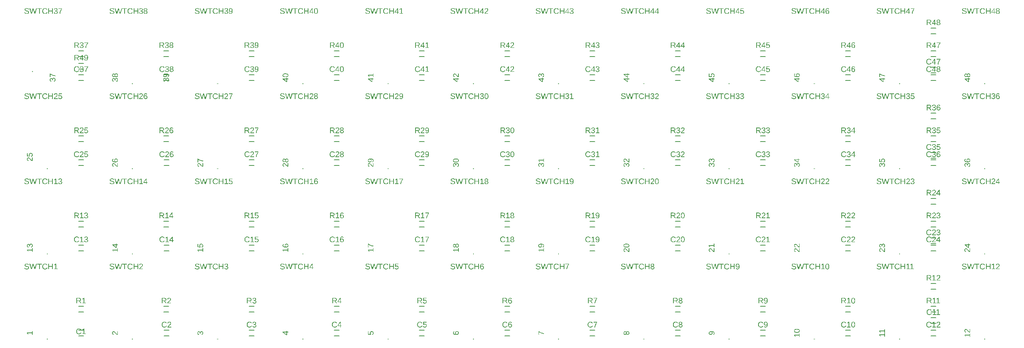
<source format=gbr>
G04 EAGLE Gerber RS-274X export*
G75*
%MOMM*%
%FSLAX34Y34*%
%LPD*%
%INSilkscreen Top*%
%IPPOS*%
%AMOC8*
5,1,8,0,0,1.08239X$1,22.5*%
G01*
G04 Define Apertures*
%ADD10C,0.127000*%
G36*
X102696Y21783D02*
X103891Y21783D01*
X103891Y22194D01*
X102696Y22194D01*
X102696Y23378D01*
X102289Y23378D01*
X102289Y22194D01*
X101093Y22194D01*
X101093Y21783D01*
X102289Y21783D01*
X102289Y20599D01*
X102696Y20599D01*
X102696Y21783D01*
G37*
G36*
X69827Y39676D02*
X68487Y39676D01*
X68487Y36672D01*
X57486Y36672D01*
X57486Y35218D01*
X59492Y32301D01*
X60981Y32301D01*
X58993Y35086D01*
X68487Y35086D01*
X68487Y31942D01*
X69827Y31942D01*
X69827Y39676D01*
G37*
G36*
X1812624Y21783D02*
X1813819Y21783D01*
X1813819Y22194D01*
X1812624Y22194D01*
X1812624Y23378D01*
X1812217Y23378D01*
X1812217Y22194D01*
X1811021Y22194D01*
X1811021Y21783D01*
X1812217Y21783D01*
X1812217Y20599D01*
X1812624Y20599D01*
X1812624Y21783D01*
G37*
G36*
X1774334Y36277D02*
X1775042Y36327D01*
X1775703Y36411D01*
X1776317Y36528D01*
X1776885Y36678D01*
X1777407Y36862D01*
X1777882Y37079D01*
X1778310Y37329D01*
X1778690Y37613D01*
X1779019Y37930D01*
X1779297Y38280D01*
X1779525Y38663D01*
X1779702Y39079D01*
X1779829Y39528D01*
X1779873Y39765D01*
X1779905Y40011D01*
X1779924Y40264D01*
X1779930Y40526D01*
X1779924Y40788D01*
X1779905Y41042D01*
X1779873Y41288D01*
X1779828Y41525D01*
X1779701Y41976D01*
X1779523Y42395D01*
X1779294Y42781D01*
X1779014Y43135D01*
X1778683Y43456D01*
X1778301Y43745D01*
X1777871Y44000D01*
X1777395Y44222D01*
X1776874Y44409D01*
X1776306Y44563D01*
X1775693Y44682D01*
X1775035Y44767D01*
X1774330Y44818D01*
X1773580Y44835D01*
X1772818Y44819D01*
X1772104Y44770D01*
X1771439Y44689D01*
X1770821Y44576D01*
X1770252Y44430D01*
X1769731Y44251D01*
X1769258Y44041D01*
X1768833Y43797D01*
X1768457Y43520D01*
X1768132Y43207D01*
X1767856Y42858D01*
X1767631Y42474D01*
X1767456Y42054D01*
X1767387Y41830D01*
X1767330Y41598D01*
X1767287Y41356D01*
X1767255Y41106D01*
X1767237Y40847D01*
X1767230Y40579D01*
X1767237Y40303D01*
X1767255Y40037D01*
X1767286Y39780D01*
X1767329Y39533D01*
X1767385Y39295D01*
X1767453Y39066D01*
X1767627Y38638D01*
X1767850Y38246D01*
X1768122Y37893D01*
X1768444Y37577D01*
X1768816Y37299D01*
X1769237Y37055D01*
X1769708Y36844D01*
X1770229Y36666D01*
X1770799Y36520D01*
X1771420Y36407D01*
X1772090Y36326D01*
X1772810Y36277D01*
X1773580Y36261D01*
X1774334Y36277D01*
G37*
%LPC*%
G36*
X1772927Y37865D02*
X1772322Y37894D01*
X1771765Y37944D01*
X1771255Y38013D01*
X1770793Y38103D01*
X1770378Y38212D01*
X1770011Y38341D01*
X1769691Y38490D01*
X1769414Y38661D01*
X1769174Y38858D01*
X1768971Y39081D01*
X1768805Y39329D01*
X1768675Y39603D01*
X1768583Y39903D01*
X1768528Y40228D01*
X1768509Y40579D01*
X1768528Y40921D01*
X1768584Y41238D01*
X1768678Y41530D01*
X1768809Y41797D01*
X1768978Y42039D01*
X1769184Y42256D01*
X1769428Y42448D01*
X1769709Y42615D01*
X1770032Y42760D01*
X1770401Y42885D01*
X1770816Y42991D01*
X1771277Y43078D01*
X1771784Y43146D01*
X1772337Y43194D01*
X1772935Y43223D01*
X1773580Y43232D01*
X1774203Y43222D01*
X1774785Y43192D01*
X1775324Y43141D01*
X1775822Y43070D01*
X1776279Y42979D01*
X1776694Y42868D01*
X1777067Y42736D01*
X1777399Y42584D01*
X1777690Y42411D01*
X1777943Y42214D01*
X1778157Y41994D01*
X1778332Y41750D01*
X1778468Y41483D01*
X1778565Y41193D01*
X1778623Y40880D01*
X1778643Y40544D01*
X1778624Y40205D01*
X1778567Y39890D01*
X1778471Y39599D01*
X1778338Y39332D01*
X1778167Y39088D01*
X1777958Y38868D01*
X1777711Y38671D01*
X1777425Y38498D01*
X1777099Y38348D01*
X1776728Y38217D01*
X1776314Y38106D01*
X1775855Y38016D01*
X1775353Y37945D01*
X1774806Y37895D01*
X1774215Y37865D01*
X1773580Y37855D01*
X1772927Y37865D01*
G37*
%LPD*%
G36*
X1779755Y34691D02*
X1778415Y34691D01*
X1778415Y31687D01*
X1767414Y31687D01*
X1767414Y30233D01*
X1769420Y27317D01*
X1770909Y27317D01*
X1768921Y30102D01*
X1778415Y30102D01*
X1778415Y26958D01*
X1779755Y26958D01*
X1779755Y34691D01*
G37*
G36*
X2002616Y21783D02*
X2003811Y21783D01*
X2003811Y22194D01*
X2002616Y22194D01*
X2002616Y23378D01*
X2002209Y23378D01*
X2002209Y22194D01*
X2001013Y22194D01*
X2001013Y21783D01*
X2002209Y21783D01*
X2002209Y20599D01*
X2002616Y20599D01*
X2002616Y21783D01*
G37*
G36*
X1969747Y35363D02*
X1968407Y35363D01*
X1968407Y32359D01*
X1957406Y32359D01*
X1957406Y30905D01*
X1959412Y27989D01*
X1960901Y27989D01*
X1958913Y30774D01*
X1968407Y30774D01*
X1968407Y27629D01*
X1969747Y27629D01*
X1969747Y35363D01*
G37*
G36*
X1969747Y43988D02*
X1968407Y43988D01*
X1968407Y40984D01*
X1957406Y40984D01*
X1957406Y39530D01*
X1959412Y36614D01*
X1960901Y36614D01*
X1958913Y39399D01*
X1968407Y39399D01*
X1968407Y36254D01*
X1969747Y36254D01*
X1969747Y43988D01*
G37*
G36*
X2192608Y21783D02*
X2193803Y21783D01*
X2193803Y22194D01*
X2192608Y22194D01*
X2192608Y23378D01*
X2192201Y23378D01*
X2192201Y22194D01*
X2191005Y22194D01*
X2191005Y21783D01*
X2192201Y21783D01*
X2192201Y20599D01*
X2192608Y20599D01*
X2192608Y21783D01*
G37*
G36*
X2159739Y44634D02*
X2158399Y44634D01*
X2158399Y38196D01*
X2158089Y38349D01*
X2157774Y38542D01*
X2157452Y38778D01*
X2157125Y39055D01*
X2156784Y39378D01*
X2156423Y39753D01*
X2156042Y40180D01*
X2155640Y40657D01*
X2154944Y41499D01*
X2154346Y42192D01*
X2153845Y42738D01*
X2153442Y43136D01*
X2153087Y43440D01*
X2152732Y43704D01*
X2152377Y43929D01*
X2152023Y44113D01*
X2151667Y44256D01*
X2151311Y44359D01*
X2150954Y44421D01*
X2150595Y44441D01*
X2150202Y44425D01*
X2149831Y44378D01*
X2149484Y44300D01*
X2149160Y44190D01*
X2148859Y44049D01*
X2148581Y43877D01*
X2148326Y43673D01*
X2148095Y43438D01*
X2147888Y43174D01*
X2147709Y42883D01*
X2147558Y42565D01*
X2147434Y42220D01*
X2147338Y41848D01*
X2147269Y41449D01*
X2147228Y41023D01*
X2147214Y40570D01*
X2147228Y40155D01*
X2147269Y39759D01*
X2147337Y39382D01*
X2147433Y39025D01*
X2147556Y38687D01*
X2147707Y38368D01*
X2147885Y38069D01*
X2148090Y37789D01*
X2148319Y37533D01*
X2148566Y37305D01*
X2148832Y37105D01*
X2149117Y36934D01*
X2149421Y36791D01*
X2149744Y36676D01*
X2150086Y36590D01*
X2150446Y36532D01*
X2150595Y38144D01*
X2150355Y38181D01*
X2150128Y38234D01*
X2149915Y38305D01*
X2149716Y38392D01*
X2149531Y38497D01*
X2149359Y38618D01*
X2149202Y38755D01*
X2149058Y38910D01*
X2148930Y39079D01*
X2148818Y39259D01*
X2148724Y39449D01*
X2148647Y39651D01*
X2148588Y39864D01*
X2148545Y40088D01*
X2148519Y40324D01*
X2148511Y40570D01*
X2148519Y40828D01*
X2148546Y41071D01*
X2148589Y41299D01*
X2148651Y41514D01*
X2148730Y41713D01*
X2148826Y41898D01*
X2148940Y42069D01*
X2149071Y42225D01*
X2149218Y42365D01*
X2149380Y42486D01*
X2149556Y42588D01*
X2149746Y42672D01*
X2149950Y42737D01*
X2150168Y42784D01*
X2150401Y42812D01*
X2150648Y42821D01*
X2151014Y42799D01*
X2151361Y42734D01*
X2151689Y42626D01*
X2151996Y42475D01*
X2152291Y42288D01*
X2152579Y42075D01*
X2152860Y41835D01*
X2153135Y41568D01*
X2153678Y40974D01*
X2154221Y40312D01*
X2154787Y39612D01*
X2155399Y38906D01*
X2155726Y38555D01*
X2156071Y38213D01*
X2156435Y37879D01*
X2156818Y37553D01*
X2157225Y37243D01*
X2157662Y36958D01*
X2158129Y36698D01*
X2158627Y36462D01*
X2159739Y36462D01*
X2159739Y44634D01*
G37*
G36*
X2159739Y34691D02*
X2158399Y34691D01*
X2158399Y31687D01*
X2147398Y31687D01*
X2147398Y30233D01*
X2149404Y27317D01*
X2150893Y27317D01*
X2148905Y30102D01*
X2158399Y30102D01*
X2158399Y26958D01*
X2159739Y26958D01*
X2159739Y34691D01*
G37*
G36*
X102696Y211775D02*
X103891Y211775D01*
X103891Y212186D01*
X102696Y212186D01*
X102696Y213370D01*
X102289Y213370D01*
X102289Y212186D01*
X101093Y212186D01*
X101093Y211775D01*
X102289Y211775D01*
X102289Y210591D01*
X102696Y210591D01*
X102696Y211775D01*
G37*
G36*
X67058Y226302D02*
X67433Y226397D01*
X67784Y226520D01*
X68109Y226672D01*
X68409Y226852D01*
X68684Y227060D01*
X68933Y227297D01*
X69157Y227562D01*
X69355Y227853D01*
X69527Y228168D01*
X69672Y228506D01*
X69791Y228868D01*
X69883Y229254D01*
X69949Y229663D01*
X69989Y230096D01*
X70002Y230553D01*
X69988Y231042D01*
X69944Y231502D01*
X69870Y231933D01*
X69768Y232335D01*
X69636Y232709D01*
X69475Y233053D01*
X69285Y233368D01*
X69065Y233654D01*
X68819Y233908D01*
X68548Y234129D01*
X68254Y234315D01*
X67935Y234468D01*
X67593Y234587D01*
X67226Y234672D01*
X66835Y234723D01*
X66420Y234740D01*
X66131Y234728D01*
X65854Y234692D01*
X65590Y234631D01*
X65338Y234547D01*
X65099Y234439D01*
X64873Y234306D01*
X64659Y234150D01*
X64458Y233969D01*
X64273Y233767D01*
X64108Y233545D01*
X63962Y233305D01*
X63836Y233045D01*
X63730Y232766D01*
X63643Y232468D01*
X63577Y232151D01*
X63530Y231814D01*
X63495Y231814D01*
X63421Y232120D01*
X63333Y232407D01*
X63230Y232676D01*
X63113Y232926D01*
X62980Y233157D01*
X62832Y233369D01*
X62669Y233562D01*
X62492Y233737D01*
X62300Y233892D01*
X62094Y234026D01*
X61874Y234140D01*
X61641Y234233D01*
X61394Y234305D01*
X61133Y234357D01*
X60858Y234388D01*
X60569Y234398D01*
X60194Y234382D01*
X59841Y234334D01*
X59509Y234253D01*
X59197Y234141D01*
X58908Y233996D01*
X58639Y233819D01*
X58391Y233610D01*
X58165Y233369D01*
X57963Y233099D01*
X57788Y232803D01*
X57639Y232481D01*
X57518Y232133D01*
X57424Y231759D01*
X57356Y231360D01*
X57316Y230934D01*
X57302Y230483D01*
X57316Y230068D01*
X57355Y229672D01*
X57422Y229296D01*
X57515Y228938D01*
X57634Y228600D01*
X57780Y228282D01*
X57953Y227982D01*
X58152Y227702D01*
X58375Y227446D01*
X58618Y227218D01*
X58883Y227018D01*
X59168Y226847D01*
X59474Y226704D01*
X59801Y226590D01*
X60148Y226503D01*
X60517Y226445D01*
X60639Y228031D01*
X60403Y228065D01*
X60181Y228117D01*
X59972Y228185D01*
X59777Y228270D01*
X59595Y228372D01*
X59427Y228491D01*
X59273Y228627D01*
X59133Y228780D01*
X59008Y228947D01*
X58899Y229126D01*
X58807Y229318D01*
X58732Y229523D01*
X58674Y229740D01*
X58632Y229969D01*
X58607Y230211D01*
X58599Y230466D01*
X58608Y230744D01*
X58634Y231004D01*
X58679Y231247D01*
X58742Y231472D01*
X58823Y231679D01*
X58921Y231869D01*
X59038Y232041D01*
X59172Y232195D01*
X59322Y232332D01*
X59485Y232450D01*
X59661Y232550D01*
X59850Y232632D01*
X60052Y232696D01*
X60267Y232741D01*
X60495Y232769D01*
X60736Y232778D01*
X60979Y232767D01*
X61208Y232733D01*
X61424Y232677D01*
X61626Y232599D01*
X61814Y232499D01*
X61990Y232376D01*
X62151Y232231D01*
X62299Y232064D01*
X62431Y231876D01*
X62546Y231671D01*
X62643Y231447D01*
X62723Y231205D01*
X62785Y230944D01*
X62829Y230666D01*
X62855Y230369D01*
X62864Y230054D01*
X62864Y229196D01*
X64230Y229196D01*
X64230Y230089D01*
X64239Y230444D01*
X64266Y230777D01*
X64310Y231089D01*
X64372Y231380D01*
X64451Y231649D01*
X64548Y231896D01*
X64663Y232122D01*
X64795Y232327D01*
X64943Y232508D01*
X65105Y232666D01*
X65281Y232799D01*
X65471Y232908D01*
X65674Y232993D01*
X65891Y233053D01*
X66123Y233090D01*
X66367Y233102D01*
X66648Y233091D01*
X66910Y233059D01*
X67154Y233006D01*
X67381Y232932D01*
X67590Y232837D01*
X67781Y232720D01*
X67955Y232582D01*
X68110Y232423D01*
X68248Y232245D01*
X68367Y232052D01*
X68468Y231842D01*
X68550Y231616D01*
X68615Y231374D01*
X68661Y231117D01*
X68688Y230843D01*
X68697Y230553D01*
X68689Y230264D01*
X68663Y229992D01*
X68620Y229735D01*
X68560Y229495D01*
X68483Y229271D01*
X68389Y229062D01*
X68278Y228870D01*
X68150Y228694D01*
X68004Y228534D01*
X67842Y228390D01*
X67662Y228262D01*
X67466Y228151D01*
X67252Y228055D01*
X67021Y227975D01*
X66773Y227912D01*
X66508Y227864D01*
X66656Y226235D01*
X67058Y226302D01*
G37*
G36*
X69827Y224683D02*
X68487Y224683D01*
X68487Y221679D01*
X57486Y221679D01*
X57486Y220225D01*
X59492Y217309D01*
X60981Y217309D01*
X58993Y220094D01*
X68487Y220094D01*
X68487Y216950D01*
X69827Y216950D01*
X69827Y224683D01*
G37*
G36*
X292688Y211775D02*
X293883Y211775D01*
X293883Y212186D01*
X292688Y212186D01*
X292688Y213370D01*
X292281Y213370D01*
X292281Y212186D01*
X291085Y212186D01*
X291085Y211775D01*
X292281Y211775D01*
X292281Y210591D01*
X292688Y210591D01*
X292688Y211775D01*
G37*
G36*
X257025Y231779D02*
X259819Y231779D01*
X259819Y233268D01*
X257025Y233268D01*
X257025Y235002D01*
X255781Y235002D01*
X255781Y233268D01*
X247478Y233268D01*
X247478Y231613D01*
X255799Y225964D01*
X257025Y225964D01*
X257025Y231779D01*
G37*
%LPC*%
G36*
X255606Y227558D02*
X254958Y228031D01*
X250298Y231193D01*
X249720Y231534D01*
X249256Y231779D01*
X255781Y231779D01*
X255781Y227418D01*
X255606Y227558D01*
G37*
%LPD*%
G36*
X259819Y224683D02*
X258479Y224683D01*
X258479Y221679D01*
X247478Y221679D01*
X247478Y220225D01*
X249484Y217309D01*
X250973Y217309D01*
X248985Y220094D01*
X258479Y220094D01*
X258479Y216950D01*
X259819Y216950D01*
X259819Y224683D01*
G37*
G36*
X482680Y211775D02*
X483875Y211775D01*
X483875Y212186D01*
X482680Y212186D01*
X482680Y213370D01*
X482273Y213370D01*
X482273Y212186D01*
X481077Y212186D01*
X481077Y211775D01*
X482273Y211775D01*
X482273Y210591D01*
X482680Y210591D01*
X482680Y211775D01*
G37*
G36*
X447398Y226352D02*
X447724Y226459D01*
X448028Y226590D01*
X448311Y226745D01*
X448573Y226925D01*
X448814Y227129D01*
X449034Y227357D01*
X449233Y227610D01*
X449410Y227886D01*
X449563Y228182D01*
X449692Y228499D01*
X449798Y228836D01*
X449880Y229195D01*
X449939Y229574D01*
X449974Y229975D01*
X449986Y230395D01*
X449969Y230896D01*
X449916Y231368D01*
X449829Y231813D01*
X449706Y232229D01*
X449548Y232618D01*
X449356Y232978D01*
X449128Y233310D01*
X448865Y233614D01*
X448572Y233886D01*
X448253Y234122D01*
X447907Y234321D01*
X447536Y234485D01*
X447139Y234612D01*
X446715Y234702D01*
X446266Y234757D01*
X445791Y234775D01*
X445372Y234758D01*
X444973Y234707D01*
X444594Y234623D01*
X444236Y234504D01*
X443898Y234352D01*
X443580Y234166D01*
X443283Y233947D01*
X443006Y233693D01*
X442755Y233411D01*
X442538Y233106D01*
X442354Y232778D01*
X442204Y232426D01*
X442087Y232052D01*
X442004Y231654D01*
X441954Y231233D01*
X441937Y230790D01*
X441949Y230416D01*
X441986Y230059D01*
X442048Y229717D01*
X442134Y229390D01*
X442245Y229080D01*
X442381Y228784D01*
X442541Y228505D01*
X442725Y228241D01*
X438810Y228477D01*
X438810Y234057D01*
X437470Y234057D01*
X437470Y227041D01*
X444109Y226629D01*
X444109Y228171D01*
X443886Y228447D01*
X443698Y228723D01*
X443544Y228998D01*
X443426Y229274D01*
X443338Y229556D01*
X443275Y229848D01*
X443237Y230151D01*
X443225Y230466D01*
X443236Y230764D01*
X443269Y231047D01*
X443326Y231314D01*
X443404Y231566D01*
X443505Y231802D01*
X443629Y232022D01*
X443774Y232226D01*
X443943Y232414D01*
X444129Y232584D01*
X444330Y232730D01*
X444544Y232855D01*
X444773Y232956D01*
X445015Y233035D01*
X445271Y233092D01*
X445542Y233126D01*
X445826Y233137D01*
X446152Y233126D01*
X446460Y233092D01*
X446750Y233036D01*
X447023Y232957D01*
X447277Y232856D01*
X447513Y232733D01*
X447732Y232587D01*
X447932Y232419D01*
X448112Y232231D01*
X448268Y232025D01*
X448399Y231802D01*
X448507Y231563D01*
X448591Y231305D01*
X448651Y231031D01*
X448687Y230739D01*
X448699Y230431D01*
X448692Y230178D01*
X448670Y229938D01*
X448634Y229710D01*
X448584Y229495D01*
X448520Y229292D01*
X448441Y229101D01*
X448348Y228922D01*
X448241Y228755D01*
X448120Y228601D01*
X447984Y228459D01*
X447833Y228329D01*
X447669Y228212D01*
X447490Y228107D01*
X447297Y228014D01*
X447090Y227933D01*
X446868Y227864D01*
X447052Y226270D01*
X447398Y226352D01*
G37*
G36*
X449811Y224683D02*
X448471Y224683D01*
X448471Y221679D01*
X437470Y221679D01*
X437470Y220225D01*
X439476Y217309D01*
X440965Y217309D01*
X438977Y220094D01*
X448471Y220094D01*
X448471Y216950D01*
X449811Y216950D01*
X449811Y224683D01*
G37*
G36*
X672672Y211775D02*
X673867Y211775D01*
X673867Y212186D01*
X672672Y212186D01*
X672672Y213370D01*
X672265Y213370D01*
X672265Y212186D01*
X671069Y212186D01*
X671069Y211775D01*
X672265Y211775D01*
X672265Y210591D01*
X672672Y210591D01*
X672672Y211775D01*
G37*
G36*
X634635Y226480D02*
X635309Y226532D01*
X635939Y226618D01*
X636525Y226739D01*
X637067Y226894D01*
X637565Y227084D01*
X638018Y227308D01*
X638428Y227566D01*
X638791Y227858D01*
X639106Y228180D01*
X639373Y228532D01*
X639591Y228915D01*
X639760Y229329D01*
X639881Y229774D01*
X639954Y230249D01*
X639972Y230498D01*
X639978Y230755D01*
X639961Y231208D01*
X639908Y231637D01*
X639819Y232040D01*
X639696Y232419D01*
X639537Y232772D01*
X639343Y233100D01*
X639113Y233402D01*
X638848Y233680D01*
X638553Y233928D01*
X638232Y234144D01*
X637885Y234326D01*
X637513Y234475D01*
X637114Y234591D01*
X636690Y234673D01*
X636241Y234723D01*
X635765Y234740D01*
X635326Y234724D01*
X634909Y234677D01*
X634516Y234599D01*
X634145Y234489D01*
X633797Y234348D01*
X633473Y234176D01*
X633171Y233972D01*
X632893Y233737D01*
X632642Y233475D01*
X632425Y233191D01*
X632241Y232886D01*
X632091Y232558D01*
X631974Y232208D01*
X631891Y231836D01*
X631841Y231442D01*
X631824Y231026D01*
X631830Y230778D01*
X631850Y230537D01*
X631883Y230303D01*
X631928Y230076D01*
X632058Y229643D01*
X632240Y229239D01*
X632472Y228871D01*
X632751Y228547D01*
X633078Y228267D01*
X633453Y228031D01*
X632875Y228042D01*
X632332Y228077D01*
X631825Y228135D01*
X631352Y228216D01*
X630915Y228320D01*
X630513Y228447D01*
X630146Y228597D01*
X629814Y228771D01*
X629519Y228965D01*
X629264Y229179D01*
X629048Y229411D01*
X628871Y229663D01*
X628734Y229934D01*
X628636Y230223D01*
X628577Y230532D01*
X628557Y230860D01*
X628581Y231234D01*
X628651Y231575D01*
X628769Y231880D01*
X628934Y232152D01*
X629146Y232388D01*
X629404Y232591D01*
X629710Y232758D01*
X630064Y232892D01*
X629792Y234398D01*
X629488Y234299D01*
X629203Y234184D01*
X628938Y234053D01*
X628692Y233905D01*
X628466Y233742D01*
X628260Y233562D01*
X628074Y233366D01*
X627907Y233154D01*
X627759Y232926D01*
X627632Y232682D01*
X627524Y232422D01*
X627435Y232145D01*
X627367Y231852D01*
X627318Y231543D01*
X627288Y231218D01*
X627278Y230877D01*
X627285Y230616D01*
X627305Y230362D01*
X627339Y230117D01*
X627386Y229878D01*
X627446Y229647D01*
X627520Y229424D01*
X627707Y229001D01*
X627949Y228608D01*
X628244Y228245D01*
X628593Y227912D01*
X628995Y227610D01*
X629447Y227341D01*
X629946Y227108D01*
X630492Y226911D01*
X631084Y226750D01*
X631722Y226624D01*
X632408Y226535D01*
X633139Y226481D01*
X633917Y226463D01*
X634635Y226480D01*
G37*
%LPC*%
G36*
X635184Y228199D02*
X634924Y228231D01*
X634680Y228284D01*
X634450Y228358D01*
X634236Y228453D01*
X634037Y228570D01*
X633854Y228708D01*
X633685Y228867D01*
X633534Y229043D01*
X633404Y229233D01*
X633293Y229436D01*
X633202Y229652D01*
X633132Y229882D01*
X633082Y230124D01*
X633051Y230380D01*
X633041Y230649D01*
X633053Y230935D01*
X633087Y231204D01*
X633144Y231457D01*
X633223Y231694D01*
X633325Y231915D01*
X633450Y232119D01*
X633598Y232308D01*
X633768Y232480D01*
X633960Y232634D01*
X634170Y232767D01*
X634400Y232880D01*
X634649Y232973D01*
X634917Y233045D01*
X635204Y233096D01*
X635510Y233127D01*
X635835Y233137D01*
X636161Y233127D01*
X636470Y233096D01*
X636760Y233046D01*
X637032Y232975D01*
X637286Y232884D01*
X637523Y232772D01*
X637741Y232641D01*
X637942Y232489D01*
X638121Y232319D01*
X638277Y232134D01*
X638409Y231934D01*
X638517Y231718D01*
X638600Y231487D01*
X638660Y231241D01*
X638696Y230979D01*
X638708Y230702D01*
X638694Y230432D01*
X638651Y230175D01*
X638580Y229930D01*
X638480Y229698D01*
X638352Y229478D01*
X638196Y229271D01*
X638011Y229076D01*
X637797Y228893D01*
X637562Y228728D01*
X637310Y228585D01*
X637041Y228464D01*
X636757Y228365D01*
X636457Y228287D01*
X636140Y228232D01*
X635808Y228199D01*
X635459Y228188D01*
X635184Y228199D01*
G37*
%LPD*%
G36*
X639803Y224683D02*
X638463Y224683D01*
X638463Y221679D01*
X627462Y221679D01*
X627462Y220225D01*
X629468Y217309D01*
X630957Y217309D01*
X628969Y220094D01*
X638463Y220094D01*
X638463Y216950D01*
X639803Y216950D01*
X639803Y224683D01*
G37*
G36*
X862664Y211775D02*
X863859Y211775D01*
X863859Y212186D01*
X862664Y212186D01*
X862664Y213370D01*
X862257Y213370D01*
X862257Y212186D01*
X861061Y212186D01*
X861061Y211775D01*
X862257Y211775D01*
X862257Y210591D01*
X862664Y210591D01*
X862664Y211775D01*
G37*
G36*
X829795Y224683D02*
X828455Y224683D01*
X828455Y221679D01*
X817454Y221679D01*
X817454Y220225D01*
X819460Y217309D01*
X820949Y217309D01*
X818961Y220094D01*
X828455Y220094D01*
X828455Y216950D01*
X829795Y216950D01*
X829795Y224683D01*
G37*
G36*
X818794Y233102D02*
X819634Y232536D01*
X820448Y232012D01*
X821238Y231530D01*
X822003Y231091D01*
X822744Y230693D01*
X823459Y230337D01*
X824150Y230023D01*
X824816Y229752D01*
X825466Y229517D01*
X826107Y229313D01*
X826742Y229141D01*
X827368Y229000D01*
X827986Y228890D01*
X828597Y228812D01*
X829200Y228765D01*
X829795Y228749D01*
X829795Y230395D01*
X829370Y230402D01*
X828948Y230420D01*
X828116Y230493D01*
X827297Y230615D01*
X826493Y230785D01*
X825693Y231004D01*
X824888Y231272D01*
X824077Y231589D01*
X823261Y231954D01*
X822364Y232414D01*
X821310Y233012D01*
X820100Y233749D01*
X818733Y234626D01*
X817454Y234626D01*
X817454Y226472D01*
X818794Y226472D01*
X818794Y233102D01*
G37*
G36*
X1052656Y211775D02*
X1053851Y211775D01*
X1053851Y212186D01*
X1052656Y212186D01*
X1052656Y213370D01*
X1052249Y213370D01*
X1052249Y212186D01*
X1051053Y212186D01*
X1051053Y211775D01*
X1052249Y211775D01*
X1052249Y210591D01*
X1052656Y210591D01*
X1052656Y211775D01*
G37*
G36*
X1016781Y226349D02*
X1017176Y226401D01*
X1017546Y226489D01*
X1017891Y226611D01*
X1018211Y226768D01*
X1018507Y226960D01*
X1018778Y227186D01*
X1019025Y227448D01*
X1019245Y227741D01*
X1019435Y228061D01*
X1019596Y228407D01*
X1019728Y228781D01*
X1019830Y229181D01*
X1019904Y229609D01*
X1019948Y230063D01*
X1019962Y230544D01*
X1019947Y231038D01*
X1019903Y231501D01*
X1019828Y231935D01*
X1019724Y232340D01*
X1019589Y232715D01*
X1019425Y233060D01*
X1019231Y233376D01*
X1019008Y233662D01*
X1018757Y233917D01*
X1018483Y234138D01*
X1018186Y234324D01*
X1017865Y234477D01*
X1017520Y234596D01*
X1017152Y234681D01*
X1016760Y234732D01*
X1016345Y234748D01*
X1016047Y234738D01*
X1015762Y234707D01*
X1015489Y234656D01*
X1015229Y234584D01*
X1014982Y234492D01*
X1014748Y234379D01*
X1014526Y234246D01*
X1014317Y234092D01*
X1014280Y234058D01*
X1014124Y233919D01*
X1013951Y233730D01*
X1013797Y233525D01*
X1013662Y233303D01*
X1013546Y233065D01*
X1013449Y232811D01*
X1013372Y232540D01*
X1013314Y232252D01*
X1013279Y232252D01*
X1013220Y232500D01*
X1013142Y232733D01*
X1013046Y232954D01*
X1012931Y233161D01*
X1012798Y233355D01*
X1012662Y233517D01*
X1012647Y233535D01*
X1012478Y233702D01*
X1012290Y233855D01*
X1012088Y233993D01*
X1011879Y234112D01*
X1011660Y234213D01*
X1011434Y234295D01*
X1011198Y234359D01*
X1010955Y234405D01*
X1010702Y234433D01*
X1010442Y234442D01*
X1010085Y234425D01*
X1009748Y234376D01*
X1009430Y234294D01*
X1009130Y234178D01*
X1008849Y234030D01*
X1008588Y233848D01*
X1008345Y233634D01*
X1008121Y233387D01*
X1007919Y233111D01*
X1007745Y232811D01*
X1007598Y232487D01*
X1007477Y232140D01*
X1007383Y231768D01*
X1007316Y231372D01*
X1007276Y230953D01*
X1007262Y230509D01*
X1007276Y230076D01*
X1007317Y229666D01*
X1007385Y229277D01*
X1007481Y228912D01*
X1007604Y228569D01*
X1007755Y228249D01*
X1007933Y227951D01*
X1008138Y227676D01*
X1008365Y227429D01*
X1008609Y227214D01*
X1008870Y227033D01*
X1009148Y226884D01*
X1009442Y226769D01*
X1009752Y226687D01*
X1010080Y226637D01*
X1010424Y226621D01*
X1010685Y226630D01*
X1010937Y226657D01*
X1011181Y226702D01*
X1011416Y226766D01*
X1011643Y226848D01*
X1011861Y226948D01*
X1012071Y227066D01*
X1012272Y227203D01*
X1012461Y227355D01*
X1012632Y227521D01*
X1012786Y227700D01*
X1012923Y227892D01*
X1013042Y228097D01*
X1013144Y228316D01*
X1013229Y228547D01*
X1013297Y228793D01*
X1013332Y228793D01*
X1013386Y228529D01*
X1013460Y228278D01*
X1013555Y228039D01*
X1013669Y227812D01*
X1013804Y227597D01*
X1013959Y227393D01*
X1014135Y227202D01*
X1014330Y227023D01*
X1014542Y226861D01*
X1014766Y226721D01*
X1015002Y226602D01*
X1015250Y226504D01*
X1015510Y226429D01*
X1015782Y226375D01*
X1016066Y226342D01*
X1016362Y226332D01*
X1016781Y226349D01*
G37*
%LPC*%
G36*
X1015965Y227971D02*
X1015713Y228003D01*
X1015476Y228055D01*
X1015253Y228129D01*
X1015046Y228224D01*
X1014852Y228340D01*
X1014674Y228477D01*
X1014510Y228635D01*
X1014363Y228812D01*
X1014236Y229005D01*
X1014128Y229215D01*
X1014040Y229441D01*
X1013972Y229683D01*
X1013923Y229942D01*
X1013894Y230218D01*
X1013884Y230509D01*
X1013893Y230809D01*
X1013920Y231092D01*
X1013966Y231358D01*
X1014029Y231606D01*
X1014111Y231837D01*
X1014211Y232051D01*
X1014330Y232248D01*
X1014466Y232427D01*
X1014621Y232588D01*
X1014793Y232726D01*
X1014982Y232844D01*
X1015190Y232940D01*
X1015415Y233015D01*
X1015658Y233068D01*
X1015918Y233100D01*
X1016196Y233111D01*
X1016522Y233101D01*
X1016825Y233071D01*
X1017105Y233022D01*
X1017362Y232953D01*
X1017596Y232864D01*
X1017808Y232756D01*
X1017997Y232628D01*
X1018162Y232480D01*
X1018307Y232312D01*
X1018432Y232124D01*
X1018539Y231915D01*
X1018625Y231685D01*
X1018693Y231435D01*
X1018741Y231165D01*
X1018770Y230874D01*
X1018780Y230562D01*
X1018770Y230247D01*
X1018740Y229952D01*
X1018690Y229678D01*
X1018621Y229424D01*
X1018531Y229190D01*
X1018421Y228977D01*
X1018292Y228784D01*
X1018143Y228611D01*
X1017973Y228459D01*
X1017784Y228326D01*
X1017575Y228215D01*
X1017346Y228123D01*
X1017097Y228052D01*
X1016828Y228001D01*
X1016540Y227971D01*
X1016231Y227961D01*
X1015965Y227971D01*
G37*
G36*
X1010277Y228241D02*
X1010040Y228269D01*
X1009820Y228314D01*
X1009616Y228378D01*
X1009428Y228460D01*
X1009257Y228560D01*
X1009101Y228678D01*
X1008961Y228815D01*
X1008838Y228968D01*
X1008732Y229139D01*
X1008641Y229326D01*
X1008567Y229529D01*
X1008510Y229750D01*
X1008469Y229986D01*
X1008444Y230240D01*
X1008436Y230509D01*
X1008444Y230787D01*
X1008469Y231047D01*
X1008510Y231289D01*
X1008567Y231513D01*
X1008640Y231719D01*
X1008730Y231908D01*
X1008837Y232078D01*
X1008959Y232230D01*
X1009098Y232365D01*
X1009254Y232481D01*
X1009425Y232580D01*
X1009613Y232661D01*
X1009818Y232723D01*
X1010039Y232768D01*
X1010276Y232795D01*
X1010529Y232804D01*
X1010806Y232795D01*
X1011063Y232768D01*
X1011300Y232722D01*
X1011518Y232658D01*
X1011715Y232577D01*
X1011893Y232476D01*
X1012051Y232358D01*
X1012189Y232222D01*
X1012309Y232068D01*
X1012413Y231897D01*
X1012501Y231710D01*
X1012573Y231507D01*
X1012629Y231287D01*
X1012669Y231050D01*
X1012693Y230797D01*
X1012701Y230527D01*
X1012693Y230261D01*
X1012667Y230010D01*
X1012623Y229775D01*
X1012562Y229556D01*
X1012484Y229352D01*
X1012389Y229163D01*
X1012276Y228990D01*
X1012145Y228832D01*
X1011998Y228691D01*
X1011836Y228570D01*
X1011657Y228466D01*
X1011463Y228382D01*
X1011253Y228316D01*
X1011028Y228270D01*
X1010786Y228241D01*
X1010529Y228232D01*
X1010277Y228241D01*
G37*
%LPD*%
G36*
X1019787Y224683D02*
X1018447Y224683D01*
X1018447Y221679D01*
X1007446Y221679D01*
X1007446Y220225D01*
X1009452Y217309D01*
X1010941Y217309D01*
X1008953Y220094D01*
X1018447Y220094D01*
X1018447Y216950D01*
X1019787Y216950D01*
X1019787Y224683D01*
G37*
G36*
X1242648Y211775D02*
X1243843Y211775D01*
X1243843Y212186D01*
X1242648Y212186D01*
X1242648Y213370D01*
X1242241Y213370D01*
X1242241Y212186D01*
X1241045Y212186D01*
X1241045Y211775D01*
X1242241Y211775D01*
X1242241Y210591D01*
X1242648Y210591D01*
X1242648Y211775D01*
G37*
G36*
X1201865Y226408D02*
X1202301Y226455D01*
X1202713Y226533D01*
X1203103Y226642D01*
X1203469Y226783D01*
X1203812Y226954D01*
X1204131Y227157D01*
X1204428Y227391D01*
X1204694Y227651D01*
X1204926Y227932D01*
X1205121Y228234D01*
X1205282Y228556D01*
X1205406Y228899D01*
X1205495Y229263D01*
X1205548Y229648D01*
X1205566Y230054D01*
X1205559Y230305D01*
X1205536Y230551D01*
X1205499Y230792D01*
X1205447Y231028D01*
X1205380Y231259D01*
X1205298Y231484D01*
X1205201Y231704D01*
X1205089Y231919D01*
X1204965Y232124D01*
X1204831Y232313D01*
X1204687Y232486D01*
X1204534Y232644D01*
X1204371Y232786D01*
X1204198Y232913D01*
X1204015Y233024D01*
X1203823Y233119D01*
X1204391Y233100D01*
X1204925Y233058D01*
X1205426Y232993D01*
X1205892Y232907D01*
X1206326Y232798D01*
X1206725Y232668D01*
X1207091Y232515D01*
X1207423Y232340D01*
X1207719Y232144D01*
X1207975Y231929D01*
X1208192Y231695D01*
X1208369Y231442D01*
X1208507Y231170D01*
X1208605Y230878D01*
X1208665Y230568D01*
X1208684Y230238D01*
X1208678Y230041D01*
X1208660Y229853D01*
X1208588Y229503D01*
X1208467Y229189D01*
X1208299Y228911D01*
X1208082Y228668D01*
X1207817Y228461D01*
X1207504Y228289D01*
X1207143Y228153D01*
X1207379Y226647D01*
X1207707Y226749D01*
X1208011Y226866D01*
X1208292Y226999D01*
X1208550Y227147D01*
X1208784Y227311D01*
X1208994Y227490D01*
X1209182Y227685D01*
X1209345Y227895D01*
X1209488Y228122D01*
X1209612Y228367D01*
X1209716Y228629D01*
X1209802Y228910D01*
X1209869Y229208D01*
X1209916Y229525D01*
X1209945Y229859D01*
X1209954Y230212D01*
X1209947Y230476D01*
X1209927Y230733D01*
X1209894Y230982D01*
X1209847Y231223D01*
X1209787Y231456D01*
X1209714Y231682D01*
X1209527Y232111D01*
X1209287Y232509D01*
X1208993Y232876D01*
X1208647Y233212D01*
X1208246Y233518D01*
X1207796Y233790D01*
X1207300Y234026D01*
X1206758Y234225D01*
X1206171Y234388D01*
X1205537Y234515D01*
X1204857Y234606D01*
X1204131Y234660D01*
X1203359Y234678D01*
X1202619Y234662D01*
X1201926Y234612D01*
X1201282Y234529D01*
X1200685Y234413D01*
X1200137Y234264D01*
X1199636Y234082D01*
X1199183Y233867D01*
X1198778Y233619D01*
X1198421Y233338D01*
X1198112Y233026D01*
X1197850Y232683D01*
X1197635Y232309D01*
X1197469Y231904D01*
X1197350Y231467D01*
X1197278Y231000D01*
X1197260Y230754D01*
X1197254Y230501D01*
X1197272Y230030D01*
X1197324Y229586D01*
X1197410Y229168D01*
X1197531Y228777D01*
X1197687Y228413D01*
X1197878Y228075D01*
X1198103Y227764D01*
X1198362Y227479D01*
X1198652Y227224D01*
X1198968Y227004D01*
X1199310Y226817D01*
X1199677Y226664D01*
X1200071Y226546D01*
X1200490Y226461D01*
X1200935Y226410D01*
X1201406Y226393D01*
X1201865Y226408D01*
G37*
%LPC*%
G36*
X1201084Y228006D02*
X1200779Y228037D01*
X1200491Y228088D01*
X1200220Y228160D01*
X1199967Y228252D01*
X1199730Y228365D01*
X1199511Y228499D01*
X1199308Y228653D01*
X1199127Y228824D01*
X1198969Y229011D01*
X1198836Y229213D01*
X1198727Y229430D01*
X1198642Y229662D01*
X1198582Y229909D01*
X1198545Y230171D01*
X1198533Y230448D01*
X1198547Y230728D01*
X1198590Y230993D01*
X1198661Y231243D01*
X1198760Y231479D01*
X1198887Y231701D01*
X1199043Y231908D01*
X1199227Y232101D01*
X1199440Y232279D01*
X1199675Y232439D01*
X1199929Y232577D01*
X1200201Y232695D01*
X1200492Y232791D01*
X1200800Y232866D01*
X1201127Y232919D01*
X1201472Y232951D01*
X1201835Y232962D01*
X1202189Y232941D01*
X1202523Y232877D01*
X1202837Y232772D01*
X1203131Y232625D01*
X1203400Y232440D01*
X1203636Y232225D01*
X1203840Y231978D01*
X1204012Y231700D01*
X1204148Y231401D01*
X1204245Y231090D01*
X1204303Y230766D01*
X1204322Y230431D01*
X1204310Y230157D01*
X1204273Y229899D01*
X1204212Y229655D01*
X1204126Y229425D01*
X1204016Y229210D01*
X1203882Y229010D01*
X1203722Y228824D01*
X1203539Y228653D01*
X1203334Y228499D01*
X1203111Y228365D01*
X1202871Y228252D01*
X1202613Y228160D01*
X1202338Y228088D01*
X1202045Y228037D01*
X1201734Y228006D01*
X1201406Y227996D01*
X1201084Y228006D01*
G37*
%LPD*%
G36*
X1209779Y224683D02*
X1208439Y224683D01*
X1208439Y221679D01*
X1197438Y221679D01*
X1197438Y220225D01*
X1199444Y217309D01*
X1200933Y217309D01*
X1198945Y220094D01*
X1208439Y220094D01*
X1208439Y216950D01*
X1209779Y216950D01*
X1209779Y224683D01*
G37*
G36*
X292688Y21783D02*
X293883Y21783D01*
X293883Y22194D01*
X292688Y22194D01*
X292688Y23378D01*
X292281Y23378D01*
X292281Y22194D01*
X291085Y22194D01*
X291085Y21783D01*
X292281Y21783D01*
X292281Y20599D01*
X292688Y20599D01*
X292688Y21783D01*
G37*
G36*
X259819Y39649D02*
X258479Y39649D01*
X258479Y33212D01*
X258169Y33364D01*
X257854Y33558D01*
X257532Y33793D01*
X257205Y34070D01*
X256864Y34394D01*
X256503Y34769D01*
X256122Y35195D01*
X255720Y35673D01*
X255024Y36514D01*
X254426Y37208D01*
X253925Y37754D01*
X253522Y38152D01*
X253167Y38456D01*
X252812Y38720D01*
X252457Y38944D01*
X252103Y39128D01*
X251747Y39272D01*
X251391Y39375D01*
X251034Y39436D01*
X250675Y39457D01*
X250282Y39441D01*
X249911Y39394D01*
X249564Y39316D01*
X249240Y39206D01*
X248939Y39065D01*
X248661Y38893D01*
X248406Y38689D01*
X248175Y38454D01*
X247968Y38190D01*
X247789Y37899D01*
X247638Y37580D01*
X247514Y37235D01*
X247418Y36863D01*
X247349Y36464D01*
X247308Y36038D01*
X247294Y35586D01*
X247308Y35170D01*
X247349Y34775D01*
X247417Y34398D01*
X247513Y34041D01*
X247636Y33703D01*
X247787Y33384D01*
X247965Y33085D01*
X248170Y32805D01*
X248399Y32548D01*
X248646Y32320D01*
X248912Y32121D01*
X249197Y31950D01*
X249501Y31807D01*
X249824Y31692D01*
X250166Y31606D01*
X250526Y31548D01*
X250675Y33159D01*
X250435Y33196D01*
X250208Y33250D01*
X249995Y33321D01*
X249796Y33408D01*
X249611Y33512D01*
X249439Y33633D01*
X249282Y33771D01*
X249138Y33926D01*
X249010Y34094D01*
X248898Y34274D01*
X248804Y34465D01*
X248727Y34667D01*
X248668Y34880D01*
X248625Y35104D01*
X248599Y35339D01*
X248591Y35586D01*
X248599Y35843D01*
X248626Y36086D01*
X248669Y36315D01*
X248731Y36529D01*
X248810Y36729D01*
X248906Y36914D01*
X249020Y37085D01*
X249151Y37241D01*
X249298Y37380D01*
X249460Y37501D01*
X249636Y37604D01*
X249826Y37688D01*
X250030Y37753D01*
X250248Y37799D01*
X250481Y37827D01*
X250728Y37836D01*
X251094Y37815D01*
X251441Y37750D01*
X251769Y37642D01*
X252076Y37490D01*
X252371Y37304D01*
X252659Y37091D01*
X252940Y36851D01*
X253215Y36584D01*
X253758Y35990D01*
X254301Y35327D01*
X254867Y34628D01*
X255479Y33921D01*
X255806Y33571D01*
X256151Y33228D01*
X256515Y32894D01*
X256898Y32568D01*
X257305Y32259D01*
X257742Y31974D01*
X258209Y31713D01*
X258707Y31478D01*
X259819Y31478D01*
X259819Y39649D01*
G37*
G36*
X1432640Y211775D02*
X1433835Y211775D01*
X1433835Y212186D01*
X1432640Y212186D01*
X1432640Y213370D01*
X1432233Y213370D01*
X1432233Y212186D01*
X1431037Y212186D01*
X1431037Y211775D01*
X1432233Y211775D01*
X1432233Y210591D01*
X1432640Y210591D01*
X1432640Y211775D01*
G37*
G36*
X1394350Y226269D02*
X1395058Y226319D01*
X1395719Y226403D01*
X1396333Y226520D01*
X1396901Y226670D01*
X1397423Y226854D01*
X1397898Y227071D01*
X1398326Y227321D01*
X1398706Y227605D01*
X1399035Y227922D01*
X1399313Y228272D01*
X1399541Y228655D01*
X1399718Y229071D01*
X1399845Y229520D01*
X1399889Y229757D01*
X1399921Y230003D01*
X1399940Y230256D01*
X1399946Y230518D01*
X1399940Y230780D01*
X1399921Y231034D01*
X1399889Y231280D01*
X1399844Y231517D01*
X1399717Y231968D01*
X1399539Y232387D01*
X1399310Y232773D01*
X1399030Y233127D01*
X1398699Y233448D01*
X1398317Y233737D01*
X1397887Y233992D01*
X1397411Y234214D01*
X1396890Y234401D01*
X1396322Y234555D01*
X1395709Y234674D01*
X1395051Y234759D01*
X1394346Y234810D01*
X1393596Y234827D01*
X1392834Y234811D01*
X1392120Y234762D01*
X1391455Y234681D01*
X1390837Y234568D01*
X1390268Y234422D01*
X1389747Y234243D01*
X1389274Y234033D01*
X1388849Y233789D01*
X1388473Y233512D01*
X1388148Y233199D01*
X1387872Y232850D01*
X1387647Y232466D01*
X1387472Y232046D01*
X1387403Y231822D01*
X1387346Y231590D01*
X1387303Y231348D01*
X1387271Y231098D01*
X1387253Y230839D01*
X1387246Y230571D01*
X1387253Y230295D01*
X1387271Y230029D01*
X1387302Y229772D01*
X1387345Y229525D01*
X1387401Y229287D01*
X1387469Y229058D01*
X1387643Y228630D01*
X1387866Y228238D01*
X1388138Y227885D01*
X1388460Y227569D01*
X1388832Y227291D01*
X1389253Y227047D01*
X1389724Y226836D01*
X1390245Y226658D01*
X1390815Y226512D01*
X1391436Y226399D01*
X1392106Y226318D01*
X1392826Y226269D01*
X1393596Y226253D01*
X1394350Y226269D01*
G37*
%LPC*%
G36*
X1392943Y227857D02*
X1392338Y227886D01*
X1391781Y227936D01*
X1391271Y228005D01*
X1390809Y228095D01*
X1390394Y228204D01*
X1390027Y228333D01*
X1389707Y228482D01*
X1389430Y228653D01*
X1389190Y228850D01*
X1388987Y229073D01*
X1388821Y229321D01*
X1388691Y229595D01*
X1388599Y229895D01*
X1388544Y230220D01*
X1388525Y230571D01*
X1388544Y230913D01*
X1388600Y231230D01*
X1388694Y231522D01*
X1388825Y231789D01*
X1388994Y232031D01*
X1389200Y232248D01*
X1389444Y232440D01*
X1389725Y232607D01*
X1390048Y232752D01*
X1390417Y232877D01*
X1390832Y232983D01*
X1391293Y233070D01*
X1391800Y233138D01*
X1392353Y233186D01*
X1392951Y233215D01*
X1393596Y233224D01*
X1394219Y233214D01*
X1394801Y233184D01*
X1395340Y233133D01*
X1395838Y233062D01*
X1396295Y232971D01*
X1396710Y232860D01*
X1397083Y232728D01*
X1397415Y232576D01*
X1397706Y232403D01*
X1397959Y232206D01*
X1398173Y231986D01*
X1398348Y231742D01*
X1398484Y231475D01*
X1398581Y231185D01*
X1398639Y230872D01*
X1398659Y230536D01*
X1398640Y230197D01*
X1398583Y229882D01*
X1398487Y229591D01*
X1398354Y229324D01*
X1398183Y229080D01*
X1397974Y228860D01*
X1397727Y228663D01*
X1397441Y228490D01*
X1397115Y228340D01*
X1396744Y228209D01*
X1396330Y228098D01*
X1395871Y228008D01*
X1395369Y227937D01*
X1394822Y227887D01*
X1394231Y227857D01*
X1393596Y227847D01*
X1392943Y227857D01*
G37*
%LPD*%
G36*
X1399771Y224657D02*
X1398431Y224657D01*
X1398431Y218220D01*
X1398121Y218372D01*
X1397806Y218566D01*
X1397484Y218801D01*
X1397157Y219078D01*
X1396816Y219401D01*
X1396455Y219776D01*
X1396074Y220203D01*
X1395672Y220681D01*
X1394976Y221522D01*
X1394378Y222216D01*
X1393877Y222761D01*
X1393474Y223159D01*
X1393119Y223463D01*
X1392764Y223728D01*
X1392409Y223952D01*
X1392055Y224136D01*
X1391699Y224280D01*
X1391343Y224382D01*
X1390986Y224444D01*
X1390627Y224464D01*
X1390234Y224449D01*
X1389863Y224402D01*
X1389516Y224323D01*
X1389192Y224214D01*
X1388891Y224073D01*
X1388613Y223900D01*
X1388358Y223697D01*
X1388127Y223462D01*
X1387920Y223197D01*
X1387741Y222906D01*
X1387590Y222588D01*
X1387466Y222243D01*
X1387370Y221871D01*
X1387301Y221472D01*
X1387260Y221046D01*
X1387246Y220593D01*
X1387260Y220178D01*
X1387301Y219782D01*
X1387369Y219406D01*
X1387465Y219048D01*
X1387588Y218710D01*
X1387739Y218392D01*
X1387917Y218092D01*
X1388122Y217812D01*
X1388351Y217556D01*
X1388598Y217328D01*
X1388864Y217129D01*
X1389149Y216957D01*
X1389453Y216814D01*
X1389776Y216700D01*
X1390118Y216613D01*
X1390478Y216555D01*
X1390627Y218167D01*
X1390387Y218204D01*
X1390160Y218258D01*
X1389947Y218328D01*
X1389748Y218416D01*
X1389563Y218520D01*
X1389391Y218641D01*
X1389234Y218779D01*
X1389090Y218933D01*
X1388962Y219102D01*
X1388850Y219282D01*
X1388756Y219473D01*
X1388679Y219675D01*
X1388620Y219888D01*
X1388577Y220112D01*
X1388551Y220347D01*
X1388543Y220593D01*
X1388551Y220851D01*
X1388578Y221094D01*
X1388621Y221323D01*
X1388683Y221537D01*
X1388762Y221737D01*
X1388858Y221922D01*
X1388972Y222092D01*
X1389103Y222249D01*
X1389250Y222388D01*
X1389412Y222509D01*
X1389588Y222611D01*
X1389778Y222695D01*
X1389982Y222760D01*
X1390200Y222807D01*
X1390433Y222835D01*
X1390680Y222844D01*
X1391046Y222822D01*
X1391393Y222758D01*
X1391721Y222649D01*
X1392028Y222498D01*
X1392323Y222312D01*
X1392611Y222099D01*
X1392892Y221858D01*
X1393167Y221592D01*
X1393710Y220997D01*
X1394253Y220335D01*
X1394819Y219635D01*
X1395431Y218929D01*
X1395758Y218578D01*
X1396103Y218236D01*
X1396467Y217902D01*
X1396850Y217576D01*
X1397257Y217266D01*
X1397694Y216981D01*
X1398161Y216721D01*
X1398659Y216485D01*
X1399771Y216485D01*
X1399771Y224657D01*
G37*
G36*
X1622632Y211775D02*
X1623827Y211775D01*
X1623827Y212186D01*
X1622632Y212186D01*
X1622632Y213370D01*
X1622225Y213370D01*
X1622225Y212186D01*
X1621029Y212186D01*
X1621029Y211775D01*
X1622225Y211775D01*
X1622225Y210591D01*
X1622632Y210591D01*
X1622632Y211775D01*
G37*
G36*
X1589763Y224657D02*
X1588423Y224657D01*
X1588423Y218220D01*
X1588113Y218372D01*
X1587798Y218566D01*
X1587476Y218801D01*
X1587149Y219078D01*
X1586808Y219401D01*
X1586447Y219776D01*
X1586066Y220203D01*
X1585664Y220681D01*
X1584968Y221522D01*
X1584370Y222216D01*
X1583869Y222761D01*
X1583466Y223159D01*
X1583111Y223463D01*
X1582756Y223728D01*
X1582401Y223952D01*
X1582047Y224136D01*
X1581691Y224280D01*
X1581335Y224382D01*
X1580978Y224444D01*
X1580619Y224464D01*
X1580226Y224449D01*
X1579855Y224402D01*
X1579508Y224323D01*
X1579184Y224214D01*
X1578883Y224073D01*
X1578605Y223900D01*
X1578350Y223697D01*
X1578119Y223462D01*
X1577912Y223197D01*
X1577733Y222906D01*
X1577582Y222588D01*
X1577458Y222243D01*
X1577362Y221871D01*
X1577293Y221472D01*
X1577252Y221046D01*
X1577238Y220593D01*
X1577252Y220178D01*
X1577293Y219782D01*
X1577361Y219406D01*
X1577457Y219048D01*
X1577580Y218710D01*
X1577731Y218392D01*
X1577909Y218092D01*
X1578114Y217812D01*
X1578343Y217556D01*
X1578590Y217328D01*
X1578856Y217129D01*
X1579141Y216957D01*
X1579445Y216814D01*
X1579768Y216700D01*
X1580110Y216613D01*
X1580470Y216555D01*
X1580619Y218167D01*
X1580379Y218204D01*
X1580152Y218258D01*
X1579939Y218328D01*
X1579740Y218416D01*
X1579555Y218520D01*
X1579383Y218641D01*
X1579226Y218779D01*
X1579082Y218933D01*
X1578954Y219102D01*
X1578842Y219282D01*
X1578748Y219473D01*
X1578671Y219675D01*
X1578612Y219888D01*
X1578569Y220112D01*
X1578543Y220347D01*
X1578535Y220593D01*
X1578543Y220851D01*
X1578570Y221094D01*
X1578613Y221323D01*
X1578675Y221537D01*
X1578754Y221737D01*
X1578850Y221922D01*
X1578964Y222092D01*
X1579095Y222249D01*
X1579242Y222388D01*
X1579404Y222509D01*
X1579580Y222611D01*
X1579770Y222695D01*
X1579974Y222760D01*
X1580192Y222807D01*
X1580425Y222835D01*
X1580672Y222844D01*
X1581038Y222822D01*
X1581385Y222758D01*
X1581713Y222649D01*
X1582020Y222498D01*
X1582315Y222312D01*
X1582603Y222099D01*
X1582884Y221858D01*
X1583159Y221592D01*
X1583702Y220997D01*
X1584245Y220335D01*
X1584811Y219635D01*
X1585423Y218929D01*
X1585750Y218578D01*
X1586095Y218236D01*
X1586459Y217902D01*
X1586842Y217576D01*
X1587249Y217266D01*
X1587686Y216981D01*
X1588153Y216721D01*
X1588651Y216485D01*
X1589763Y216485D01*
X1589763Y224657D01*
G37*
G36*
X1589763Y234652D02*
X1588423Y234652D01*
X1588423Y231648D01*
X1577422Y231648D01*
X1577422Y230194D01*
X1579428Y227277D01*
X1580917Y227277D01*
X1578929Y230063D01*
X1588423Y230063D01*
X1588423Y226918D01*
X1589763Y226918D01*
X1589763Y234652D01*
G37*
G36*
X1812624Y211775D02*
X1813819Y211775D01*
X1813819Y212186D01*
X1812624Y212186D01*
X1812624Y213370D01*
X1812217Y213370D01*
X1812217Y212186D01*
X1811021Y212186D01*
X1811021Y211775D01*
X1812217Y211775D01*
X1812217Y210591D01*
X1812624Y210591D01*
X1812624Y211775D01*
G37*
G36*
X1779755Y224657D02*
X1778415Y224657D01*
X1778415Y218220D01*
X1778105Y218372D01*
X1777790Y218566D01*
X1777468Y218801D01*
X1777141Y219078D01*
X1776800Y219401D01*
X1776439Y219776D01*
X1776058Y220203D01*
X1775656Y220681D01*
X1774960Y221522D01*
X1774362Y222216D01*
X1773861Y222761D01*
X1773458Y223159D01*
X1773103Y223463D01*
X1772748Y223728D01*
X1772393Y223952D01*
X1772039Y224136D01*
X1771683Y224280D01*
X1771327Y224382D01*
X1770970Y224444D01*
X1770611Y224464D01*
X1770218Y224449D01*
X1769847Y224402D01*
X1769500Y224323D01*
X1769176Y224214D01*
X1768875Y224073D01*
X1768597Y223900D01*
X1768342Y223697D01*
X1768111Y223462D01*
X1767904Y223197D01*
X1767725Y222906D01*
X1767574Y222588D01*
X1767450Y222243D01*
X1767354Y221871D01*
X1767285Y221472D01*
X1767244Y221046D01*
X1767230Y220593D01*
X1767244Y220178D01*
X1767285Y219782D01*
X1767353Y219406D01*
X1767449Y219048D01*
X1767572Y218710D01*
X1767723Y218392D01*
X1767901Y218092D01*
X1768106Y217812D01*
X1768335Y217556D01*
X1768582Y217328D01*
X1768848Y217129D01*
X1769133Y216957D01*
X1769437Y216814D01*
X1769760Y216700D01*
X1770102Y216613D01*
X1770462Y216555D01*
X1770611Y218167D01*
X1770371Y218204D01*
X1770144Y218258D01*
X1769931Y218328D01*
X1769732Y218416D01*
X1769547Y218520D01*
X1769375Y218641D01*
X1769218Y218779D01*
X1769074Y218933D01*
X1768946Y219102D01*
X1768834Y219282D01*
X1768740Y219473D01*
X1768663Y219675D01*
X1768604Y219888D01*
X1768561Y220112D01*
X1768535Y220347D01*
X1768527Y220593D01*
X1768535Y220851D01*
X1768562Y221094D01*
X1768605Y221323D01*
X1768667Y221537D01*
X1768746Y221737D01*
X1768842Y221922D01*
X1768956Y222092D01*
X1769087Y222249D01*
X1769234Y222388D01*
X1769396Y222509D01*
X1769572Y222611D01*
X1769762Y222695D01*
X1769966Y222760D01*
X1770184Y222807D01*
X1770417Y222835D01*
X1770664Y222844D01*
X1771030Y222822D01*
X1771377Y222758D01*
X1771705Y222649D01*
X1772012Y222498D01*
X1772307Y222312D01*
X1772595Y222099D01*
X1772876Y221858D01*
X1773151Y221592D01*
X1773694Y220997D01*
X1774237Y220335D01*
X1774803Y219635D01*
X1775415Y218929D01*
X1775742Y218578D01*
X1776087Y218236D01*
X1776451Y217902D01*
X1776834Y217576D01*
X1777241Y217266D01*
X1777678Y216981D01*
X1778145Y216721D01*
X1778643Y216485D01*
X1779755Y216485D01*
X1779755Y224657D01*
G37*
G36*
X1779755Y234626D02*
X1778415Y234626D01*
X1778415Y228188D01*
X1778105Y228341D01*
X1777790Y228534D01*
X1777468Y228770D01*
X1777141Y229047D01*
X1776800Y229370D01*
X1776439Y229745D01*
X1776058Y230172D01*
X1775656Y230649D01*
X1774960Y231491D01*
X1774362Y232184D01*
X1773861Y232730D01*
X1773458Y233128D01*
X1773103Y233432D01*
X1772748Y233696D01*
X1772393Y233921D01*
X1772039Y234105D01*
X1771683Y234248D01*
X1771327Y234351D01*
X1770970Y234413D01*
X1770611Y234433D01*
X1770218Y234417D01*
X1769847Y234370D01*
X1769500Y234292D01*
X1769176Y234182D01*
X1768875Y234041D01*
X1768597Y233869D01*
X1768342Y233665D01*
X1768111Y233430D01*
X1767904Y233166D01*
X1767725Y232875D01*
X1767574Y232557D01*
X1767450Y232212D01*
X1767354Y231840D01*
X1767285Y231441D01*
X1767244Y231015D01*
X1767230Y230562D01*
X1767244Y230147D01*
X1767285Y229751D01*
X1767353Y229374D01*
X1767449Y229017D01*
X1767572Y228679D01*
X1767723Y228360D01*
X1767901Y228061D01*
X1768106Y227781D01*
X1768335Y227525D01*
X1768582Y227297D01*
X1768848Y227097D01*
X1769133Y226926D01*
X1769437Y226783D01*
X1769760Y226668D01*
X1770102Y226582D01*
X1770462Y226524D01*
X1770611Y228136D01*
X1770371Y228173D01*
X1770144Y228226D01*
X1769931Y228297D01*
X1769732Y228384D01*
X1769547Y228489D01*
X1769375Y228610D01*
X1769218Y228747D01*
X1769074Y228902D01*
X1768946Y229071D01*
X1768834Y229251D01*
X1768740Y229441D01*
X1768663Y229643D01*
X1768604Y229856D01*
X1768561Y230080D01*
X1768535Y230316D01*
X1768527Y230562D01*
X1768535Y230820D01*
X1768562Y231063D01*
X1768605Y231291D01*
X1768667Y231506D01*
X1768746Y231705D01*
X1768842Y231890D01*
X1768956Y232061D01*
X1769087Y232217D01*
X1769234Y232357D01*
X1769396Y232478D01*
X1769572Y232580D01*
X1769762Y232664D01*
X1769966Y232729D01*
X1770184Y232776D01*
X1770417Y232804D01*
X1770664Y232813D01*
X1771030Y232791D01*
X1771377Y232726D01*
X1771705Y232618D01*
X1772012Y232467D01*
X1772307Y232280D01*
X1772595Y232067D01*
X1772876Y231827D01*
X1773151Y231560D01*
X1773694Y230966D01*
X1774237Y230304D01*
X1774803Y229604D01*
X1775415Y228898D01*
X1775742Y228547D01*
X1776087Y228205D01*
X1776451Y227871D01*
X1776834Y227545D01*
X1777241Y227235D01*
X1777678Y226950D01*
X1778145Y226690D01*
X1778643Y226454D01*
X1779755Y226454D01*
X1779755Y234626D01*
G37*
G36*
X2002616Y211775D02*
X2003811Y211775D01*
X2003811Y212186D01*
X2002616Y212186D01*
X2002616Y213370D01*
X2002209Y213370D01*
X2002209Y212186D01*
X2001013Y212186D01*
X2001013Y211775D01*
X2002209Y211775D01*
X2002209Y210591D01*
X2002616Y210591D01*
X2002616Y211775D01*
G37*
G36*
X1966978Y226302D02*
X1967353Y226397D01*
X1967704Y226520D01*
X1968029Y226672D01*
X1968329Y226852D01*
X1968604Y227060D01*
X1968853Y227297D01*
X1969077Y227562D01*
X1969275Y227853D01*
X1969447Y228168D01*
X1969592Y228506D01*
X1969711Y228868D01*
X1969803Y229254D01*
X1969869Y229663D01*
X1969909Y230096D01*
X1969922Y230553D01*
X1969908Y231042D01*
X1969864Y231502D01*
X1969790Y231933D01*
X1969688Y232335D01*
X1969556Y232709D01*
X1969395Y233053D01*
X1969205Y233368D01*
X1968985Y233654D01*
X1968739Y233908D01*
X1968468Y234129D01*
X1968174Y234315D01*
X1967855Y234468D01*
X1967513Y234587D01*
X1967146Y234672D01*
X1966755Y234723D01*
X1966340Y234740D01*
X1966051Y234728D01*
X1965774Y234692D01*
X1965510Y234631D01*
X1965258Y234547D01*
X1965019Y234439D01*
X1964793Y234306D01*
X1964579Y234150D01*
X1964378Y233969D01*
X1964193Y233767D01*
X1964028Y233545D01*
X1963882Y233305D01*
X1963756Y233045D01*
X1963650Y232766D01*
X1963563Y232468D01*
X1963497Y232151D01*
X1963450Y231814D01*
X1963415Y231814D01*
X1963341Y232120D01*
X1963253Y232407D01*
X1963150Y232676D01*
X1963033Y232926D01*
X1962900Y233157D01*
X1962752Y233369D01*
X1962589Y233562D01*
X1962412Y233737D01*
X1962220Y233892D01*
X1962014Y234026D01*
X1961794Y234140D01*
X1961561Y234233D01*
X1961314Y234305D01*
X1961053Y234357D01*
X1960778Y234388D01*
X1960489Y234398D01*
X1960114Y234382D01*
X1959761Y234334D01*
X1959429Y234253D01*
X1959117Y234141D01*
X1958828Y233996D01*
X1958559Y233819D01*
X1958311Y233610D01*
X1958085Y233369D01*
X1957883Y233099D01*
X1957708Y232803D01*
X1957559Y232481D01*
X1957438Y232133D01*
X1957344Y231759D01*
X1957276Y231360D01*
X1957236Y230934D01*
X1957222Y230483D01*
X1957236Y230068D01*
X1957275Y229672D01*
X1957342Y229296D01*
X1957435Y228938D01*
X1957554Y228600D01*
X1957700Y228282D01*
X1957873Y227982D01*
X1958072Y227702D01*
X1958295Y227446D01*
X1958538Y227218D01*
X1958803Y227018D01*
X1959088Y226847D01*
X1959394Y226704D01*
X1959721Y226590D01*
X1960068Y226503D01*
X1960437Y226445D01*
X1960559Y228031D01*
X1960323Y228065D01*
X1960101Y228117D01*
X1959892Y228185D01*
X1959697Y228270D01*
X1959515Y228372D01*
X1959347Y228491D01*
X1959193Y228627D01*
X1959053Y228780D01*
X1958928Y228947D01*
X1958819Y229126D01*
X1958727Y229318D01*
X1958652Y229523D01*
X1958594Y229740D01*
X1958552Y229969D01*
X1958527Y230211D01*
X1958519Y230466D01*
X1958528Y230744D01*
X1958554Y231004D01*
X1958599Y231247D01*
X1958662Y231472D01*
X1958743Y231679D01*
X1958841Y231869D01*
X1958958Y232041D01*
X1959092Y232195D01*
X1959242Y232332D01*
X1959405Y232450D01*
X1959581Y232550D01*
X1959770Y232632D01*
X1959972Y232696D01*
X1960187Y232741D01*
X1960415Y232769D01*
X1960656Y232778D01*
X1960899Y232767D01*
X1961128Y232733D01*
X1961344Y232677D01*
X1961546Y232599D01*
X1961734Y232499D01*
X1961910Y232376D01*
X1962071Y232231D01*
X1962219Y232064D01*
X1962351Y231876D01*
X1962466Y231671D01*
X1962563Y231447D01*
X1962643Y231205D01*
X1962705Y230944D01*
X1962749Y230666D01*
X1962775Y230369D01*
X1962784Y230054D01*
X1962784Y229196D01*
X1964150Y229196D01*
X1964150Y230089D01*
X1964159Y230444D01*
X1964186Y230777D01*
X1964230Y231089D01*
X1964292Y231380D01*
X1964371Y231649D01*
X1964468Y231896D01*
X1964583Y232122D01*
X1964715Y232327D01*
X1964863Y232508D01*
X1965025Y232666D01*
X1965201Y232799D01*
X1965391Y232908D01*
X1965594Y232993D01*
X1965811Y233053D01*
X1966043Y233090D01*
X1966287Y233102D01*
X1966568Y233091D01*
X1966830Y233059D01*
X1967074Y233006D01*
X1967301Y232932D01*
X1967510Y232837D01*
X1967701Y232720D01*
X1967875Y232582D01*
X1968030Y232423D01*
X1968168Y232245D01*
X1968287Y232052D01*
X1968388Y231842D01*
X1968470Y231616D01*
X1968535Y231374D01*
X1968581Y231117D01*
X1968608Y230843D01*
X1968617Y230553D01*
X1968609Y230264D01*
X1968583Y229992D01*
X1968540Y229735D01*
X1968480Y229495D01*
X1968403Y229271D01*
X1968309Y229062D01*
X1968198Y228870D01*
X1968070Y228694D01*
X1967924Y228534D01*
X1967762Y228390D01*
X1967582Y228262D01*
X1967386Y228151D01*
X1967172Y228055D01*
X1966941Y227975D01*
X1966693Y227912D01*
X1966428Y227864D01*
X1966576Y226235D01*
X1966978Y226302D01*
G37*
G36*
X1969747Y224657D02*
X1968407Y224657D01*
X1968407Y218220D01*
X1968097Y218372D01*
X1967782Y218566D01*
X1967460Y218801D01*
X1967133Y219078D01*
X1966792Y219401D01*
X1966431Y219776D01*
X1966050Y220203D01*
X1965648Y220681D01*
X1964952Y221522D01*
X1964354Y222216D01*
X1963853Y222761D01*
X1963450Y223159D01*
X1963095Y223463D01*
X1962740Y223728D01*
X1962385Y223952D01*
X1962031Y224136D01*
X1961675Y224280D01*
X1961319Y224382D01*
X1960962Y224444D01*
X1960603Y224464D01*
X1960210Y224449D01*
X1959839Y224402D01*
X1959492Y224323D01*
X1959168Y224214D01*
X1958867Y224073D01*
X1958589Y223900D01*
X1958334Y223697D01*
X1958103Y223462D01*
X1957896Y223197D01*
X1957717Y222906D01*
X1957566Y222588D01*
X1957442Y222243D01*
X1957346Y221871D01*
X1957277Y221472D01*
X1957236Y221046D01*
X1957222Y220593D01*
X1957236Y220178D01*
X1957277Y219782D01*
X1957345Y219406D01*
X1957441Y219048D01*
X1957564Y218710D01*
X1957715Y218392D01*
X1957893Y218092D01*
X1958098Y217812D01*
X1958327Y217556D01*
X1958574Y217328D01*
X1958840Y217129D01*
X1959125Y216957D01*
X1959429Y216814D01*
X1959752Y216700D01*
X1960094Y216613D01*
X1960454Y216555D01*
X1960603Y218167D01*
X1960363Y218204D01*
X1960136Y218258D01*
X1959923Y218328D01*
X1959724Y218416D01*
X1959539Y218520D01*
X1959367Y218641D01*
X1959210Y218779D01*
X1959066Y218933D01*
X1958938Y219102D01*
X1958826Y219282D01*
X1958732Y219473D01*
X1958655Y219675D01*
X1958596Y219888D01*
X1958553Y220112D01*
X1958527Y220347D01*
X1958519Y220593D01*
X1958527Y220851D01*
X1958554Y221094D01*
X1958597Y221323D01*
X1958659Y221537D01*
X1958738Y221737D01*
X1958834Y221922D01*
X1958948Y222092D01*
X1959079Y222249D01*
X1959226Y222388D01*
X1959388Y222509D01*
X1959564Y222611D01*
X1959754Y222695D01*
X1959958Y222760D01*
X1960176Y222807D01*
X1960409Y222835D01*
X1960656Y222844D01*
X1961022Y222822D01*
X1961369Y222758D01*
X1961697Y222649D01*
X1962004Y222498D01*
X1962299Y222312D01*
X1962587Y222099D01*
X1962868Y221858D01*
X1963143Y221592D01*
X1963686Y220997D01*
X1964229Y220335D01*
X1964795Y219635D01*
X1965407Y218929D01*
X1965734Y218578D01*
X1966079Y218236D01*
X1966443Y217902D01*
X1966826Y217576D01*
X1967233Y217266D01*
X1967670Y216981D01*
X1968137Y216721D01*
X1968635Y216485D01*
X1969747Y216485D01*
X1969747Y224657D01*
G37*
G36*
X2192608Y211775D02*
X2193803Y211775D01*
X2193803Y212186D01*
X2192608Y212186D01*
X2192608Y213370D01*
X2192201Y213370D01*
X2192201Y212186D01*
X2191005Y212186D01*
X2191005Y211775D01*
X2192201Y211775D01*
X2192201Y210591D01*
X2192608Y210591D01*
X2192608Y211775D01*
G37*
G36*
X2156945Y231779D02*
X2159739Y231779D01*
X2159739Y233268D01*
X2156945Y233268D01*
X2156945Y235002D01*
X2155701Y235002D01*
X2155701Y233268D01*
X2147398Y233268D01*
X2147398Y231613D01*
X2155719Y225964D01*
X2156945Y225964D01*
X2156945Y231779D01*
G37*
%LPC*%
G36*
X2155526Y227558D02*
X2154878Y228031D01*
X2150218Y231193D01*
X2149640Y231534D01*
X2149176Y231779D01*
X2155701Y231779D01*
X2155701Y227418D01*
X2155526Y227558D01*
G37*
%LPD*%
G36*
X2159739Y224657D02*
X2158399Y224657D01*
X2158399Y218220D01*
X2158089Y218372D01*
X2157774Y218566D01*
X2157452Y218801D01*
X2157125Y219078D01*
X2156784Y219401D01*
X2156423Y219776D01*
X2156042Y220203D01*
X2155640Y220681D01*
X2154944Y221522D01*
X2154346Y222216D01*
X2153845Y222761D01*
X2153442Y223159D01*
X2153087Y223463D01*
X2152732Y223728D01*
X2152377Y223952D01*
X2152023Y224136D01*
X2151667Y224280D01*
X2151311Y224382D01*
X2150954Y224444D01*
X2150595Y224464D01*
X2150202Y224449D01*
X2149831Y224402D01*
X2149484Y224323D01*
X2149160Y224214D01*
X2148859Y224073D01*
X2148581Y223900D01*
X2148326Y223697D01*
X2148095Y223462D01*
X2147888Y223197D01*
X2147709Y222906D01*
X2147558Y222588D01*
X2147434Y222243D01*
X2147338Y221871D01*
X2147269Y221472D01*
X2147228Y221046D01*
X2147214Y220593D01*
X2147228Y220178D01*
X2147269Y219782D01*
X2147337Y219406D01*
X2147433Y219048D01*
X2147556Y218710D01*
X2147707Y218392D01*
X2147885Y218092D01*
X2148090Y217812D01*
X2148319Y217556D01*
X2148566Y217328D01*
X2148832Y217129D01*
X2149117Y216957D01*
X2149421Y216814D01*
X2149744Y216700D01*
X2150086Y216613D01*
X2150446Y216555D01*
X2150595Y218167D01*
X2150355Y218204D01*
X2150128Y218258D01*
X2149915Y218328D01*
X2149716Y218416D01*
X2149531Y218520D01*
X2149359Y218641D01*
X2149202Y218779D01*
X2149058Y218933D01*
X2148930Y219102D01*
X2148818Y219282D01*
X2148724Y219473D01*
X2148647Y219675D01*
X2148588Y219888D01*
X2148545Y220112D01*
X2148519Y220347D01*
X2148511Y220593D01*
X2148519Y220851D01*
X2148546Y221094D01*
X2148589Y221323D01*
X2148651Y221537D01*
X2148730Y221737D01*
X2148826Y221922D01*
X2148940Y222092D01*
X2149071Y222249D01*
X2149218Y222388D01*
X2149380Y222509D01*
X2149556Y222611D01*
X2149746Y222695D01*
X2149950Y222760D01*
X2150168Y222807D01*
X2150401Y222835D01*
X2150648Y222844D01*
X2151014Y222822D01*
X2151361Y222758D01*
X2151689Y222649D01*
X2151996Y222498D01*
X2152291Y222312D01*
X2152579Y222099D01*
X2152860Y221858D01*
X2153135Y221592D01*
X2153678Y220997D01*
X2154221Y220335D01*
X2154787Y219635D01*
X2155399Y218929D01*
X2155726Y218578D01*
X2156071Y218236D01*
X2156435Y217902D01*
X2156818Y217576D01*
X2157225Y217266D01*
X2157662Y216981D01*
X2158129Y216721D01*
X2158627Y216485D01*
X2159739Y216485D01*
X2159739Y224657D01*
G37*
G36*
X102696Y401767D02*
X103891Y401767D01*
X103891Y402178D01*
X102696Y402178D01*
X102696Y403362D01*
X102289Y403362D01*
X102289Y402178D01*
X101093Y402178D01*
X101093Y401767D01*
X102289Y401767D01*
X102289Y400583D01*
X102696Y400583D01*
X102696Y401767D01*
G37*
G36*
X67414Y429044D02*
X67740Y429151D01*
X68044Y429282D01*
X68327Y429437D01*
X68589Y429617D01*
X68830Y429821D01*
X69050Y430049D01*
X69249Y430302D01*
X69426Y430578D01*
X69579Y430874D01*
X69708Y431191D01*
X69814Y431528D01*
X69896Y431887D01*
X69955Y432266D01*
X69990Y432667D01*
X70002Y433087D01*
X69985Y433588D01*
X69932Y434060D01*
X69845Y434505D01*
X69722Y434921D01*
X69564Y435310D01*
X69372Y435670D01*
X69144Y436002D01*
X68881Y436306D01*
X68588Y436578D01*
X68269Y436814D01*
X67923Y437013D01*
X67552Y437177D01*
X67155Y437304D01*
X66731Y437394D01*
X66282Y437449D01*
X65807Y437467D01*
X65388Y437450D01*
X64989Y437399D01*
X64610Y437315D01*
X64252Y437196D01*
X63914Y437044D01*
X63596Y436858D01*
X63299Y436639D01*
X63022Y436385D01*
X62771Y436103D01*
X62554Y435798D01*
X62370Y435470D01*
X62220Y435118D01*
X62103Y434744D01*
X62020Y434346D01*
X61970Y433925D01*
X61953Y433482D01*
X61965Y433108D01*
X62002Y432751D01*
X62064Y432409D01*
X62150Y432082D01*
X62261Y431772D01*
X62397Y431476D01*
X62557Y431197D01*
X62741Y430933D01*
X58826Y431169D01*
X58826Y436749D01*
X57486Y436749D01*
X57486Y429733D01*
X64125Y429321D01*
X64125Y430863D01*
X63902Y431139D01*
X63714Y431415D01*
X63560Y431690D01*
X63442Y431966D01*
X63354Y432248D01*
X63291Y432540D01*
X63253Y432843D01*
X63241Y433158D01*
X63252Y433456D01*
X63285Y433739D01*
X63342Y434006D01*
X63420Y434258D01*
X63521Y434494D01*
X63645Y434714D01*
X63790Y434918D01*
X63959Y435106D01*
X64145Y435276D01*
X64346Y435422D01*
X64560Y435547D01*
X64789Y435648D01*
X65031Y435727D01*
X65287Y435784D01*
X65558Y435818D01*
X65842Y435829D01*
X66168Y435818D01*
X66476Y435784D01*
X66766Y435728D01*
X67039Y435649D01*
X67293Y435548D01*
X67529Y435425D01*
X67748Y435279D01*
X67948Y435111D01*
X68128Y434923D01*
X68284Y434717D01*
X68415Y434494D01*
X68523Y434255D01*
X68607Y433997D01*
X68667Y433723D01*
X68703Y433431D01*
X68715Y433123D01*
X68708Y432870D01*
X68686Y432630D01*
X68650Y432402D01*
X68600Y432187D01*
X68536Y431984D01*
X68457Y431793D01*
X68364Y431614D01*
X68257Y431447D01*
X68136Y431293D01*
X68000Y431151D01*
X67849Y431021D01*
X67685Y430904D01*
X67506Y430799D01*
X67313Y430706D01*
X67106Y430625D01*
X66884Y430556D01*
X67068Y428962D01*
X67414Y429044D01*
G37*
G36*
X69827Y427349D02*
X68487Y427349D01*
X68487Y420912D01*
X68177Y421064D01*
X67862Y421258D01*
X67540Y421493D01*
X67213Y421770D01*
X66872Y422093D01*
X66511Y422468D01*
X66130Y422895D01*
X65728Y423373D01*
X65032Y424214D01*
X64434Y424908D01*
X63933Y425453D01*
X63530Y425851D01*
X63175Y426155D01*
X62820Y426420D01*
X62465Y426644D01*
X62111Y426828D01*
X61755Y426972D01*
X61399Y427074D01*
X61042Y427136D01*
X60683Y427156D01*
X60290Y427141D01*
X59919Y427094D01*
X59572Y427015D01*
X59248Y426906D01*
X58947Y426765D01*
X58669Y426592D01*
X58414Y426389D01*
X58183Y426154D01*
X57976Y425889D01*
X57797Y425598D01*
X57646Y425280D01*
X57522Y424935D01*
X57426Y424563D01*
X57357Y424164D01*
X57316Y423738D01*
X57302Y423285D01*
X57316Y422870D01*
X57357Y422474D01*
X57425Y422098D01*
X57521Y421740D01*
X57644Y421402D01*
X57795Y421084D01*
X57973Y420784D01*
X58178Y420504D01*
X58407Y420248D01*
X58654Y420020D01*
X58920Y419821D01*
X59205Y419649D01*
X59509Y419506D01*
X59832Y419392D01*
X60174Y419305D01*
X60534Y419247D01*
X60683Y420859D01*
X60443Y420896D01*
X60216Y420950D01*
X60003Y421020D01*
X59804Y421108D01*
X59619Y421212D01*
X59447Y421333D01*
X59290Y421471D01*
X59146Y421625D01*
X59018Y421794D01*
X58906Y421974D01*
X58812Y422165D01*
X58735Y422367D01*
X58676Y422580D01*
X58633Y422804D01*
X58607Y423039D01*
X58599Y423285D01*
X58607Y423543D01*
X58634Y423786D01*
X58677Y424015D01*
X58739Y424229D01*
X58818Y424429D01*
X58914Y424614D01*
X59028Y424784D01*
X59159Y424941D01*
X59306Y425080D01*
X59468Y425201D01*
X59644Y425303D01*
X59834Y425387D01*
X60038Y425452D01*
X60256Y425499D01*
X60489Y425527D01*
X60736Y425536D01*
X61102Y425514D01*
X61449Y425450D01*
X61777Y425341D01*
X62084Y425190D01*
X62379Y425004D01*
X62667Y424791D01*
X62948Y424550D01*
X63223Y424284D01*
X63766Y423689D01*
X64309Y423027D01*
X64875Y422327D01*
X65487Y421621D01*
X65814Y421270D01*
X66159Y420928D01*
X66523Y420594D01*
X66906Y420268D01*
X67313Y419958D01*
X67750Y419673D01*
X68217Y419413D01*
X68715Y419177D01*
X69827Y419177D01*
X69827Y427349D01*
G37*
G36*
X292688Y401767D02*
X293883Y401767D01*
X293883Y402178D01*
X292688Y402178D01*
X292688Y403362D01*
X292281Y403362D01*
X292281Y402178D01*
X291085Y402178D01*
X291085Y401767D01*
X292281Y401767D01*
X292281Y400583D01*
X292688Y400583D01*
X292688Y401767D01*
G37*
G36*
X254651Y416472D02*
X255325Y416524D01*
X255955Y416610D01*
X256541Y416731D01*
X257083Y416886D01*
X257581Y417076D01*
X258034Y417300D01*
X258444Y417558D01*
X258807Y417850D01*
X259122Y418172D01*
X259389Y418524D01*
X259607Y418907D01*
X259776Y419321D01*
X259897Y419766D01*
X259970Y420241D01*
X259988Y420490D01*
X259994Y420747D01*
X259977Y421200D01*
X259924Y421629D01*
X259835Y422032D01*
X259712Y422411D01*
X259553Y422764D01*
X259359Y423092D01*
X259129Y423394D01*
X258864Y423672D01*
X258569Y423920D01*
X258248Y424136D01*
X257901Y424318D01*
X257529Y424467D01*
X257130Y424583D01*
X256706Y424665D01*
X256257Y424715D01*
X255781Y424732D01*
X255342Y424716D01*
X254925Y424669D01*
X254532Y424591D01*
X254161Y424481D01*
X253813Y424340D01*
X253489Y424168D01*
X253187Y423964D01*
X252909Y423729D01*
X252658Y423467D01*
X252441Y423183D01*
X252257Y422878D01*
X252107Y422550D01*
X251990Y422200D01*
X251907Y421828D01*
X251857Y421434D01*
X251840Y421018D01*
X251846Y420770D01*
X251866Y420529D01*
X251899Y420295D01*
X251944Y420068D01*
X252074Y419635D01*
X252256Y419231D01*
X252488Y418863D01*
X252767Y418539D01*
X253094Y418259D01*
X253469Y418023D01*
X252891Y418034D01*
X252348Y418069D01*
X251841Y418127D01*
X251368Y418208D01*
X250931Y418312D01*
X250529Y418439D01*
X250162Y418589D01*
X249830Y418763D01*
X249535Y418957D01*
X249280Y419171D01*
X249064Y419403D01*
X248887Y419655D01*
X248750Y419926D01*
X248652Y420215D01*
X248593Y420524D01*
X248573Y420852D01*
X248597Y421226D01*
X248667Y421567D01*
X248785Y421872D01*
X248950Y422144D01*
X249162Y422380D01*
X249420Y422583D01*
X249726Y422750D01*
X250080Y422884D01*
X249808Y424390D01*
X249504Y424291D01*
X249219Y424176D01*
X248954Y424045D01*
X248708Y423897D01*
X248482Y423734D01*
X248276Y423554D01*
X248090Y423358D01*
X247923Y423146D01*
X247775Y422918D01*
X247648Y422674D01*
X247540Y422414D01*
X247451Y422137D01*
X247383Y421844D01*
X247334Y421535D01*
X247304Y421210D01*
X247294Y420869D01*
X247301Y420608D01*
X247321Y420354D01*
X247355Y420109D01*
X247402Y419870D01*
X247462Y419639D01*
X247536Y419416D01*
X247723Y418993D01*
X247965Y418600D01*
X248260Y418237D01*
X248609Y417904D01*
X249011Y417602D01*
X249463Y417333D01*
X249962Y417100D01*
X250508Y416903D01*
X251100Y416742D01*
X251738Y416616D01*
X252424Y416527D01*
X253155Y416473D01*
X253933Y416455D01*
X254651Y416472D01*
G37*
%LPC*%
G36*
X255200Y418191D02*
X254940Y418223D01*
X254696Y418276D01*
X254466Y418350D01*
X254252Y418445D01*
X254053Y418562D01*
X253870Y418700D01*
X253701Y418859D01*
X253550Y419035D01*
X253420Y419225D01*
X253309Y419428D01*
X253218Y419644D01*
X253148Y419874D01*
X253098Y420116D01*
X253067Y420372D01*
X253057Y420641D01*
X253069Y420927D01*
X253103Y421196D01*
X253160Y421449D01*
X253239Y421686D01*
X253341Y421907D01*
X253466Y422111D01*
X253614Y422300D01*
X253784Y422472D01*
X253976Y422626D01*
X254186Y422759D01*
X254416Y422872D01*
X254665Y422965D01*
X254933Y423037D01*
X255220Y423088D01*
X255526Y423119D01*
X255851Y423129D01*
X256177Y423119D01*
X256486Y423088D01*
X256776Y423038D01*
X257048Y422967D01*
X257302Y422876D01*
X257539Y422764D01*
X257757Y422633D01*
X257958Y422481D01*
X258137Y422311D01*
X258293Y422126D01*
X258425Y421926D01*
X258533Y421710D01*
X258616Y421479D01*
X258676Y421233D01*
X258712Y420971D01*
X258724Y420694D01*
X258710Y420424D01*
X258667Y420167D01*
X258596Y419922D01*
X258496Y419690D01*
X258368Y419470D01*
X258212Y419263D01*
X258027Y419068D01*
X257813Y418885D01*
X257578Y418720D01*
X257326Y418577D01*
X257057Y418456D01*
X256773Y418357D01*
X256473Y418279D01*
X256156Y418224D01*
X255824Y418191D01*
X255475Y418180D01*
X255200Y418191D01*
G37*
%LPD*%
G36*
X259819Y414649D02*
X258479Y414649D01*
X258479Y408212D01*
X258169Y408364D01*
X257854Y408558D01*
X257532Y408793D01*
X257205Y409070D01*
X256864Y409393D01*
X256503Y409768D01*
X256122Y410195D01*
X255720Y410673D01*
X255024Y411514D01*
X254426Y412208D01*
X253925Y412753D01*
X253522Y413151D01*
X253167Y413455D01*
X252812Y413720D01*
X252457Y413944D01*
X252103Y414128D01*
X251747Y414272D01*
X251391Y414374D01*
X251034Y414436D01*
X250675Y414456D01*
X250282Y414441D01*
X249911Y414394D01*
X249564Y414315D01*
X249240Y414206D01*
X248939Y414065D01*
X248661Y413892D01*
X248406Y413689D01*
X248175Y413454D01*
X247968Y413189D01*
X247789Y412898D01*
X247638Y412580D01*
X247514Y412235D01*
X247418Y411863D01*
X247349Y411464D01*
X247308Y411038D01*
X247294Y410585D01*
X247308Y410170D01*
X247349Y409774D01*
X247417Y409398D01*
X247513Y409040D01*
X247636Y408702D01*
X247787Y408384D01*
X247965Y408084D01*
X248170Y407804D01*
X248399Y407548D01*
X248646Y407320D01*
X248912Y407121D01*
X249197Y406949D01*
X249501Y406806D01*
X249824Y406692D01*
X250166Y406605D01*
X250526Y406547D01*
X250675Y408159D01*
X250435Y408196D01*
X250208Y408250D01*
X249995Y408320D01*
X249796Y408408D01*
X249611Y408512D01*
X249439Y408633D01*
X249282Y408771D01*
X249138Y408925D01*
X249010Y409094D01*
X248898Y409274D01*
X248804Y409465D01*
X248727Y409667D01*
X248668Y409880D01*
X248625Y410104D01*
X248599Y410339D01*
X248591Y410585D01*
X248599Y410843D01*
X248626Y411086D01*
X248669Y411315D01*
X248731Y411529D01*
X248810Y411729D01*
X248906Y411914D01*
X249020Y412084D01*
X249151Y412241D01*
X249298Y412380D01*
X249460Y412501D01*
X249636Y412603D01*
X249826Y412687D01*
X250030Y412752D01*
X250248Y412799D01*
X250481Y412827D01*
X250728Y412836D01*
X251094Y412814D01*
X251441Y412750D01*
X251769Y412641D01*
X252076Y412490D01*
X252371Y412304D01*
X252659Y412091D01*
X252940Y411850D01*
X253215Y411584D01*
X253758Y410989D01*
X254301Y410327D01*
X254867Y409627D01*
X255479Y408921D01*
X255806Y408570D01*
X256151Y408228D01*
X256515Y407894D01*
X256898Y407568D01*
X257305Y407258D01*
X257742Y406973D01*
X258209Y406713D01*
X258707Y406477D01*
X259819Y406477D01*
X259819Y414649D01*
G37*
G36*
X482680Y401767D02*
X483875Y401767D01*
X483875Y402178D01*
X482680Y402178D01*
X482680Y403362D01*
X482273Y403362D01*
X482273Y402178D01*
X481077Y402178D01*
X481077Y401767D01*
X482273Y401767D01*
X482273Y400583D01*
X482680Y400583D01*
X482680Y401767D01*
G37*
G36*
X449811Y414649D02*
X448471Y414649D01*
X448471Y408212D01*
X448161Y408364D01*
X447846Y408558D01*
X447524Y408793D01*
X447197Y409070D01*
X446856Y409393D01*
X446495Y409768D01*
X446114Y410195D01*
X445712Y410673D01*
X445016Y411514D01*
X444418Y412208D01*
X443917Y412753D01*
X443514Y413151D01*
X443159Y413455D01*
X442804Y413720D01*
X442449Y413944D01*
X442095Y414128D01*
X441739Y414272D01*
X441383Y414374D01*
X441026Y414436D01*
X440667Y414456D01*
X440274Y414441D01*
X439903Y414394D01*
X439556Y414315D01*
X439232Y414206D01*
X438931Y414065D01*
X438653Y413892D01*
X438398Y413689D01*
X438167Y413454D01*
X437960Y413189D01*
X437781Y412898D01*
X437630Y412580D01*
X437506Y412235D01*
X437410Y411863D01*
X437341Y411464D01*
X437300Y411038D01*
X437286Y410585D01*
X437300Y410170D01*
X437341Y409774D01*
X437409Y409398D01*
X437505Y409040D01*
X437628Y408702D01*
X437779Y408384D01*
X437957Y408084D01*
X438162Y407804D01*
X438391Y407548D01*
X438638Y407320D01*
X438904Y407121D01*
X439189Y406949D01*
X439493Y406806D01*
X439816Y406692D01*
X440158Y406605D01*
X440518Y406547D01*
X440667Y408159D01*
X440427Y408196D01*
X440200Y408250D01*
X439987Y408320D01*
X439788Y408408D01*
X439603Y408512D01*
X439431Y408633D01*
X439274Y408771D01*
X439130Y408925D01*
X439002Y409094D01*
X438890Y409274D01*
X438796Y409465D01*
X438719Y409667D01*
X438660Y409880D01*
X438617Y410104D01*
X438591Y410339D01*
X438583Y410585D01*
X438591Y410843D01*
X438618Y411086D01*
X438661Y411315D01*
X438723Y411529D01*
X438802Y411729D01*
X438898Y411914D01*
X439012Y412084D01*
X439143Y412241D01*
X439290Y412380D01*
X439452Y412501D01*
X439628Y412603D01*
X439818Y412687D01*
X440022Y412752D01*
X440240Y412799D01*
X440473Y412827D01*
X440720Y412836D01*
X441086Y412814D01*
X441433Y412750D01*
X441761Y412641D01*
X442068Y412490D01*
X442363Y412304D01*
X442651Y412091D01*
X442932Y411850D01*
X443207Y411584D01*
X443750Y410989D01*
X444293Y410327D01*
X444859Y409627D01*
X445471Y408921D01*
X445798Y408570D01*
X446143Y408228D01*
X446507Y407894D01*
X446890Y407568D01*
X447297Y407258D01*
X447734Y406973D01*
X448201Y406713D01*
X448699Y406477D01*
X449811Y406477D01*
X449811Y414649D01*
G37*
G36*
X438810Y423094D02*
X439650Y422528D01*
X440464Y422004D01*
X441254Y421522D01*
X442019Y421083D01*
X442760Y420685D01*
X443475Y420329D01*
X444166Y420015D01*
X444832Y419744D01*
X445482Y419509D01*
X446123Y419305D01*
X446758Y419133D01*
X447384Y418992D01*
X448002Y418882D01*
X448613Y418804D01*
X449216Y418757D01*
X449811Y418741D01*
X449811Y420387D01*
X449386Y420394D01*
X448964Y420412D01*
X448132Y420485D01*
X447313Y420607D01*
X446509Y420777D01*
X445709Y420996D01*
X444904Y421264D01*
X444093Y421581D01*
X443277Y421946D01*
X442380Y422406D01*
X441326Y423004D01*
X440116Y423741D01*
X438749Y424618D01*
X437470Y424618D01*
X437470Y416464D01*
X438810Y416464D01*
X438810Y423094D01*
G37*
G36*
X672672Y401767D02*
X673867Y401767D01*
X673867Y402178D01*
X672672Y402178D01*
X672672Y403362D01*
X672265Y403362D01*
X672265Y402178D01*
X671069Y402178D01*
X671069Y401767D01*
X672265Y401767D01*
X672265Y400583D01*
X672672Y400583D01*
X672672Y401767D01*
G37*
G36*
X636797Y416341D02*
X637192Y416393D01*
X637562Y416481D01*
X637907Y416603D01*
X638227Y416760D01*
X638523Y416952D01*
X638794Y417178D01*
X639041Y417440D01*
X639261Y417733D01*
X639451Y418053D01*
X639612Y418399D01*
X639744Y418773D01*
X639846Y419173D01*
X639920Y419601D01*
X639964Y420055D01*
X639978Y420536D01*
X639963Y421030D01*
X639919Y421493D01*
X639844Y421927D01*
X639740Y422332D01*
X639605Y422707D01*
X639441Y423052D01*
X639247Y423368D01*
X639024Y423654D01*
X638773Y423909D01*
X638499Y424130D01*
X638202Y424316D01*
X637881Y424469D01*
X637536Y424588D01*
X637168Y424673D01*
X636776Y424724D01*
X636361Y424740D01*
X636063Y424730D01*
X635778Y424699D01*
X635505Y424648D01*
X635245Y424576D01*
X634998Y424484D01*
X634764Y424371D01*
X634542Y424238D01*
X634333Y424084D01*
X634296Y424050D01*
X634140Y423911D01*
X633967Y423722D01*
X633813Y423517D01*
X633678Y423295D01*
X633562Y423057D01*
X633465Y422803D01*
X633388Y422532D01*
X633330Y422244D01*
X633295Y422244D01*
X633236Y422492D01*
X633158Y422725D01*
X633062Y422946D01*
X632947Y423153D01*
X632814Y423347D01*
X632678Y423509D01*
X632663Y423527D01*
X632494Y423694D01*
X632306Y423847D01*
X632104Y423985D01*
X631895Y424104D01*
X631676Y424205D01*
X631450Y424287D01*
X631214Y424351D01*
X630971Y424397D01*
X630718Y424425D01*
X630458Y424434D01*
X630101Y424417D01*
X629764Y424368D01*
X629446Y424286D01*
X629146Y424170D01*
X628865Y424022D01*
X628604Y423840D01*
X628361Y423626D01*
X628137Y423379D01*
X627935Y423103D01*
X627761Y422803D01*
X627614Y422479D01*
X627493Y422132D01*
X627399Y421760D01*
X627332Y421364D01*
X627292Y420945D01*
X627278Y420501D01*
X627292Y420068D01*
X627333Y419658D01*
X627401Y419269D01*
X627497Y418904D01*
X627620Y418561D01*
X627771Y418241D01*
X627949Y417943D01*
X628154Y417668D01*
X628381Y417421D01*
X628625Y417206D01*
X628886Y417025D01*
X629164Y416876D01*
X629458Y416761D01*
X629768Y416679D01*
X630096Y416629D01*
X630440Y416613D01*
X630701Y416622D01*
X630953Y416649D01*
X631197Y416694D01*
X631432Y416758D01*
X631659Y416840D01*
X631877Y416940D01*
X632087Y417058D01*
X632288Y417195D01*
X632477Y417347D01*
X632648Y417513D01*
X632802Y417692D01*
X632939Y417884D01*
X633058Y418089D01*
X633160Y418308D01*
X633245Y418539D01*
X633313Y418785D01*
X633348Y418785D01*
X633402Y418521D01*
X633476Y418270D01*
X633571Y418031D01*
X633685Y417804D01*
X633820Y417589D01*
X633975Y417385D01*
X634151Y417194D01*
X634346Y417015D01*
X634558Y416853D01*
X634782Y416713D01*
X635018Y416594D01*
X635266Y416496D01*
X635526Y416421D01*
X635798Y416367D01*
X636082Y416334D01*
X636378Y416324D01*
X636797Y416341D01*
G37*
%LPC*%
G36*
X635981Y417963D02*
X635729Y417995D01*
X635492Y418047D01*
X635269Y418121D01*
X635062Y418216D01*
X634868Y418332D01*
X634690Y418469D01*
X634526Y418627D01*
X634379Y418804D01*
X634252Y418997D01*
X634144Y419207D01*
X634056Y419433D01*
X633988Y419675D01*
X633939Y419934D01*
X633910Y420210D01*
X633900Y420501D01*
X633909Y420801D01*
X633936Y421084D01*
X633982Y421350D01*
X634045Y421598D01*
X634127Y421829D01*
X634227Y422043D01*
X634346Y422240D01*
X634482Y422419D01*
X634637Y422580D01*
X634809Y422718D01*
X634998Y422836D01*
X635206Y422932D01*
X635431Y423007D01*
X635674Y423060D01*
X635934Y423092D01*
X636212Y423103D01*
X636538Y423093D01*
X636841Y423063D01*
X637121Y423014D01*
X637378Y422945D01*
X637612Y422856D01*
X637824Y422748D01*
X638013Y422620D01*
X638178Y422472D01*
X638323Y422304D01*
X638448Y422116D01*
X638555Y421907D01*
X638641Y421677D01*
X638709Y421427D01*
X638757Y421157D01*
X638786Y420866D01*
X638796Y420554D01*
X638786Y420239D01*
X638756Y419944D01*
X638706Y419670D01*
X638637Y419416D01*
X638547Y419182D01*
X638437Y418969D01*
X638308Y418776D01*
X638159Y418603D01*
X637989Y418451D01*
X637800Y418318D01*
X637591Y418207D01*
X637362Y418115D01*
X637113Y418044D01*
X636844Y417993D01*
X636556Y417963D01*
X636247Y417953D01*
X635981Y417963D01*
G37*
G36*
X630293Y418233D02*
X630056Y418261D01*
X629836Y418306D01*
X629632Y418370D01*
X629444Y418452D01*
X629273Y418552D01*
X629117Y418670D01*
X628977Y418807D01*
X628854Y418960D01*
X628748Y419131D01*
X628657Y419318D01*
X628583Y419521D01*
X628526Y419742D01*
X628485Y419978D01*
X628460Y420232D01*
X628452Y420501D01*
X628460Y420779D01*
X628485Y421039D01*
X628526Y421281D01*
X628583Y421505D01*
X628656Y421711D01*
X628746Y421900D01*
X628853Y422070D01*
X628975Y422222D01*
X629114Y422357D01*
X629270Y422473D01*
X629441Y422572D01*
X629629Y422653D01*
X629834Y422715D01*
X630055Y422760D01*
X630292Y422787D01*
X630545Y422796D01*
X630822Y422787D01*
X631079Y422760D01*
X631316Y422714D01*
X631534Y422650D01*
X631731Y422569D01*
X631909Y422468D01*
X632067Y422350D01*
X632205Y422214D01*
X632325Y422060D01*
X632429Y421889D01*
X632517Y421702D01*
X632589Y421499D01*
X632645Y421279D01*
X632685Y421042D01*
X632709Y420789D01*
X632717Y420519D01*
X632709Y420253D01*
X632683Y420002D01*
X632639Y419767D01*
X632578Y419548D01*
X632500Y419344D01*
X632405Y419155D01*
X632292Y418982D01*
X632161Y418824D01*
X632014Y418683D01*
X631852Y418562D01*
X631673Y418458D01*
X631479Y418374D01*
X631269Y418308D01*
X631044Y418262D01*
X630802Y418233D01*
X630545Y418224D01*
X630293Y418233D01*
G37*
%LPD*%
G36*
X639803Y414649D02*
X638463Y414649D01*
X638463Y408212D01*
X638153Y408364D01*
X637838Y408558D01*
X637516Y408793D01*
X637189Y409070D01*
X636848Y409393D01*
X636487Y409768D01*
X636106Y410195D01*
X635704Y410673D01*
X635008Y411514D01*
X634410Y412208D01*
X633909Y412753D01*
X633506Y413151D01*
X633151Y413455D01*
X632796Y413720D01*
X632441Y413944D01*
X632087Y414128D01*
X631731Y414272D01*
X631375Y414374D01*
X631018Y414436D01*
X630659Y414456D01*
X630266Y414441D01*
X629895Y414394D01*
X629548Y414315D01*
X629224Y414206D01*
X628923Y414065D01*
X628645Y413892D01*
X628390Y413689D01*
X628159Y413454D01*
X627952Y413189D01*
X627773Y412898D01*
X627622Y412580D01*
X627498Y412235D01*
X627402Y411863D01*
X627333Y411464D01*
X627292Y411038D01*
X627278Y410585D01*
X627292Y410170D01*
X627333Y409774D01*
X627401Y409398D01*
X627497Y409040D01*
X627620Y408702D01*
X627771Y408384D01*
X627949Y408084D01*
X628154Y407804D01*
X628383Y407548D01*
X628630Y407320D01*
X628896Y407121D01*
X629181Y406949D01*
X629485Y406806D01*
X629808Y406692D01*
X630150Y406605D01*
X630510Y406547D01*
X630659Y408159D01*
X630419Y408196D01*
X630192Y408250D01*
X629979Y408320D01*
X629780Y408408D01*
X629595Y408512D01*
X629423Y408633D01*
X629266Y408771D01*
X629122Y408925D01*
X628994Y409094D01*
X628882Y409274D01*
X628788Y409465D01*
X628711Y409667D01*
X628652Y409880D01*
X628609Y410104D01*
X628583Y410339D01*
X628575Y410585D01*
X628583Y410843D01*
X628610Y411086D01*
X628653Y411315D01*
X628715Y411529D01*
X628794Y411729D01*
X628890Y411914D01*
X629004Y412084D01*
X629135Y412241D01*
X629282Y412380D01*
X629444Y412501D01*
X629620Y412603D01*
X629810Y412687D01*
X630014Y412752D01*
X630232Y412799D01*
X630465Y412827D01*
X630712Y412836D01*
X631078Y412814D01*
X631425Y412750D01*
X631753Y412641D01*
X632060Y412490D01*
X632355Y412304D01*
X632643Y412091D01*
X632924Y411850D01*
X633199Y411584D01*
X633742Y410989D01*
X634285Y410327D01*
X634851Y409627D01*
X635463Y408921D01*
X635790Y408570D01*
X636135Y408228D01*
X636499Y407894D01*
X636882Y407568D01*
X637289Y407258D01*
X637726Y406973D01*
X638193Y406713D01*
X638691Y406477D01*
X639803Y406477D01*
X639803Y414649D01*
G37*
G36*
X862664Y401767D02*
X863859Y401767D01*
X863859Y402178D01*
X862664Y402178D01*
X862664Y403362D01*
X862257Y403362D01*
X862257Y402178D01*
X861061Y402178D01*
X861061Y401767D01*
X862257Y401767D01*
X862257Y400583D01*
X862664Y400583D01*
X862664Y401767D01*
G37*
G36*
X821881Y416400D02*
X822317Y416447D01*
X822729Y416525D01*
X823119Y416634D01*
X823485Y416775D01*
X823828Y416946D01*
X824147Y417149D01*
X824444Y417383D01*
X824710Y417643D01*
X824942Y417924D01*
X825137Y418226D01*
X825298Y418548D01*
X825422Y418891D01*
X825511Y419255D01*
X825564Y419640D01*
X825582Y420046D01*
X825575Y420297D01*
X825552Y420543D01*
X825515Y420784D01*
X825463Y421020D01*
X825396Y421251D01*
X825314Y421476D01*
X825217Y421696D01*
X825105Y421911D01*
X824981Y422116D01*
X824847Y422305D01*
X824703Y422478D01*
X824550Y422636D01*
X824387Y422778D01*
X824214Y422905D01*
X824031Y423016D01*
X823839Y423111D01*
X824407Y423092D01*
X824941Y423050D01*
X825442Y422985D01*
X825908Y422899D01*
X826342Y422790D01*
X826741Y422660D01*
X827107Y422507D01*
X827439Y422332D01*
X827735Y422136D01*
X827991Y421921D01*
X828208Y421687D01*
X828385Y421434D01*
X828523Y421162D01*
X828621Y420870D01*
X828681Y420560D01*
X828700Y420230D01*
X828694Y420033D01*
X828676Y419845D01*
X828604Y419495D01*
X828483Y419181D01*
X828315Y418903D01*
X828098Y418660D01*
X827833Y418453D01*
X827520Y418281D01*
X827159Y418145D01*
X827395Y416639D01*
X827723Y416741D01*
X828027Y416858D01*
X828308Y416991D01*
X828566Y417139D01*
X828800Y417303D01*
X829010Y417482D01*
X829198Y417677D01*
X829361Y417887D01*
X829504Y418114D01*
X829628Y418359D01*
X829732Y418621D01*
X829818Y418902D01*
X829885Y419200D01*
X829932Y419517D01*
X829961Y419851D01*
X829970Y420204D01*
X829963Y420468D01*
X829943Y420725D01*
X829910Y420974D01*
X829863Y421215D01*
X829803Y421448D01*
X829730Y421674D01*
X829543Y422103D01*
X829303Y422501D01*
X829009Y422868D01*
X828663Y423204D01*
X828262Y423510D01*
X827812Y423782D01*
X827316Y424018D01*
X826774Y424217D01*
X826187Y424380D01*
X825553Y424507D01*
X824873Y424598D01*
X824147Y424652D01*
X823375Y424670D01*
X822635Y424654D01*
X821942Y424604D01*
X821298Y424521D01*
X820701Y424405D01*
X820153Y424256D01*
X819652Y424074D01*
X819199Y423859D01*
X818794Y423611D01*
X818437Y423330D01*
X818128Y423018D01*
X817866Y422675D01*
X817651Y422301D01*
X817485Y421896D01*
X817366Y421459D01*
X817294Y420992D01*
X817276Y420746D01*
X817270Y420493D01*
X817288Y420022D01*
X817340Y419578D01*
X817426Y419160D01*
X817547Y418769D01*
X817703Y418405D01*
X817894Y418067D01*
X818119Y417756D01*
X818378Y417471D01*
X818668Y417216D01*
X818984Y416996D01*
X819326Y416809D01*
X819693Y416656D01*
X820087Y416538D01*
X820506Y416453D01*
X820951Y416402D01*
X821422Y416385D01*
X821881Y416400D01*
G37*
%LPC*%
G36*
X821100Y417998D02*
X820795Y418029D01*
X820507Y418080D01*
X820236Y418152D01*
X819983Y418244D01*
X819746Y418357D01*
X819527Y418491D01*
X819324Y418645D01*
X819143Y418816D01*
X818985Y419003D01*
X818852Y419205D01*
X818743Y419422D01*
X818658Y419654D01*
X818598Y419901D01*
X818561Y420163D01*
X818549Y420440D01*
X818563Y420720D01*
X818606Y420985D01*
X818677Y421235D01*
X818776Y421471D01*
X818903Y421693D01*
X819059Y421900D01*
X819243Y422093D01*
X819456Y422271D01*
X819691Y422431D01*
X819945Y422569D01*
X820217Y422687D01*
X820508Y422783D01*
X820816Y422858D01*
X821143Y422911D01*
X821488Y422943D01*
X821851Y422954D01*
X822205Y422933D01*
X822539Y422869D01*
X822853Y422764D01*
X823147Y422617D01*
X823416Y422432D01*
X823652Y422217D01*
X823856Y421970D01*
X824028Y421692D01*
X824164Y421393D01*
X824261Y421082D01*
X824319Y420758D01*
X824338Y420423D01*
X824326Y420149D01*
X824289Y419891D01*
X824228Y419647D01*
X824142Y419417D01*
X824032Y419202D01*
X823898Y419002D01*
X823738Y418816D01*
X823555Y418645D01*
X823350Y418491D01*
X823127Y418357D01*
X822887Y418244D01*
X822629Y418152D01*
X822354Y418080D01*
X822061Y418029D01*
X821750Y417998D01*
X821422Y417988D01*
X821100Y417998D01*
G37*
%LPD*%
G36*
X829795Y414649D02*
X828455Y414649D01*
X828455Y408212D01*
X828145Y408364D01*
X827830Y408558D01*
X827508Y408793D01*
X827181Y409070D01*
X826840Y409393D01*
X826479Y409768D01*
X826098Y410195D01*
X825696Y410673D01*
X825000Y411514D01*
X824402Y412208D01*
X823901Y412753D01*
X823498Y413151D01*
X823143Y413455D01*
X822788Y413720D01*
X822433Y413944D01*
X822079Y414128D01*
X821723Y414272D01*
X821367Y414374D01*
X821010Y414436D01*
X820651Y414456D01*
X820258Y414441D01*
X819887Y414394D01*
X819540Y414315D01*
X819216Y414206D01*
X818915Y414065D01*
X818637Y413892D01*
X818382Y413689D01*
X818151Y413454D01*
X817944Y413189D01*
X817765Y412898D01*
X817614Y412580D01*
X817490Y412235D01*
X817394Y411863D01*
X817325Y411464D01*
X817284Y411038D01*
X817270Y410585D01*
X817284Y410170D01*
X817325Y409774D01*
X817393Y409398D01*
X817489Y409040D01*
X817612Y408702D01*
X817763Y408384D01*
X817941Y408084D01*
X818146Y407804D01*
X818375Y407548D01*
X818622Y407320D01*
X818888Y407121D01*
X819173Y406949D01*
X819477Y406806D01*
X819800Y406692D01*
X820142Y406605D01*
X820502Y406547D01*
X820651Y408159D01*
X820411Y408196D01*
X820184Y408250D01*
X819971Y408320D01*
X819772Y408408D01*
X819587Y408512D01*
X819415Y408633D01*
X819258Y408771D01*
X819114Y408925D01*
X818986Y409094D01*
X818874Y409274D01*
X818780Y409465D01*
X818703Y409667D01*
X818644Y409880D01*
X818601Y410104D01*
X818575Y410339D01*
X818567Y410585D01*
X818575Y410843D01*
X818602Y411086D01*
X818645Y411315D01*
X818707Y411529D01*
X818786Y411729D01*
X818882Y411914D01*
X818996Y412084D01*
X819127Y412241D01*
X819274Y412380D01*
X819436Y412501D01*
X819612Y412603D01*
X819802Y412687D01*
X820006Y412752D01*
X820224Y412799D01*
X820457Y412827D01*
X820704Y412836D01*
X821070Y412814D01*
X821417Y412750D01*
X821745Y412641D01*
X822052Y412490D01*
X822347Y412304D01*
X822635Y412091D01*
X822916Y411850D01*
X823191Y411584D01*
X823734Y410989D01*
X824277Y410327D01*
X824843Y409627D01*
X825455Y408921D01*
X825782Y408570D01*
X826127Y408228D01*
X826491Y407894D01*
X826874Y407568D01*
X827281Y407258D01*
X827718Y406973D01*
X828185Y406713D01*
X828683Y406477D01*
X829795Y406477D01*
X829795Y414649D01*
G37*
G36*
X482680Y21783D02*
X483875Y21783D01*
X483875Y22194D01*
X482680Y22194D01*
X482680Y23378D01*
X482273Y23378D01*
X482273Y22194D01*
X481077Y22194D01*
X481077Y21783D01*
X482273Y21783D01*
X482273Y20599D01*
X482680Y20599D01*
X482680Y21783D01*
G37*
G36*
X447042Y31326D02*
X447417Y31421D01*
X447768Y31544D01*
X448093Y31696D01*
X448393Y31876D01*
X448668Y32084D01*
X448917Y32321D01*
X449141Y32586D01*
X449339Y32877D01*
X449511Y33191D01*
X449656Y33530D01*
X449775Y33892D01*
X449867Y34278D01*
X449933Y34687D01*
X449973Y35120D01*
X449986Y35577D01*
X449972Y36066D01*
X449928Y36526D01*
X449854Y36957D01*
X449752Y37359D01*
X449620Y37732D01*
X449459Y38076D01*
X449269Y38391D01*
X449049Y38677D01*
X448803Y38932D01*
X448532Y39152D01*
X448238Y39339D01*
X447919Y39492D01*
X447577Y39611D01*
X447210Y39695D01*
X446819Y39746D01*
X446404Y39763D01*
X446115Y39751D01*
X445838Y39715D01*
X445574Y39655D01*
X445322Y39571D01*
X445083Y39462D01*
X444857Y39330D01*
X444643Y39173D01*
X444442Y38993D01*
X444257Y38790D01*
X444092Y38569D01*
X443946Y38328D01*
X443820Y38069D01*
X443714Y37790D01*
X443627Y37492D01*
X443561Y37174D01*
X443514Y36838D01*
X443479Y36838D01*
X443405Y37144D01*
X443317Y37431D01*
X443214Y37700D01*
X443097Y37949D01*
X442964Y38180D01*
X442816Y38392D01*
X442653Y38586D01*
X442476Y38760D01*
X442284Y38915D01*
X442078Y39050D01*
X441858Y39163D01*
X441625Y39256D01*
X441378Y39329D01*
X441117Y39380D01*
X440842Y39411D01*
X440553Y39422D01*
X440178Y39406D01*
X439825Y39357D01*
X439493Y39277D01*
X439181Y39164D01*
X438892Y39020D01*
X438623Y38843D01*
X438375Y38634D01*
X438149Y38393D01*
X437947Y38122D01*
X437772Y37826D01*
X437623Y37504D01*
X437502Y37157D01*
X437408Y36783D01*
X437340Y36383D01*
X437300Y35958D01*
X437286Y35507D01*
X437300Y35092D01*
X437339Y34696D01*
X437406Y34319D01*
X437499Y33962D01*
X437618Y33624D01*
X437764Y33305D01*
X437937Y33006D01*
X438136Y32726D01*
X438359Y32470D01*
X438602Y32242D01*
X438867Y32042D01*
X439152Y31871D01*
X439458Y31728D01*
X439785Y31613D01*
X440132Y31527D01*
X440501Y31469D01*
X440623Y33054D01*
X440387Y33089D01*
X440165Y33141D01*
X439956Y33209D01*
X439761Y33294D01*
X439579Y33396D01*
X439411Y33515D01*
X439257Y33651D01*
X439117Y33803D01*
X438992Y33970D01*
X438883Y34150D01*
X438791Y34342D01*
X438716Y34547D01*
X438658Y34764D01*
X438616Y34993D01*
X438591Y35235D01*
X438583Y35489D01*
X438592Y35767D01*
X438618Y36028D01*
X438663Y36270D01*
X438726Y36495D01*
X438807Y36703D01*
X438905Y36892D01*
X439022Y37065D01*
X439156Y37219D01*
X439306Y37355D01*
X439469Y37474D01*
X439645Y37574D01*
X439834Y37656D01*
X440036Y37720D01*
X440251Y37765D01*
X440479Y37792D01*
X440720Y37801D01*
X440963Y37790D01*
X441192Y37757D01*
X441408Y37701D01*
X441610Y37623D01*
X441798Y37523D01*
X441974Y37400D01*
X442135Y37255D01*
X442283Y37088D01*
X442415Y36900D01*
X442530Y36694D01*
X442627Y36470D01*
X442707Y36228D01*
X442769Y35968D01*
X442813Y35689D01*
X442839Y35392D01*
X442848Y35078D01*
X442848Y34219D01*
X444214Y34219D01*
X444214Y35113D01*
X444223Y35467D01*
X444250Y35801D01*
X444294Y36113D01*
X444356Y36403D01*
X444435Y36672D01*
X444532Y36920D01*
X444647Y37146D01*
X444779Y37350D01*
X444927Y37532D01*
X445089Y37689D01*
X445265Y37823D01*
X445455Y37932D01*
X445658Y38016D01*
X445875Y38077D01*
X446107Y38113D01*
X446351Y38125D01*
X446632Y38115D01*
X446894Y38083D01*
X447138Y38030D01*
X447365Y37956D01*
X447574Y37860D01*
X447765Y37744D01*
X447939Y37606D01*
X448094Y37447D01*
X448232Y37269D01*
X448351Y37075D01*
X448452Y36866D01*
X448534Y36640D01*
X448599Y36398D01*
X448645Y36140D01*
X448672Y35867D01*
X448681Y35577D01*
X448673Y35288D01*
X448647Y35016D01*
X448604Y34759D01*
X448544Y34519D01*
X448467Y34294D01*
X448373Y34086D01*
X448262Y33894D01*
X448134Y33718D01*
X447988Y33558D01*
X447826Y33414D01*
X447646Y33286D01*
X447450Y33174D01*
X447236Y33078D01*
X447005Y32999D01*
X446757Y32935D01*
X446492Y32888D01*
X446640Y31259D01*
X447042Y31326D01*
G37*
G36*
X1052656Y401767D02*
X1053851Y401767D01*
X1053851Y402178D01*
X1052656Y402178D01*
X1052656Y403362D01*
X1052249Y403362D01*
X1052249Y402178D01*
X1051053Y402178D01*
X1051053Y401767D01*
X1052249Y401767D01*
X1052249Y400583D01*
X1052656Y400583D01*
X1052656Y401767D01*
G37*
G36*
X1014366Y416261D02*
X1015074Y416311D01*
X1015735Y416395D01*
X1016349Y416512D01*
X1016917Y416662D01*
X1017439Y416846D01*
X1017914Y417063D01*
X1018342Y417313D01*
X1018722Y417597D01*
X1019051Y417914D01*
X1019329Y418264D01*
X1019557Y418647D01*
X1019734Y419063D01*
X1019861Y419512D01*
X1019905Y419749D01*
X1019937Y419995D01*
X1019956Y420248D01*
X1019962Y420510D01*
X1019956Y420772D01*
X1019937Y421026D01*
X1019905Y421272D01*
X1019860Y421509D01*
X1019733Y421960D01*
X1019555Y422379D01*
X1019326Y422765D01*
X1019046Y423119D01*
X1018715Y423440D01*
X1018333Y423729D01*
X1017903Y423984D01*
X1017427Y424206D01*
X1016906Y424393D01*
X1016338Y424547D01*
X1015725Y424666D01*
X1015067Y424751D01*
X1014362Y424802D01*
X1013612Y424819D01*
X1012850Y424803D01*
X1012136Y424754D01*
X1011471Y424673D01*
X1010853Y424560D01*
X1010284Y424414D01*
X1009763Y424235D01*
X1009290Y424025D01*
X1008865Y423781D01*
X1008489Y423504D01*
X1008164Y423191D01*
X1007888Y422842D01*
X1007663Y422458D01*
X1007488Y422038D01*
X1007419Y421814D01*
X1007362Y421582D01*
X1007319Y421340D01*
X1007287Y421090D01*
X1007269Y420831D01*
X1007262Y420563D01*
X1007269Y420287D01*
X1007287Y420021D01*
X1007318Y419764D01*
X1007361Y419517D01*
X1007417Y419279D01*
X1007485Y419050D01*
X1007659Y418622D01*
X1007882Y418230D01*
X1008154Y417877D01*
X1008476Y417561D01*
X1008848Y417283D01*
X1009269Y417039D01*
X1009740Y416828D01*
X1010261Y416650D01*
X1010831Y416504D01*
X1011452Y416391D01*
X1012122Y416310D01*
X1012842Y416261D01*
X1013612Y416245D01*
X1014366Y416261D01*
G37*
%LPC*%
G36*
X1012959Y417849D02*
X1012354Y417878D01*
X1011797Y417928D01*
X1011287Y417997D01*
X1010825Y418087D01*
X1010410Y418196D01*
X1010043Y418325D01*
X1009723Y418474D01*
X1009446Y418645D01*
X1009206Y418842D01*
X1009003Y419065D01*
X1008837Y419313D01*
X1008707Y419587D01*
X1008615Y419887D01*
X1008560Y420212D01*
X1008541Y420563D01*
X1008560Y420905D01*
X1008616Y421222D01*
X1008710Y421514D01*
X1008841Y421781D01*
X1009010Y422023D01*
X1009216Y422240D01*
X1009460Y422432D01*
X1009741Y422599D01*
X1010064Y422744D01*
X1010433Y422869D01*
X1010848Y422975D01*
X1011309Y423062D01*
X1011816Y423130D01*
X1012369Y423178D01*
X1012967Y423207D01*
X1013612Y423216D01*
X1014235Y423206D01*
X1014817Y423176D01*
X1015356Y423125D01*
X1015854Y423054D01*
X1016311Y422963D01*
X1016726Y422852D01*
X1017099Y422720D01*
X1017431Y422568D01*
X1017722Y422395D01*
X1017975Y422198D01*
X1018189Y421978D01*
X1018364Y421734D01*
X1018500Y421467D01*
X1018597Y421177D01*
X1018655Y420864D01*
X1018675Y420528D01*
X1018656Y420189D01*
X1018599Y419874D01*
X1018503Y419583D01*
X1018370Y419316D01*
X1018199Y419072D01*
X1017990Y418852D01*
X1017743Y418655D01*
X1017457Y418482D01*
X1017131Y418332D01*
X1016760Y418201D01*
X1016346Y418090D01*
X1015887Y418000D01*
X1015385Y417929D01*
X1014838Y417879D01*
X1014247Y417849D01*
X1013612Y417839D01*
X1012959Y417849D01*
G37*
%LPD*%
G36*
X1017018Y406325D02*
X1017393Y406420D01*
X1017744Y406544D01*
X1018069Y406695D01*
X1018369Y406875D01*
X1018644Y407084D01*
X1018893Y407320D01*
X1019117Y407585D01*
X1019315Y407876D01*
X1019487Y408191D01*
X1019632Y408529D01*
X1019751Y408891D01*
X1019843Y409277D01*
X1019909Y409687D01*
X1019949Y410120D01*
X1019962Y410576D01*
X1019948Y411065D01*
X1019904Y411526D01*
X1019830Y411957D01*
X1019728Y412359D01*
X1019596Y412732D01*
X1019435Y413076D01*
X1019245Y413391D01*
X1019025Y413677D01*
X1018779Y413931D01*
X1018508Y414152D01*
X1018214Y414339D01*
X1017895Y414491D01*
X1017553Y414610D01*
X1017186Y414695D01*
X1016795Y414746D01*
X1016380Y414763D01*
X1016091Y414751D01*
X1015814Y414715D01*
X1015550Y414655D01*
X1015298Y414570D01*
X1015059Y414462D01*
X1014833Y414329D01*
X1014619Y414173D01*
X1014418Y413992D01*
X1014233Y413790D01*
X1014068Y413569D01*
X1013922Y413328D01*
X1013796Y413068D01*
X1013690Y412789D01*
X1013603Y412491D01*
X1013537Y412174D01*
X1013490Y411838D01*
X1013455Y411838D01*
X1013381Y412144D01*
X1013293Y412431D01*
X1013190Y412699D01*
X1013073Y412949D01*
X1012940Y413180D01*
X1012792Y413392D01*
X1012629Y413585D01*
X1012452Y413760D01*
X1012260Y413915D01*
X1012054Y414049D01*
X1011834Y414163D01*
X1011601Y414256D01*
X1011354Y414328D01*
X1011093Y414380D01*
X1010818Y414411D01*
X1010529Y414421D01*
X1010154Y414405D01*
X1009801Y414357D01*
X1009469Y414277D01*
X1009157Y414164D01*
X1008868Y414019D01*
X1008599Y413842D01*
X1008351Y413633D01*
X1008125Y413392D01*
X1007923Y413122D01*
X1007748Y412826D01*
X1007599Y412504D01*
X1007478Y412156D01*
X1007384Y411783D01*
X1007316Y411383D01*
X1007276Y410958D01*
X1007262Y410506D01*
X1007276Y410091D01*
X1007315Y409695D01*
X1007382Y409319D01*
X1007475Y408962D01*
X1007594Y408624D01*
X1007740Y408305D01*
X1007913Y408006D01*
X1008112Y407725D01*
X1008335Y407469D01*
X1008578Y407241D01*
X1008843Y407042D01*
X1009128Y406870D01*
X1009434Y406727D01*
X1009761Y406613D01*
X1010108Y406527D01*
X1010477Y406469D01*
X1010599Y408054D01*
X1010363Y408089D01*
X1010141Y408140D01*
X1009932Y408208D01*
X1009737Y408294D01*
X1009555Y408396D01*
X1009387Y408515D01*
X1009233Y408650D01*
X1009093Y408803D01*
X1008968Y408970D01*
X1008859Y409150D01*
X1008767Y409342D01*
X1008692Y409546D01*
X1008634Y409763D01*
X1008592Y409993D01*
X1008567Y410234D01*
X1008559Y410489D01*
X1008568Y410767D01*
X1008594Y411027D01*
X1008639Y411270D01*
X1008702Y411495D01*
X1008783Y411702D01*
X1008881Y411892D01*
X1008998Y412064D01*
X1009132Y412219D01*
X1009282Y412355D01*
X1009445Y412473D01*
X1009621Y412574D01*
X1009810Y412655D01*
X1010012Y412719D01*
X1010227Y412765D01*
X1010455Y412792D01*
X1010696Y412801D01*
X1010939Y412790D01*
X1011168Y412756D01*
X1011384Y412701D01*
X1011586Y412623D01*
X1011774Y412522D01*
X1011950Y412400D01*
X1012111Y412255D01*
X1012259Y412087D01*
X1012391Y411900D01*
X1012506Y411694D01*
X1012603Y411470D01*
X1012683Y411228D01*
X1012745Y410967D01*
X1012789Y410689D01*
X1012815Y410392D01*
X1012824Y410077D01*
X1012824Y409219D01*
X1014190Y409219D01*
X1014190Y410112D01*
X1014199Y410467D01*
X1014226Y410801D01*
X1014270Y411112D01*
X1014332Y411403D01*
X1014411Y411672D01*
X1014508Y411919D01*
X1014623Y412145D01*
X1014755Y412350D01*
X1014903Y412532D01*
X1015065Y412689D01*
X1015241Y412822D01*
X1015431Y412931D01*
X1015634Y413016D01*
X1015851Y413077D01*
X1016083Y413113D01*
X1016327Y413125D01*
X1016608Y413115D01*
X1016870Y413083D01*
X1017114Y413030D01*
X1017341Y412955D01*
X1017550Y412860D01*
X1017741Y412743D01*
X1017915Y412605D01*
X1018070Y412446D01*
X1018208Y412269D01*
X1018327Y412075D01*
X1018428Y411865D01*
X1018510Y411639D01*
X1018575Y411398D01*
X1018621Y411140D01*
X1018648Y410866D01*
X1018657Y410576D01*
X1018649Y410288D01*
X1018623Y410015D01*
X1018580Y409759D01*
X1018520Y409518D01*
X1018443Y409294D01*
X1018349Y409086D01*
X1018238Y408893D01*
X1018110Y408717D01*
X1017964Y408557D01*
X1017802Y408413D01*
X1017622Y408286D01*
X1017426Y408174D01*
X1017212Y408078D01*
X1016981Y407998D01*
X1016733Y407935D01*
X1016468Y407888D01*
X1016616Y406258D01*
X1017018Y406325D01*
G37*
G36*
X1242648Y401767D02*
X1243843Y401767D01*
X1243843Y402178D01*
X1242648Y402178D01*
X1242648Y403362D01*
X1242241Y403362D01*
X1242241Y402178D01*
X1241045Y402178D01*
X1241045Y401767D01*
X1242241Y401767D01*
X1242241Y400583D01*
X1242648Y400583D01*
X1242648Y401767D01*
G37*
G36*
X1207010Y406325D02*
X1207385Y406420D01*
X1207736Y406544D01*
X1208061Y406695D01*
X1208361Y406875D01*
X1208636Y407084D01*
X1208885Y407320D01*
X1209109Y407585D01*
X1209307Y407876D01*
X1209479Y408191D01*
X1209624Y408529D01*
X1209743Y408891D01*
X1209835Y409277D01*
X1209901Y409687D01*
X1209941Y410120D01*
X1209954Y410576D01*
X1209940Y411065D01*
X1209896Y411526D01*
X1209822Y411957D01*
X1209720Y412359D01*
X1209588Y412732D01*
X1209427Y413076D01*
X1209237Y413391D01*
X1209017Y413677D01*
X1208771Y413931D01*
X1208500Y414152D01*
X1208206Y414339D01*
X1207887Y414491D01*
X1207545Y414610D01*
X1207178Y414695D01*
X1206787Y414746D01*
X1206372Y414763D01*
X1206083Y414751D01*
X1205806Y414715D01*
X1205542Y414655D01*
X1205290Y414570D01*
X1205051Y414462D01*
X1204825Y414329D01*
X1204611Y414173D01*
X1204410Y413992D01*
X1204225Y413790D01*
X1204060Y413569D01*
X1203914Y413328D01*
X1203788Y413068D01*
X1203682Y412789D01*
X1203595Y412491D01*
X1203529Y412174D01*
X1203482Y411838D01*
X1203447Y411838D01*
X1203373Y412144D01*
X1203285Y412431D01*
X1203182Y412699D01*
X1203065Y412949D01*
X1202932Y413180D01*
X1202784Y413392D01*
X1202621Y413585D01*
X1202444Y413760D01*
X1202252Y413915D01*
X1202046Y414049D01*
X1201826Y414163D01*
X1201593Y414256D01*
X1201346Y414328D01*
X1201085Y414380D01*
X1200810Y414411D01*
X1200521Y414421D01*
X1200146Y414405D01*
X1199793Y414357D01*
X1199461Y414277D01*
X1199149Y414164D01*
X1198860Y414019D01*
X1198591Y413842D01*
X1198343Y413633D01*
X1198117Y413392D01*
X1197915Y413122D01*
X1197740Y412826D01*
X1197591Y412504D01*
X1197470Y412156D01*
X1197376Y411783D01*
X1197308Y411383D01*
X1197268Y410958D01*
X1197254Y410506D01*
X1197268Y410091D01*
X1197307Y409695D01*
X1197374Y409319D01*
X1197467Y408962D01*
X1197586Y408624D01*
X1197732Y408305D01*
X1197905Y408006D01*
X1198104Y407725D01*
X1198327Y407469D01*
X1198570Y407241D01*
X1198835Y407042D01*
X1199120Y406870D01*
X1199426Y406727D01*
X1199753Y406613D01*
X1200100Y406527D01*
X1200469Y406469D01*
X1200591Y408054D01*
X1200355Y408089D01*
X1200133Y408140D01*
X1199924Y408208D01*
X1199729Y408294D01*
X1199547Y408396D01*
X1199379Y408515D01*
X1199225Y408650D01*
X1199085Y408803D01*
X1198960Y408970D01*
X1198851Y409150D01*
X1198759Y409342D01*
X1198684Y409546D01*
X1198626Y409763D01*
X1198584Y409993D01*
X1198559Y410234D01*
X1198551Y410489D01*
X1198560Y410767D01*
X1198586Y411027D01*
X1198631Y411270D01*
X1198694Y411495D01*
X1198775Y411702D01*
X1198873Y411892D01*
X1198990Y412064D01*
X1199124Y412219D01*
X1199274Y412355D01*
X1199437Y412473D01*
X1199613Y412574D01*
X1199802Y412655D01*
X1200004Y412719D01*
X1200219Y412765D01*
X1200447Y412792D01*
X1200688Y412801D01*
X1200931Y412790D01*
X1201160Y412756D01*
X1201376Y412701D01*
X1201578Y412623D01*
X1201766Y412522D01*
X1201942Y412400D01*
X1202103Y412255D01*
X1202251Y412087D01*
X1202383Y411900D01*
X1202498Y411694D01*
X1202595Y411470D01*
X1202675Y411228D01*
X1202737Y410967D01*
X1202781Y410689D01*
X1202807Y410392D01*
X1202816Y410077D01*
X1202816Y409219D01*
X1204182Y409219D01*
X1204182Y410112D01*
X1204191Y410467D01*
X1204218Y410801D01*
X1204262Y411112D01*
X1204324Y411403D01*
X1204403Y411672D01*
X1204500Y411919D01*
X1204615Y412145D01*
X1204747Y412350D01*
X1204895Y412532D01*
X1205057Y412689D01*
X1205233Y412822D01*
X1205423Y412931D01*
X1205626Y413016D01*
X1205843Y413077D01*
X1206075Y413113D01*
X1206319Y413125D01*
X1206600Y413115D01*
X1206862Y413083D01*
X1207106Y413030D01*
X1207333Y412955D01*
X1207542Y412860D01*
X1207733Y412743D01*
X1207907Y412605D01*
X1208062Y412446D01*
X1208200Y412269D01*
X1208319Y412075D01*
X1208420Y411865D01*
X1208502Y411639D01*
X1208567Y411398D01*
X1208613Y411140D01*
X1208640Y410866D01*
X1208649Y410576D01*
X1208641Y410288D01*
X1208615Y410015D01*
X1208572Y409759D01*
X1208512Y409518D01*
X1208435Y409294D01*
X1208341Y409086D01*
X1208230Y408893D01*
X1208102Y408717D01*
X1207956Y408557D01*
X1207794Y408413D01*
X1207614Y408286D01*
X1207418Y408174D01*
X1207204Y408078D01*
X1206973Y407998D01*
X1206725Y407935D01*
X1206460Y407888D01*
X1206608Y406258D01*
X1207010Y406325D01*
G37*
G36*
X1209779Y424644D02*
X1208439Y424644D01*
X1208439Y421640D01*
X1197438Y421640D01*
X1197438Y420186D01*
X1199444Y417269D01*
X1200933Y417269D01*
X1198945Y420055D01*
X1208439Y420055D01*
X1208439Y416910D01*
X1209779Y416910D01*
X1209779Y424644D01*
G37*
G36*
X1432640Y401767D02*
X1433835Y401767D01*
X1433835Y402178D01*
X1432640Y402178D01*
X1432640Y403362D01*
X1432233Y403362D01*
X1432233Y402178D01*
X1431037Y402178D01*
X1431037Y401767D01*
X1432233Y401767D01*
X1432233Y400583D01*
X1432640Y400583D01*
X1432640Y401767D01*
G37*
G36*
X1397002Y406325D02*
X1397377Y406420D01*
X1397728Y406544D01*
X1398053Y406695D01*
X1398353Y406875D01*
X1398628Y407084D01*
X1398877Y407320D01*
X1399101Y407585D01*
X1399299Y407876D01*
X1399471Y408191D01*
X1399616Y408529D01*
X1399735Y408891D01*
X1399827Y409277D01*
X1399893Y409687D01*
X1399933Y410120D01*
X1399946Y410576D01*
X1399932Y411065D01*
X1399888Y411526D01*
X1399814Y411957D01*
X1399712Y412359D01*
X1399580Y412732D01*
X1399419Y413076D01*
X1399229Y413391D01*
X1399009Y413677D01*
X1398763Y413931D01*
X1398492Y414152D01*
X1398198Y414339D01*
X1397879Y414491D01*
X1397537Y414610D01*
X1397170Y414695D01*
X1396779Y414746D01*
X1396364Y414763D01*
X1396075Y414751D01*
X1395798Y414715D01*
X1395534Y414655D01*
X1395282Y414570D01*
X1395043Y414462D01*
X1394817Y414329D01*
X1394603Y414173D01*
X1394402Y413992D01*
X1394217Y413790D01*
X1394052Y413569D01*
X1393906Y413328D01*
X1393780Y413068D01*
X1393674Y412789D01*
X1393587Y412491D01*
X1393521Y412174D01*
X1393474Y411838D01*
X1393439Y411838D01*
X1393365Y412144D01*
X1393277Y412431D01*
X1393174Y412699D01*
X1393057Y412949D01*
X1392924Y413180D01*
X1392776Y413392D01*
X1392613Y413585D01*
X1392436Y413760D01*
X1392244Y413915D01*
X1392038Y414049D01*
X1391818Y414163D01*
X1391585Y414256D01*
X1391338Y414328D01*
X1391077Y414380D01*
X1390802Y414411D01*
X1390513Y414421D01*
X1390138Y414405D01*
X1389785Y414357D01*
X1389453Y414277D01*
X1389141Y414164D01*
X1388852Y414019D01*
X1388583Y413842D01*
X1388335Y413633D01*
X1388109Y413392D01*
X1387907Y413122D01*
X1387732Y412826D01*
X1387583Y412504D01*
X1387462Y412156D01*
X1387368Y411783D01*
X1387300Y411383D01*
X1387260Y410958D01*
X1387246Y410506D01*
X1387260Y410091D01*
X1387299Y409695D01*
X1387366Y409319D01*
X1387459Y408962D01*
X1387578Y408624D01*
X1387724Y408305D01*
X1387897Y408006D01*
X1388096Y407725D01*
X1388319Y407469D01*
X1388562Y407241D01*
X1388827Y407042D01*
X1389112Y406870D01*
X1389418Y406727D01*
X1389745Y406613D01*
X1390092Y406527D01*
X1390461Y406469D01*
X1390583Y408054D01*
X1390347Y408089D01*
X1390125Y408140D01*
X1389916Y408208D01*
X1389721Y408294D01*
X1389539Y408396D01*
X1389371Y408515D01*
X1389217Y408650D01*
X1389077Y408803D01*
X1388952Y408970D01*
X1388843Y409150D01*
X1388751Y409342D01*
X1388676Y409546D01*
X1388618Y409763D01*
X1388576Y409993D01*
X1388551Y410234D01*
X1388543Y410489D01*
X1388552Y410767D01*
X1388578Y411027D01*
X1388623Y411270D01*
X1388686Y411495D01*
X1388767Y411702D01*
X1388865Y411892D01*
X1388982Y412064D01*
X1389116Y412219D01*
X1389266Y412355D01*
X1389429Y412473D01*
X1389605Y412574D01*
X1389794Y412655D01*
X1389996Y412719D01*
X1390211Y412765D01*
X1390439Y412792D01*
X1390680Y412801D01*
X1390923Y412790D01*
X1391152Y412756D01*
X1391368Y412701D01*
X1391570Y412623D01*
X1391758Y412522D01*
X1391934Y412400D01*
X1392095Y412255D01*
X1392243Y412087D01*
X1392375Y411900D01*
X1392490Y411694D01*
X1392587Y411470D01*
X1392667Y411228D01*
X1392729Y410967D01*
X1392773Y410689D01*
X1392799Y410392D01*
X1392808Y410077D01*
X1392808Y409219D01*
X1394174Y409219D01*
X1394174Y410112D01*
X1394183Y410467D01*
X1394210Y410801D01*
X1394254Y411112D01*
X1394316Y411403D01*
X1394395Y411672D01*
X1394492Y411919D01*
X1394607Y412145D01*
X1394739Y412350D01*
X1394887Y412532D01*
X1395049Y412689D01*
X1395225Y412822D01*
X1395415Y412931D01*
X1395618Y413016D01*
X1395835Y413077D01*
X1396067Y413113D01*
X1396311Y413125D01*
X1396592Y413115D01*
X1396854Y413083D01*
X1397098Y413030D01*
X1397325Y412955D01*
X1397534Y412860D01*
X1397725Y412743D01*
X1397899Y412605D01*
X1398054Y412446D01*
X1398192Y412269D01*
X1398311Y412075D01*
X1398412Y411865D01*
X1398494Y411639D01*
X1398559Y411398D01*
X1398605Y411140D01*
X1398632Y410866D01*
X1398641Y410576D01*
X1398633Y410288D01*
X1398607Y410015D01*
X1398564Y409759D01*
X1398504Y409518D01*
X1398427Y409294D01*
X1398333Y409086D01*
X1398222Y408893D01*
X1398094Y408717D01*
X1397948Y408557D01*
X1397786Y408413D01*
X1397606Y408286D01*
X1397410Y408174D01*
X1397196Y408078D01*
X1396965Y407998D01*
X1396717Y407935D01*
X1396452Y407888D01*
X1396600Y406258D01*
X1397002Y406325D01*
G37*
G36*
X1399771Y424618D02*
X1398431Y424618D01*
X1398431Y418180D01*
X1398121Y418333D01*
X1397806Y418526D01*
X1397484Y418762D01*
X1397157Y419039D01*
X1396816Y419362D01*
X1396455Y419737D01*
X1396074Y420164D01*
X1395672Y420641D01*
X1394976Y421483D01*
X1394378Y422176D01*
X1393877Y422722D01*
X1393474Y423120D01*
X1393119Y423424D01*
X1392764Y423688D01*
X1392409Y423913D01*
X1392055Y424097D01*
X1391699Y424240D01*
X1391343Y424343D01*
X1390986Y424405D01*
X1390627Y424425D01*
X1390234Y424409D01*
X1389863Y424362D01*
X1389516Y424284D01*
X1389192Y424174D01*
X1388891Y424033D01*
X1388613Y423861D01*
X1388358Y423657D01*
X1388127Y423422D01*
X1387920Y423158D01*
X1387741Y422867D01*
X1387590Y422549D01*
X1387466Y422204D01*
X1387370Y421832D01*
X1387301Y421433D01*
X1387260Y421007D01*
X1387246Y420554D01*
X1387260Y420139D01*
X1387301Y419743D01*
X1387369Y419366D01*
X1387465Y419009D01*
X1387588Y418671D01*
X1387739Y418352D01*
X1387917Y418053D01*
X1388122Y417773D01*
X1388351Y417517D01*
X1388598Y417289D01*
X1388864Y417089D01*
X1389149Y416918D01*
X1389453Y416775D01*
X1389776Y416660D01*
X1390118Y416574D01*
X1390478Y416516D01*
X1390627Y418128D01*
X1390387Y418165D01*
X1390160Y418218D01*
X1389947Y418289D01*
X1389748Y418376D01*
X1389563Y418481D01*
X1389391Y418602D01*
X1389234Y418739D01*
X1389090Y418894D01*
X1388962Y419063D01*
X1388850Y419243D01*
X1388756Y419433D01*
X1388679Y419635D01*
X1388620Y419848D01*
X1388577Y420072D01*
X1388551Y420308D01*
X1388543Y420554D01*
X1388551Y420812D01*
X1388578Y421055D01*
X1388621Y421283D01*
X1388683Y421498D01*
X1388762Y421697D01*
X1388858Y421882D01*
X1388972Y422053D01*
X1389103Y422209D01*
X1389250Y422349D01*
X1389412Y422470D01*
X1389588Y422572D01*
X1389778Y422656D01*
X1389982Y422721D01*
X1390200Y422768D01*
X1390433Y422796D01*
X1390680Y422805D01*
X1391046Y422783D01*
X1391393Y422718D01*
X1391721Y422610D01*
X1392028Y422459D01*
X1392323Y422272D01*
X1392611Y422059D01*
X1392892Y421819D01*
X1393167Y421552D01*
X1393710Y420958D01*
X1394253Y420296D01*
X1394819Y419596D01*
X1395431Y418890D01*
X1395758Y418539D01*
X1396103Y418197D01*
X1396467Y417863D01*
X1396850Y417537D01*
X1397257Y417227D01*
X1397694Y416942D01*
X1398161Y416682D01*
X1398659Y416446D01*
X1399771Y416446D01*
X1399771Y424618D01*
G37*
G36*
X1622632Y401767D02*
X1623827Y401767D01*
X1623827Y402178D01*
X1622632Y402178D01*
X1622632Y403362D01*
X1622225Y403362D01*
X1622225Y402178D01*
X1621029Y402178D01*
X1621029Y401767D01*
X1622225Y401767D01*
X1622225Y400583D01*
X1622632Y400583D01*
X1622632Y401767D01*
G37*
G36*
X1586994Y406325D02*
X1587369Y406420D01*
X1587720Y406544D01*
X1588045Y406695D01*
X1588345Y406875D01*
X1588620Y407084D01*
X1588869Y407320D01*
X1589093Y407585D01*
X1589291Y407876D01*
X1589463Y408191D01*
X1589608Y408529D01*
X1589727Y408891D01*
X1589819Y409277D01*
X1589885Y409687D01*
X1589925Y410120D01*
X1589938Y410576D01*
X1589924Y411065D01*
X1589880Y411526D01*
X1589806Y411957D01*
X1589704Y412359D01*
X1589572Y412732D01*
X1589411Y413076D01*
X1589221Y413391D01*
X1589001Y413677D01*
X1588755Y413931D01*
X1588484Y414152D01*
X1588190Y414339D01*
X1587871Y414491D01*
X1587529Y414610D01*
X1587162Y414695D01*
X1586771Y414746D01*
X1586356Y414763D01*
X1586067Y414751D01*
X1585790Y414715D01*
X1585526Y414655D01*
X1585274Y414570D01*
X1585035Y414462D01*
X1584809Y414329D01*
X1584595Y414173D01*
X1584394Y413992D01*
X1584209Y413790D01*
X1584044Y413569D01*
X1583898Y413328D01*
X1583772Y413068D01*
X1583666Y412789D01*
X1583579Y412491D01*
X1583513Y412174D01*
X1583466Y411838D01*
X1583431Y411838D01*
X1583357Y412144D01*
X1583269Y412431D01*
X1583166Y412699D01*
X1583049Y412949D01*
X1582916Y413180D01*
X1582768Y413392D01*
X1582605Y413585D01*
X1582428Y413760D01*
X1582236Y413915D01*
X1582030Y414049D01*
X1581810Y414163D01*
X1581577Y414256D01*
X1581330Y414328D01*
X1581069Y414380D01*
X1580794Y414411D01*
X1580505Y414421D01*
X1580130Y414405D01*
X1579777Y414357D01*
X1579445Y414277D01*
X1579133Y414164D01*
X1578844Y414019D01*
X1578575Y413842D01*
X1578327Y413633D01*
X1578101Y413392D01*
X1577899Y413122D01*
X1577724Y412826D01*
X1577575Y412504D01*
X1577454Y412156D01*
X1577360Y411783D01*
X1577292Y411383D01*
X1577252Y410958D01*
X1577238Y410506D01*
X1577252Y410091D01*
X1577291Y409695D01*
X1577358Y409319D01*
X1577451Y408962D01*
X1577570Y408624D01*
X1577716Y408305D01*
X1577889Y408006D01*
X1578088Y407725D01*
X1578311Y407469D01*
X1578554Y407241D01*
X1578819Y407042D01*
X1579104Y406870D01*
X1579410Y406727D01*
X1579737Y406613D01*
X1580084Y406527D01*
X1580453Y406469D01*
X1580575Y408054D01*
X1580339Y408089D01*
X1580117Y408140D01*
X1579908Y408208D01*
X1579713Y408294D01*
X1579531Y408396D01*
X1579363Y408515D01*
X1579209Y408650D01*
X1579069Y408803D01*
X1578944Y408970D01*
X1578835Y409150D01*
X1578743Y409342D01*
X1578668Y409546D01*
X1578610Y409763D01*
X1578568Y409993D01*
X1578543Y410234D01*
X1578535Y410489D01*
X1578544Y410767D01*
X1578570Y411027D01*
X1578615Y411270D01*
X1578678Y411495D01*
X1578759Y411702D01*
X1578857Y411892D01*
X1578974Y412064D01*
X1579108Y412219D01*
X1579258Y412355D01*
X1579421Y412473D01*
X1579597Y412574D01*
X1579786Y412655D01*
X1579988Y412719D01*
X1580203Y412765D01*
X1580431Y412792D01*
X1580672Y412801D01*
X1580915Y412790D01*
X1581144Y412756D01*
X1581360Y412701D01*
X1581562Y412623D01*
X1581750Y412522D01*
X1581926Y412400D01*
X1582087Y412255D01*
X1582235Y412087D01*
X1582367Y411900D01*
X1582482Y411694D01*
X1582579Y411470D01*
X1582659Y411228D01*
X1582721Y410967D01*
X1582765Y410689D01*
X1582791Y410392D01*
X1582800Y410077D01*
X1582800Y409219D01*
X1584166Y409219D01*
X1584166Y410112D01*
X1584175Y410467D01*
X1584202Y410801D01*
X1584246Y411112D01*
X1584308Y411403D01*
X1584387Y411672D01*
X1584484Y411919D01*
X1584599Y412145D01*
X1584731Y412350D01*
X1584879Y412532D01*
X1585041Y412689D01*
X1585217Y412822D01*
X1585407Y412931D01*
X1585610Y413016D01*
X1585827Y413077D01*
X1586059Y413113D01*
X1586303Y413125D01*
X1586584Y413115D01*
X1586846Y413083D01*
X1587090Y413030D01*
X1587317Y412955D01*
X1587526Y412860D01*
X1587717Y412743D01*
X1587891Y412605D01*
X1588046Y412446D01*
X1588184Y412269D01*
X1588303Y412075D01*
X1588404Y411865D01*
X1588486Y411639D01*
X1588551Y411398D01*
X1588597Y411140D01*
X1588624Y410866D01*
X1588633Y410576D01*
X1588625Y410288D01*
X1588599Y410015D01*
X1588556Y409759D01*
X1588496Y409518D01*
X1588419Y409294D01*
X1588325Y409086D01*
X1588214Y408893D01*
X1588086Y408717D01*
X1587940Y408557D01*
X1587778Y408413D01*
X1587598Y408286D01*
X1587402Y408174D01*
X1587188Y408078D01*
X1586957Y407998D01*
X1586709Y407935D01*
X1586444Y407888D01*
X1586592Y406258D01*
X1586994Y406325D01*
G37*
G36*
X1586994Y416294D02*
X1587369Y416389D01*
X1587720Y416512D01*
X1588045Y416664D01*
X1588345Y416844D01*
X1588620Y417052D01*
X1588869Y417289D01*
X1589093Y417554D01*
X1589291Y417845D01*
X1589463Y418160D01*
X1589608Y418498D01*
X1589727Y418860D01*
X1589819Y419246D01*
X1589885Y419655D01*
X1589925Y420088D01*
X1589938Y420545D01*
X1589924Y421034D01*
X1589880Y421494D01*
X1589806Y421925D01*
X1589704Y422327D01*
X1589572Y422701D01*
X1589411Y423045D01*
X1589221Y423360D01*
X1589001Y423646D01*
X1588755Y423900D01*
X1588484Y424121D01*
X1588190Y424307D01*
X1587871Y424460D01*
X1587529Y424579D01*
X1587162Y424664D01*
X1586771Y424715D01*
X1586356Y424732D01*
X1586067Y424720D01*
X1585790Y424684D01*
X1585526Y424623D01*
X1585274Y424539D01*
X1585035Y424431D01*
X1584809Y424298D01*
X1584595Y424142D01*
X1584394Y423961D01*
X1584209Y423759D01*
X1584044Y423537D01*
X1583898Y423297D01*
X1583772Y423037D01*
X1583666Y422758D01*
X1583579Y422460D01*
X1583513Y422143D01*
X1583466Y421806D01*
X1583431Y421806D01*
X1583357Y422112D01*
X1583269Y422399D01*
X1583166Y422668D01*
X1583049Y422918D01*
X1582916Y423149D01*
X1582768Y423361D01*
X1582605Y423554D01*
X1582428Y423729D01*
X1582236Y423884D01*
X1582030Y424018D01*
X1581810Y424132D01*
X1581577Y424225D01*
X1581330Y424297D01*
X1581069Y424349D01*
X1580794Y424380D01*
X1580505Y424390D01*
X1580130Y424374D01*
X1579777Y424326D01*
X1579445Y424245D01*
X1579133Y424133D01*
X1578844Y423988D01*
X1578575Y423811D01*
X1578327Y423602D01*
X1578101Y423361D01*
X1577899Y423091D01*
X1577724Y422795D01*
X1577575Y422473D01*
X1577454Y422125D01*
X1577360Y421751D01*
X1577292Y421352D01*
X1577252Y420926D01*
X1577238Y420475D01*
X1577252Y420060D01*
X1577291Y419664D01*
X1577358Y419288D01*
X1577451Y418930D01*
X1577570Y418592D01*
X1577716Y418274D01*
X1577889Y417974D01*
X1578088Y417694D01*
X1578311Y417438D01*
X1578554Y417210D01*
X1578819Y417010D01*
X1579104Y416839D01*
X1579410Y416696D01*
X1579737Y416582D01*
X1580084Y416495D01*
X1580453Y416437D01*
X1580575Y418023D01*
X1580339Y418057D01*
X1580117Y418109D01*
X1579908Y418177D01*
X1579713Y418262D01*
X1579531Y418364D01*
X1579363Y418483D01*
X1579209Y418619D01*
X1579069Y418772D01*
X1578944Y418939D01*
X1578835Y419118D01*
X1578743Y419310D01*
X1578668Y419515D01*
X1578610Y419732D01*
X1578568Y419961D01*
X1578543Y420203D01*
X1578535Y420458D01*
X1578544Y420736D01*
X1578570Y420996D01*
X1578615Y421239D01*
X1578678Y421464D01*
X1578759Y421671D01*
X1578857Y421861D01*
X1578974Y422033D01*
X1579108Y422187D01*
X1579258Y422324D01*
X1579421Y422442D01*
X1579597Y422542D01*
X1579786Y422624D01*
X1579988Y422688D01*
X1580203Y422733D01*
X1580431Y422761D01*
X1580672Y422770D01*
X1580915Y422759D01*
X1581144Y422725D01*
X1581360Y422669D01*
X1581562Y422591D01*
X1581750Y422491D01*
X1581926Y422368D01*
X1582087Y422223D01*
X1582235Y422056D01*
X1582367Y421868D01*
X1582482Y421663D01*
X1582579Y421439D01*
X1582659Y421197D01*
X1582721Y420936D01*
X1582765Y420658D01*
X1582791Y420361D01*
X1582800Y420046D01*
X1582800Y419188D01*
X1584166Y419188D01*
X1584166Y420081D01*
X1584175Y420436D01*
X1584202Y420769D01*
X1584246Y421081D01*
X1584308Y421372D01*
X1584387Y421641D01*
X1584484Y421888D01*
X1584599Y422114D01*
X1584731Y422319D01*
X1584879Y422500D01*
X1585041Y422658D01*
X1585217Y422791D01*
X1585407Y422900D01*
X1585610Y422985D01*
X1585827Y423045D01*
X1586059Y423082D01*
X1586303Y423094D01*
X1586584Y423083D01*
X1586846Y423051D01*
X1587090Y422998D01*
X1587317Y422924D01*
X1587526Y422829D01*
X1587717Y422712D01*
X1587891Y422574D01*
X1588046Y422415D01*
X1588184Y422237D01*
X1588303Y422044D01*
X1588404Y421834D01*
X1588486Y421608D01*
X1588551Y421366D01*
X1588597Y421109D01*
X1588624Y420835D01*
X1588633Y420545D01*
X1588625Y420256D01*
X1588599Y419984D01*
X1588556Y419727D01*
X1588496Y419487D01*
X1588419Y419263D01*
X1588325Y419054D01*
X1588214Y418862D01*
X1588086Y418686D01*
X1587940Y418526D01*
X1587778Y418382D01*
X1587598Y418254D01*
X1587402Y418143D01*
X1587188Y418047D01*
X1586957Y417967D01*
X1586709Y417904D01*
X1586444Y417856D01*
X1586592Y416227D01*
X1586994Y416294D01*
G37*
G36*
X1812624Y401767D02*
X1813819Y401767D01*
X1813819Y402178D01*
X1812624Y402178D01*
X1812624Y403362D01*
X1812217Y403362D01*
X1812217Y402178D01*
X1811021Y402178D01*
X1811021Y401767D01*
X1812217Y401767D01*
X1812217Y400583D01*
X1812624Y400583D01*
X1812624Y401767D01*
G37*
G36*
X1776961Y421771D02*
X1779755Y421771D01*
X1779755Y423260D01*
X1776961Y423260D01*
X1776961Y424994D01*
X1775717Y424994D01*
X1775717Y423260D01*
X1767414Y423260D01*
X1767414Y421605D01*
X1775735Y415956D01*
X1776961Y415956D01*
X1776961Y421771D01*
G37*
%LPC*%
G36*
X1775542Y417550D02*
X1774894Y418023D01*
X1770234Y421185D01*
X1769656Y421526D01*
X1769192Y421771D01*
X1775717Y421771D01*
X1775717Y417410D01*
X1775542Y417550D01*
G37*
%LPD*%
G36*
X1776986Y406325D02*
X1777361Y406420D01*
X1777712Y406544D01*
X1778037Y406695D01*
X1778337Y406875D01*
X1778612Y407084D01*
X1778861Y407320D01*
X1779085Y407585D01*
X1779283Y407876D01*
X1779455Y408191D01*
X1779600Y408529D01*
X1779719Y408891D01*
X1779811Y409277D01*
X1779877Y409687D01*
X1779917Y410120D01*
X1779930Y410576D01*
X1779916Y411065D01*
X1779872Y411526D01*
X1779798Y411957D01*
X1779696Y412359D01*
X1779564Y412732D01*
X1779403Y413076D01*
X1779213Y413391D01*
X1778993Y413677D01*
X1778747Y413931D01*
X1778476Y414152D01*
X1778182Y414339D01*
X1777863Y414491D01*
X1777521Y414610D01*
X1777154Y414695D01*
X1776763Y414746D01*
X1776348Y414763D01*
X1776059Y414751D01*
X1775782Y414715D01*
X1775518Y414655D01*
X1775266Y414570D01*
X1775027Y414462D01*
X1774801Y414329D01*
X1774587Y414173D01*
X1774386Y413992D01*
X1774201Y413790D01*
X1774036Y413569D01*
X1773890Y413328D01*
X1773764Y413068D01*
X1773658Y412789D01*
X1773571Y412491D01*
X1773505Y412174D01*
X1773458Y411838D01*
X1773423Y411838D01*
X1773349Y412144D01*
X1773261Y412431D01*
X1773158Y412699D01*
X1773041Y412949D01*
X1772908Y413180D01*
X1772760Y413392D01*
X1772597Y413585D01*
X1772420Y413760D01*
X1772228Y413915D01*
X1772022Y414049D01*
X1771802Y414163D01*
X1771569Y414256D01*
X1771322Y414328D01*
X1771061Y414380D01*
X1770786Y414411D01*
X1770497Y414421D01*
X1770122Y414405D01*
X1769769Y414357D01*
X1769437Y414277D01*
X1769125Y414164D01*
X1768836Y414019D01*
X1768567Y413842D01*
X1768319Y413633D01*
X1768093Y413392D01*
X1767891Y413122D01*
X1767716Y412826D01*
X1767567Y412504D01*
X1767446Y412156D01*
X1767352Y411783D01*
X1767284Y411383D01*
X1767244Y410958D01*
X1767230Y410506D01*
X1767244Y410091D01*
X1767283Y409695D01*
X1767350Y409319D01*
X1767443Y408962D01*
X1767562Y408624D01*
X1767708Y408305D01*
X1767881Y408006D01*
X1768080Y407725D01*
X1768303Y407469D01*
X1768546Y407241D01*
X1768811Y407042D01*
X1769096Y406870D01*
X1769402Y406727D01*
X1769729Y406613D01*
X1770076Y406527D01*
X1770445Y406469D01*
X1770567Y408054D01*
X1770331Y408089D01*
X1770109Y408140D01*
X1769900Y408208D01*
X1769705Y408294D01*
X1769523Y408396D01*
X1769355Y408515D01*
X1769201Y408650D01*
X1769061Y408803D01*
X1768936Y408970D01*
X1768827Y409150D01*
X1768735Y409342D01*
X1768660Y409546D01*
X1768602Y409763D01*
X1768560Y409993D01*
X1768535Y410234D01*
X1768527Y410489D01*
X1768536Y410767D01*
X1768562Y411027D01*
X1768607Y411270D01*
X1768670Y411495D01*
X1768751Y411702D01*
X1768849Y411892D01*
X1768966Y412064D01*
X1769100Y412219D01*
X1769250Y412355D01*
X1769413Y412473D01*
X1769589Y412574D01*
X1769778Y412655D01*
X1769980Y412719D01*
X1770195Y412765D01*
X1770423Y412792D01*
X1770664Y412801D01*
X1770907Y412790D01*
X1771136Y412756D01*
X1771352Y412701D01*
X1771554Y412623D01*
X1771742Y412522D01*
X1771918Y412400D01*
X1772079Y412255D01*
X1772227Y412087D01*
X1772359Y411900D01*
X1772474Y411694D01*
X1772571Y411470D01*
X1772651Y411228D01*
X1772713Y410967D01*
X1772757Y410689D01*
X1772783Y410392D01*
X1772792Y410077D01*
X1772792Y409219D01*
X1774158Y409219D01*
X1774158Y410112D01*
X1774167Y410467D01*
X1774194Y410801D01*
X1774238Y411112D01*
X1774300Y411403D01*
X1774379Y411672D01*
X1774476Y411919D01*
X1774591Y412145D01*
X1774723Y412350D01*
X1774871Y412532D01*
X1775033Y412689D01*
X1775209Y412822D01*
X1775399Y412931D01*
X1775602Y413016D01*
X1775819Y413077D01*
X1776051Y413113D01*
X1776295Y413125D01*
X1776576Y413115D01*
X1776838Y413083D01*
X1777082Y413030D01*
X1777309Y412955D01*
X1777518Y412860D01*
X1777709Y412743D01*
X1777883Y412605D01*
X1778038Y412446D01*
X1778176Y412269D01*
X1778295Y412075D01*
X1778396Y411865D01*
X1778478Y411639D01*
X1778543Y411398D01*
X1778589Y411140D01*
X1778616Y410866D01*
X1778625Y410576D01*
X1778617Y410288D01*
X1778591Y410015D01*
X1778548Y409759D01*
X1778488Y409518D01*
X1778411Y409294D01*
X1778317Y409086D01*
X1778206Y408893D01*
X1778078Y408717D01*
X1777932Y408557D01*
X1777770Y408413D01*
X1777590Y408286D01*
X1777394Y408174D01*
X1777180Y408078D01*
X1776949Y407998D01*
X1776701Y407935D01*
X1776436Y407888D01*
X1776584Y406258D01*
X1776986Y406325D01*
G37*
G36*
X2002616Y401767D02*
X2003811Y401767D01*
X2003811Y402178D01*
X2002616Y402178D01*
X2002616Y403362D01*
X2002209Y403362D01*
X2002209Y402178D01*
X2001013Y402178D01*
X2001013Y401767D01*
X2002209Y401767D01*
X2002209Y400583D01*
X2002616Y400583D01*
X2002616Y401767D01*
G37*
G36*
X1967334Y416344D02*
X1967660Y416451D01*
X1967964Y416582D01*
X1968247Y416737D01*
X1968509Y416917D01*
X1968750Y417121D01*
X1968970Y417349D01*
X1969169Y417602D01*
X1969346Y417878D01*
X1969499Y418174D01*
X1969628Y418491D01*
X1969734Y418828D01*
X1969816Y419187D01*
X1969875Y419566D01*
X1969910Y419967D01*
X1969922Y420387D01*
X1969905Y420888D01*
X1969852Y421360D01*
X1969765Y421805D01*
X1969642Y422221D01*
X1969484Y422610D01*
X1969292Y422970D01*
X1969064Y423302D01*
X1968801Y423606D01*
X1968508Y423878D01*
X1968189Y424114D01*
X1967843Y424313D01*
X1967472Y424477D01*
X1967075Y424604D01*
X1966651Y424694D01*
X1966202Y424749D01*
X1965727Y424767D01*
X1965308Y424750D01*
X1964909Y424699D01*
X1964530Y424615D01*
X1964172Y424496D01*
X1963834Y424344D01*
X1963516Y424158D01*
X1963219Y423939D01*
X1962942Y423685D01*
X1962691Y423403D01*
X1962474Y423098D01*
X1962290Y422770D01*
X1962140Y422418D01*
X1962023Y422044D01*
X1961940Y421646D01*
X1961890Y421225D01*
X1961873Y420782D01*
X1961885Y420408D01*
X1961922Y420051D01*
X1961984Y419709D01*
X1962070Y419382D01*
X1962181Y419072D01*
X1962317Y418776D01*
X1962477Y418497D01*
X1962661Y418233D01*
X1958746Y418469D01*
X1958746Y424049D01*
X1957406Y424049D01*
X1957406Y417033D01*
X1964045Y416621D01*
X1964045Y418163D01*
X1963822Y418439D01*
X1963634Y418715D01*
X1963480Y418990D01*
X1963362Y419266D01*
X1963274Y419548D01*
X1963211Y419840D01*
X1963173Y420143D01*
X1963161Y420458D01*
X1963172Y420756D01*
X1963205Y421039D01*
X1963262Y421306D01*
X1963340Y421558D01*
X1963441Y421794D01*
X1963565Y422014D01*
X1963710Y422218D01*
X1963879Y422406D01*
X1964065Y422576D01*
X1964266Y422722D01*
X1964480Y422847D01*
X1964709Y422948D01*
X1964951Y423027D01*
X1965207Y423084D01*
X1965478Y423118D01*
X1965762Y423129D01*
X1966088Y423118D01*
X1966396Y423084D01*
X1966686Y423028D01*
X1966959Y422949D01*
X1967213Y422848D01*
X1967449Y422725D01*
X1967668Y422579D01*
X1967868Y422411D01*
X1968048Y422223D01*
X1968204Y422017D01*
X1968335Y421794D01*
X1968443Y421555D01*
X1968527Y421297D01*
X1968587Y421023D01*
X1968623Y420731D01*
X1968635Y420423D01*
X1968628Y420170D01*
X1968606Y419930D01*
X1968570Y419702D01*
X1968520Y419487D01*
X1968456Y419284D01*
X1968377Y419093D01*
X1968284Y418914D01*
X1968177Y418747D01*
X1968056Y418593D01*
X1967920Y418451D01*
X1967769Y418321D01*
X1967605Y418204D01*
X1967426Y418099D01*
X1967233Y418006D01*
X1967026Y417925D01*
X1966804Y417856D01*
X1966988Y416262D01*
X1967334Y416344D01*
G37*
G36*
X1966978Y406325D02*
X1967353Y406420D01*
X1967704Y406544D01*
X1968029Y406695D01*
X1968329Y406875D01*
X1968604Y407084D01*
X1968853Y407320D01*
X1969077Y407585D01*
X1969275Y407876D01*
X1969447Y408191D01*
X1969592Y408529D01*
X1969711Y408891D01*
X1969803Y409277D01*
X1969869Y409687D01*
X1969909Y410120D01*
X1969922Y410576D01*
X1969908Y411065D01*
X1969864Y411526D01*
X1969790Y411957D01*
X1969688Y412359D01*
X1969556Y412732D01*
X1969395Y413076D01*
X1969205Y413391D01*
X1968985Y413677D01*
X1968739Y413931D01*
X1968468Y414152D01*
X1968174Y414339D01*
X1967855Y414491D01*
X1967513Y414610D01*
X1967146Y414695D01*
X1966755Y414746D01*
X1966340Y414763D01*
X1966051Y414751D01*
X1965774Y414715D01*
X1965510Y414655D01*
X1965258Y414570D01*
X1965019Y414462D01*
X1964793Y414329D01*
X1964579Y414173D01*
X1964378Y413992D01*
X1964193Y413790D01*
X1964028Y413569D01*
X1963882Y413328D01*
X1963756Y413068D01*
X1963650Y412789D01*
X1963563Y412491D01*
X1963497Y412174D01*
X1963450Y411838D01*
X1963415Y411838D01*
X1963341Y412144D01*
X1963253Y412431D01*
X1963150Y412699D01*
X1963033Y412949D01*
X1962900Y413180D01*
X1962752Y413392D01*
X1962589Y413585D01*
X1962412Y413760D01*
X1962220Y413915D01*
X1962014Y414049D01*
X1961794Y414163D01*
X1961561Y414256D01*
X1961314Y414328D01*
X1961053Y414380D01*
X1960778Y414411D01*
X1960489Y414421D01*
X1960114Y414405D01*
X1959761Y414357D01*
X1959429Y414277D01*
X1959117Y414164D01*
X1958828Y414019D01*
X1958559Y413842D01*
X1958311Y413633D01*
X1958085Y413392D01*
X1957883Y413122D01*
X1957708Y412826D01*
X1957559Y412504D01*
X1957438Y412156D01*
X1957344Y411783D01*
X1957276Y411383D01*
X1957236Y410958D01*
X1957222Y410506D01*
X1957236Y410091D01*
X1957275Y409695D01*
X1957342Y409319D01*
X1957435Y408962D01*
X1957554Y408624D01*
X1957700Y408305D01*
X1957873Y408006D01*
X1958072Y407725D01*
X1958295Y407469D01*
X1958538Y407241D01*
X1958803Y407042D01*
X1959088Y406870D01*
X1959394Y406727D01*
X1959721Y406613D01*
X1960068Y406527D01*
X1960437Y406469D01*
X1960559Y408054D01*
X1960323Y408089D01*
X1960101Y408140D01*
X1959892Y408208D01*
X1959697Y408294D01*
X1959515Y408396D01*
X1959347Y408515D01*
X1959193Y408650D01*
X1959053Y408803D01*
X1958928Y408970D01*
X1958819Y409150D01*
X1958727Y409342D01*
X1958652Y409546D01*
X1958594Y409763D01*
X1958552Y409993D01*
X1958527Y410234D01*
X1958519Y410489D01*
X1958528Y410767D01*
X1958554Y411027D01*
X1958599Y411270D01*
X1958662Y411495D01*
X1958743Y411702D01*
X1958841Y411892D01*
X1958958Y412064D01*
X1959092Y412219D01*
X1959242Y412355D01*
X1959405Y412473D01*
X1959581Y412574D01*
X1959770Y412655D01*
X1959972Y412719D01*
X1960187Y412765D01*
X1960415Y412792D01*
X1960656Y412801D01*
X1960899Y412790D01*
X1961128Y412756D01*
X1961344Y412701D01*
X1961546Y412623D01*
X1961734Y412522D01*
X1961910Y412400D01*
X1962071Y412255D01*
X1962219Y412087D01*
X1962351Y411900D01*
X1962466Y411694D01*
X1962563Y411470D01*
X1962643Y411228D01*
X1962705Y410967D01*
X1962749Y410689D01*
X1962775Y410392D01*
X1962784Y410077D01*
X1962784Y409219D01*
X1964150Y409219D01*
X1964150Y410112D01*
X1964159Y410467D01*
X1964186Y410801D01*
X1964230Y411112D01*
X1964292Y411403D01*
X1964371Y411672D01*
X1964468Y411919D01*
X1964583Y412145D01*
X1964715Y412350D01*
X1964863Y412532D01*
X1965025Y412689D01*
X1965201Y412822D01*
X1965391Y412931D01*
X1965594Y413016D01*
X1965811Y413077D01*
X1966043Y413113D01*
X1966287Y413125D01*
X1966568Y413115D01*
X1966830Y413083D01*
X1967074Y413030D01*
X1967301Y412955D01*
X1967510Y412860D01*
X1967701Y412743D01*
X1967875Y412605D01*
X1968030Y412446D01*
X1968168Y412269D01*
X1968287Y412075D01*
X1968388Y411865D01*
X1968470Y411639D01*
X1968535Y411398D01*
X1968581Y411140D01*
X1968608Y410866D01*
X1968617Y410576D01*
X1968609Y410288D01*
X1968583Y410015D01*
X1968540Y409759D01*
X1968480Y409518D01*
X1968403Y409294D01*
X1968309Y409086D01*
X1968198Y408893D01*
X1968070Y408717D01*
X1967924Y408557D01*
X1967762Y408413D01*
X1967582Y408286D01*
X1967386Y408174D01*
X1967172Y408078D01*
X1966941Y407998D01*
X1966693Y407935D01*
X1966428Y407888D01*
X1966576Y406258D01*
X1966978Y406325D01*
G37*
G36*
X2192608Y401767D02*
X2193803Y401767D01*
X2193803Y402178D01*
X2192608Y402178D01*
X2192608Y403362D01*
X2192201Y403362D01*
X2192201Y402178D01*
X2191005Y402178D01*
X2191005Y401767D01*
X2192201Y401767D01*
X2192201Y400583D01*
X2192608Y400583D01*
X2192608Y401767D01*
G37*
G36*
X2154571Y416472D02*
X2155245Y416524D01*
X2155875Y416610D01*
X2156461Y416731D01*
X2157003Y416886D01*
X2157501Y417076D01*
X2157954Y417300D01*
X2158364Y417558D01*
X2158727Y417850D01*
X2159042Y418172D01*
X2159309Y418524D01*
X2159527Y418907D01*
X2159696Y419321D01*
X2159817Y419766D01*
X2159890Y420241D01*
X2159908Y420490D01*
X2159914Y420747D01*
X2159897Y421200D01*
X2159844Y421629D01*
X2159755Y422032D01*
X2159632Y422411D01*
X2159473Y422764D01*
X2159279Y423092D01*
X2159049Y423394D01*
X2158784Y423672D01*
X2158489Y423920D01*
X2158168Y424136D01*
X2157821Y424318D01*
X2157449Y424467D01*
X2157050Y424583D01*
X2156626Y424665D01*
X2156177Y424715D01*
X2155701Y424732D01*
X2155262Y424716D01*
X2154845Y424669D01*
X2154452Y424591D01*
X2154081Y424481D01*
X2153733Y424340D01*
X2153409Y424168D01*
X2153107Y423964D01*
X2152829Y423729D01*
X2152578Y423467D01*
X2152361Y423183D01*
X2152177Y422878D01*
X2152027Y422550D01*
X2151910Y422200D01*
X2151827Y421828D01*
X2151777Y421434D01*
X2151760Y421018D01*
X2151766Y420770D01*
X2151786Y420529D01*
X2151819Y420295D01*
X2151864Y420068D01*
X2151994Y419635D01*
X2152176Y419231D01*
X2152408Y418863D01*
X2152687Y418539D01*
X2153014Y418259D01*
X2153389Y418023D01*
X2152811Y418034D01*
X2152268Y418069D01*
X2151761Y418127D01*
X2151288Y418208D01*
X2150851Y418312D01*
X2150449Y418439D01*
X2150082Y418589D01*
X2149750Y418763D01*
X2149455Y418957D01*
X2149200Y419171D01*
X2148984Y419403D01*
X2148807Y419655D01*
X2148670Y419926D01*
X2148572Y420215D01*
X2148513Y420524D01*
X2148493Y420852D01*
X2148517Y421226D01*
X2148587Y421567D01*
X2148705Y421872D01*
X2148870Y422144D01*
X2149082Y422380D01*
X2149340Y422583D01*
X2149646Y422750D01*
X2150000Y422884D01*
X2149728Y424390D01*
X2149424Y424291D01*
X2149139Y424176D01*
X2148874Y424045D01*
X2148628Y423897D01*
X2148402Y423734D01*
X2148196Y423554D01*
X2148010Y423358D01*
X2147843Y423146D01*
X2147695Y422918D01*
X2147568Y422674D01*
X2147460Y422414D01*
X2147371Y422137D01*
X2147303Y421844D01*
X2147254Y421535D01*
X2147224Y421210D01*
X2147214Y420869D01*
X2147221Y420608D01*
X2147241Y420354D01*
X2147275Y420109D01*
X2147322Y419870D01*
X2147382Y419639D01*
X2147456Y419416D01*
X2147643Y418993D01*
X2147885Y418600D01*
X2148180Y418237D01*
X2148529Y417904D01*
X2148931Y417602D01*
X2149383Y417333D01*
X2149882Y417100D01*
X2150428Y416903D01*
X2151020Y416742D01*
X2151658Y416616D01*
X2152344Y416527D01*
X2153075Y416473D01*
X2153853Y416455D01*
X2154571Y416472D01*
G37*
%LPC*%
G36*
X2155120Y418191D02*
X2154860Y418223D01*
X2154616Y418276D01*
X2154386Y418350D01*
X2154172Y418445D01*
X2153973Y418562D01*
X2153790Y418700D01*
X2153621Y418859D01*
X2153470Y419035D01*
X2153340Y419225D01*
X2153229Y419428D01*
X2153138Y419644D01*
X2153068Y419874D01*
X2153018Y420116D01*
X2152987Y420372D01*
X2152977Y420641D01*
X2152989Y420927D01*
X2153023Y421196D01*
X2153080Y421449D01*
X2153159Y421686D01*
X2153261Y421907D01*
X2153386Y422111D01*
X2153534Y422300D01*
X2153704Y422472D01*
X2153896Y422626D01*
X2154106Y422759D01*
X2154336Y422872D01*
X2154585Y422965D01*
X2154853Y423037D01*
X2155140Y423088D01*
X2155446Y423119D01*
X2155771Y423129D01*
X2156097Y423119D01*
X2156406Y423088D01*
X2156696Y423038D01*
X2156968Y422967D01*
X2157222Y422876D01*
X2157459Y422764D01*
X2157677Y422633D01*
X2157878Y422481D01*
X2158057Y422311D01*
X2158213Y422126D01*
X2158345Y421926D01*
X2158453Y421710D01*
X2158536Y421479D01*
X2158596Y421233D01*
X2158632Y420971D01*
X2158644Y420694D01*
X2158630Y420424D01*
X2158587Y420167D01*
X2158516Y419922D01*
X2158416Y419690D01*
X2158288Y419470D01*
X2158132Y419263D01*
X2157947Y419068D01*
X2157733Y418885D01*
X2157498Y418720D01*
X2157246Y418577D01*
X2156977Y418456D01*
X2156693Y418357D01*
X2156393Y418279D01*
X2156076Y418224D01*
X2155744Y418191D01*
X2155395Y418180D01*
X2155120Y418191D01*
G37*
%LPD*%
G36*
X2156970Y406325D02*
X2157345Y406420D01*
X2157696Y406544D01*
X2158021Y406695D01*
X2158321Y406875D01*
X2158596Y407084D01*
X2158845Y407320D01*
X2159069Y407585D01*
X2159267Y407876D01*
X2159439Y408191D01*
X2159584Y408529D01*
X2159703Y408891D01*
X2159795Y409277D01*
X2159861Y409687D01*
X2159901Y410120D01*
X2159914Y410576D01*
X2159900Y411065D01*
X2159856Y411526D01*
X2159782Y411957D01*
X2159680Y412359D01*
X2159548Y412732D01*
X2159387Y413076D01*
X2159197Y413391D01*
X2158977Y413677D01*
X2158731Y413931D01*
X2158460Y414152D01*
X2158166Y414339D01*
X2157847Y414491D01*
X2157505Y414610D01*
X2157138Y414695D01*
X2156747Y414746D01*
X2156332Y414763D01*
X2156043Y414751D01*
X2155766Y414715D01*
X2155502Y414655D01*
X2155250Y414570D01*
X2155011Y414462D01*
X2154785Y414329D01*
X2154571Y414173D01*
X2154370Y413992D01*
X2154185Y413790D01*
X2154020Y413569D01*
X2153874Y413328D01*
X2153748Y413068D01*
X2153642Y412789D01*
X2153555Y412491D01*
X2153489Y412174D01*
X2153442Y411838D01*
X2153407Y411838D01*
X2153333Y412144D01*
X2153245Y412431D01*
X2153142Y412699D01*
X2153025Y412949D01*
X2152892Y413180D01*
X2152744Y413392D01*
X2152581Y413585D01*
X2152404Y413760D01*
X2152212Y413915D01*
X2152006Y414049D01*
X2151786Y414163D01*
X2151553Y414256D01*
X2151306Y414328D01*
X2151045Y414380D01*
X2150770Y414411D01*
X2150481Y414421D01*
X2150106Y414405D01*
X2149753Y414357D01*
X2149421Y414277D01*
X2149109Y414164D01*
X2148820Y414019D01*
X2148551Y413842D01*
X2148303Y413633D01*
X2148077Y413392D01*
X2147875Y413122D01*
X2147700Y412826D01*
X2147551Y412504D01*
X2147430Y412156D01*
X2147336Y411783D01*
X2147268Y411383D01*
X2147228Y410958D01*
X2147214Y410506D01*
X2147228Y410091D01*
X2147267Y409695D01*
X2147334Y409319D01*
X2147427Y408962D01*
X2147546Y408624D01*
X2147692Y408305D01*
X2147865Y408006D01*
X2148064Y407725D01*
X2148287Y407469D01*
X2148530Y407241D01*
X2148795Y407042D01*
X2149080Y406870D01*
X2149386Y406727D01*
X2149713Y406613D01*
X2150060Y406527D01*
X2150429Y406469D01*
X2150551Y408054D01*
X2150315Y408089D01*
X2150093Y408140D01*
X2149884Y408208D01*
X2149689Y408294D01*
X2149507Y408396D01*
X2149339Y408515D01*
X2149185Y408650D01*
X2149045Y408803D01*
X2148920Y408970D01*
X2148811Y409150D01*
X2148719Y409342D01*
X2148644Y409546D01*
X2148586Y409763D01*
X2148544Y409993D01*
X2148519Y410234D01*
X2148511Y410489D01*
X2148520Y410767D01*
X2148546Y411027D01*
X2148591Y411270D01*
X2148654Y411495D01*
X2148735Y411702D01*
X2148833Y411892D01*
X2148950Y412064D01*
X2149084Y412219D01*
X2149234Y412355D01*
X2149397Y412473D01*
X2149573Y412574D01*
X2149762Y412655D01*
X2149964Y412719D01*
X2150179Y412765D01*
X2150407Y412792D01*
X2150648Y412801D01*
X2150891Y412790D01*
X2151120Y412756D01*
X2151336Y412701D01*
X2151538Y412623D01*
X2151726Y412522D01*
X2151902Y412400D01*
X2152063Y412255D01*
X2152211Y412087D01*
X2152343Y411900D01*
X2152458Y411694D01*
X2152555Y411470D01*
X2152635Y411228D01*
X2152697Y410967D01*
X2152741Y410689D01*
X2152767Y410392D01*
X2152776Y410077D01*
X2152776Y409219D01*
X2154142Y409219D01*
X2154142Y410112D01*
X2154151Y410467D01*
X2154178Y410801D01*
X2154222Y411112D01*
X2154284Y411403D01*
X2154363Y411672D01*
X2154460Y411919D01*
X2154575Y412145D01*
X2154707Y412350D01*
X2154855Y412532D01*
X2155017Y412689D01*
X2155193Y412822D01*
X2155383Y412931D01*
X2155586Y413016D01*
X2155803Y413077D01*
X2156035Y413113D01*
X2156279Y413125D01*
X2156560Y413115D01*
X2156822Y413083D01*
X2157066Y413030D01*
X2157293Y412955D01*
X2157502Y412860D01*
X2157693Y412743D01*
X2157867Y412605D01*
X2158022Y412446D01*
X2158160Y412269D01*
X2158279Y412075D01*
X2158380Y411865D01*
X2158462Y411639D01*
X2158527Y411398D01*
X2158573Y411140D01*
X2158600Y410866D01*
X2158609Y410576D01*
X2158601Y410288D01*
X2158575Y410015D01*
X2158532Y409759D01*
X2158472Y409518D01*
X2158395Y409294D01*
X2158301Y409086D01*
X2158190Y408893D01*
X2158062Y408717D01*
X2157916Y408557D01*
X2157754Y408413D01*
X2157574Y408286D01*
X2157378Y408174D01*
X2157164Y408078D01*
X2156933Y407998D01*
X2156685Y407935D01*
X2156420Y407888D01*
X2156568Y406258D01*
X2156970Y406325D01*
G37*
G36*
X69676Y618895D02*
X70871Y618895D01*
X70871Y619306D01*
X69676Y619306D01*
X69676Y620490D01*
X69269Y620490D01*
X69269Y619306D01*
X68073Y619306D01*
X68073Y618895D01*
X69269Y618895D01*
X69269Y617711D01*
X69676Y617711D01*
X69676Y618895D01*
G37*
G36*
X117904Y596317D02*
X118279Y596412D01*
X118630Y596536D01*
X118955Y596687D01*
X119255Y596867D01*
X119530Y597076D01*
X119779Y597312D01*
X120003Y597577D01*
X120201Y597868D01*
X120373Y598183D01*
X120518Y598521D01*
X120637Y598883D01*
X120729Y599269D01*
X120795Y599679D01*
X120835Y600112D01*
X120848Y600568D01*
X120834Y601057D01*
X120790Y601518D01*
X120716Y601949D01*
X120614Y602351D01*
X120482Y602724D01*
X120321Y603068D01*
X120131Y603383D01*
X119911Y603669D01*
X119665Y603923D01*
X119394Y604144D01*
X119100Y604331D01*
X118781Y604483D01*
X118439Y604602D01*
X118072Y604687D01*
X117681Y604738D01*
X117266Y604755D01*
X116977Y604743D01*
X116700Y604707D01*
X116436Y604647D01*
X116184Y604562D01*
X115945Y604454D01*
X115719Y604321D01*
X115505Y604165D01*
X115304Y603984D01*
X115119Y603782D01*
X114954Y603561D01*
X114808Y603320D01*
X114682Y603060D01*
X114576Y602781D01*
X114489Y602483D01*
X114423Y602166D01*
X114376Y601830D01*
X114341Y601830D01*
X114267Y602136D01*
X114179Y602423D01*
X114076Y602691D01*
X113959Y602941D01*
X113826Y603172D01*
X113678Y603384D01*
X113515Y603577D01*
X113338Y603752D01*
X113146Y603907D01*
X112940Y604041D01*
X112720Y604155D01*
X112487Y604248D01*
X112240Y604320D01*
X111979Y604372D01*
X111704Y604403D01*
X111415Y604413D01*
X111040Y604397D01*
X110687Y604349D01*
X110355Y604269D01*
X110043Y604156D01*
X109754Y604011D01*
X109485Y603834D01*
X109237Y603625D01*
X109011Y603384D01*
X108809Y603114D01*
X108634Y602818D01*
X108485Y602496D01*
X108364Y602148D01*
X108270Y601775D01*
X108202Y601375D01*
X108162Y600950D01*
X108148Y600498D01*
X108162Y600083D01*
X108201Y599687D01*
X108268Y599311D01*
X108361Y598954D01*
X108480Y598616D01*
X108626Y598297D01*
X108799Y597998D01*
X108998Y597717D01*
X109221Y597461D01*
X109464Y597233D01*
X109729Y597034D01*
X110014Y596862D01*
X110320Y596719D01*
X110647Y596605D01*
X110994Y596519D01*
X111363Y596461D01*
X111485Y598046D01*
X111249Y598081D01*
X111027Y598132D01*
X110818Y598200D01*
X110623Y598286D01*
X110441Y598388D01*
X110273Y598507D01*
X110119Y598642D01*
X109979Y598795D01*
X109854Y598962D01*
X109745Y599142D01*
X109653Y599334D01*
X109578Y599538D01*
X109520Y599755D01*
X109478Y599985D01*
X109453Y600226D01*
X109445Y600481D01*
X109454Y600759D01*
X109480Y601019D01*
X109525Y601262D01*
X109588Y601487D01*
X109669Y601694D01*
X109767Y601884D01*
X109884Y602056D01*
X110018Y602211D01*
X110168Y602347D01*
X110331Y602465D01*
X110507Y602566D01*
X110696Y602647D01*
X110898Y602711D01*
X111113Y602757D01*
X111341Y602784D01*
X111582Y602793D01*
X111825Y602782D01*
X112054Y602748D01*
X112270Y602693D01*
X112472Y602615D01*
X112660Y602514D01*
X112836Y602392D01*
X112997Y602247D01*
X113145Y602079D01*
X113277Y601892D01*
X113392Y601686D01*
X113489Y601462D01*
X113569Y601220D01*
X113631Y600959D01*
X113675Y600681D01*
X113701Y600384D01*
X113710Y600069D01*
X113710Y599211D01*
X115076Y599211D01*
X115076Y600104D01*
X115085Y600459D01*
X115112Y600793D01*
X115156Y601104D01*
X115218Y601395D01*
X115297Y601664D01*
X115394Y601911D01*
X115509Y602137D01*
X115641Y602342D01*
X115789Y602524D01*
X115951Y602681D01*
X116127Y602814D01*
X116317Y602923D01*
X116520Y603008D01*
X116737Y603069D01*
X116969Y603105D01*
X117213Y603117D01*
X117494Y603107D01*
X117756Y603075D01*
X118000Y603022D01*
X118227Y602947D01*
X118436Y602852D01*
X118627Y602735D01*
X118801Y602597D01*
X118956Y602438D01*
X119094Y602261D01*
X119213Y602067D01*
X119314Y601857D01*
X119396Y601631D01*
X119461Y601390D01*
X119507Y601132D01*
X119534Y600858D01*
X119543Y600568D01*
X119535Y600280D01*
X119509Y600007D01*
X119466Y599751D01*
X119406Y599510D01*
X119329Y599286D01*
X119235Y599078D01*
X119124Y598885D01*
X118996Y598709D01*
X118850Y598549D01*
X118688Y598405D01*
X118508Y598278D01*
X118312Y598166D01*
X118098Y598070D01*
X117867Y597990D01*
X117619Y597927D01*
X117354Y597880D01*
X117502Y596250D01*
X117904Y596317D01*
G37*
G36*
X109672Y613086D02*
X110512Y612520D01*
X111326Y611996D01*
X112116Y611514D01*
X112881Y611075D01*
X113622Y610677D01*
X114337Y610321D01*
X115028Y610007D01*
X115694Y609736D01*
X116344Y609501D01*
X116985Y609297D01*
X117620Y609125D01*
X118246Y608984D01*
X118864Y608874D01*
X119475Y608796D01*
X120078Y608749D01*
X120673Y608733D01*
X120673Y610379D01*
X120248Y610386D01*
X119826Y610404D01*
X118994Y610477D01*
X118175Y610599D01*
X117371Y610769D01*
X116571Y610988D01*
X115766Y611256D01*
X114955Y611573D01*
X114139Y611938D01*
X113242Y612398D01*
X112188Y612996D01*
X110978Y613733D01*
X109611Y614610D01*
X108332Y614610D01*
X108332Y606456D01*
X109672Y606456D01*
X109672Y613086D01*
G37*
G36*
X292688Y591759D02*
X293883Y591759D01*
X293883Y592170D01*
X292688Y592170D01*
X292688Y593354D01*
X292281Y593354D01*
X292281Y592170D01*
X291085Y592170D01*
X291085Y591759D01*
X292281Y591759D01*
X292281Y590575D01*
X292688Y590575D01*
X292688Y591759D01*
G37*
G36*
X256813Y606333D02*
X257208Y606385D01*
X257578Y606473D01*
X257923Y606595D01*
X258243Y606752D01*
X258539Y606944D01*
X258810Y607170D01*
X259057Y607432D01*
X259277Y607725D01*
X259467Y608045D01*
X259628Y608391D01*
X259760Y608765D01*
X259862Y609165D01*
X259936Y609593D01*
X259980Y610047D01*
X259994Y610528D01*
X259979Y611022D01*
X259935Y611485D01*
X259860Y611919D01*
X259756Y612324D01*
X259621Y612699D01*
X259457Y613044D01*
X259263Y613360D01*
X259040Y613646D01*
X258789Y613901D01*
X258515Y614122D01*
X258218Y614308D01*
X257897Y614461D01*
X257552Y614580D01*
X257184Y614665D01*
X256792Y614716D01*
X256377Y614732D01*
X256079Y614722D01*
X255794Y614691D01*
X255521Y614640D01*
X255261Y614568D01*
X255014Y614476D01*
X254780Y614363D01*
X254558Y614230D01*
X254349Y614076D01*
X254312Y614042D01*
X254156Y613903D01*
X253983Y613714D01*
X253829Y613509D01*
X253694Y613287D01*
X253578Y613049D01*
X253481Y612795D01*
X253404Y612524D01*
X253346Y612236D01*
X253311Y612236D01*
X253252Y612484D01*
X253174Y612717D01*
X253078Y612938D01*
X252963Y613145D01*
X252830Y613339D01*
X252694Y613501D01*
X252679Y613519D01*
X252510Y613686D01*
X252322Y613839D01*
X252120Y613977D01*
X251911Y614096D01*
X251692Y614197D01*
X251466Y614279D01*
X251230Y614343D01*
X250987Y614389D01*
X250734Y614417D01*
X250474Y614426D01*
X250117Y614409D01*
X249780Y614360D01*
X249462Y614278D01*
X249162Y614162D01*
X248881Y614014D01*
X248620Y613832D01*
X248377Y613618D01*
X248153Y613371D01*
X247951Y613095D01*
X247777Y612795D01*
X247630Y612471D01*
X247509Y612124D01*
X247415Y611752D01*
X247348Y611356D01*
X247308Y610937D01*
X247294Y610493D01*
X247308Y610060D01*
X247349Y609650D01*
X247417Y609261D01*
X247513Y608896D01*
X247636Y608553D01*
X247787Y608233D01*
X247965Y607935D01*
X248170Y607660D01*
X248397Y607413D01*
X248641Y607198D01*
X248902Y607017D01*
X249180Y606868D01*
X249474Y606753D01*
X249784Y606671D01*
X250112Y606621D01*
X250456Y606605D01*
X250717Y606614D01*
X250969Y606641D01*
X251213Y606686D01*
X251448Y606750D01*
X251675Y606832D01*
X251893Y606932D01*
X252103Y607050D01*
X252304Y607187D01*
X252493Y607339D01*
X252664Y607505D01*
X252818Y607684D01*
X252955Y607876D01*
X253074Y608081D01*
X253176Y608300D01*
X253261Y608531D01*
X253329Y608777D01*
X253364Y608777D01*
X253418Y608513D01*
X253492Y608262D01*
X253587Y608023D01*
X253701Y607796D01*
X253836Y607581D01*
X253991Y607377D01*
X254167Y607186D01*
X254362Y607007D01*
X254574Y606845D01*
X254798Y606705D01*
X255034Y606586D01*
X255282Y606488D01*
X255542Y606413D01*
X255814Y606359D01*
X256098Y606326D01*
X256394Y606316D01*
X256813Y606333D01*
G37*
%LPC*%
G36*
X255997Y607955D02*
X255745Y607987D01*
X255508Y608039D01*
X255285Y608113D01*
X255078Y608208D01*
X254884Y608324D01*
X254706Y608461D01*
X254542Y608619D01*
X254395Y608796D01*
X254268Y608989D01*
X254160Y609199D01*
X254072Y609425D01*
X254004Y609667D01*
X253955Y609926D01*
X253926Y610202D01*
X253916Y610493D01*
X253925Y610793D01*
X253952Y611076D01*
X253998Y611342D01*
X254061Y611590D01*
X254143Y611821D01*
X254243Y612035D01*
X254362Y612232D01*
X254498Y612411D01*
X254653Y612572D01*
X254825Y612710D01*
X255014Y612828D01*
X255222Y612924D01*
X255447Y612999D01*
X255690Y613052D01*
X255950Y613084D01*
X256228Y613095D01*
X256554Y613085D01*
X256857Y613055D01*
X257137Y613006D01*
X257394Y612937D01*
X257628Y612848D01*
X257840Y612740D01*
X258029Y612612D01*
X258194Y612464D01*
X258339Y612296D01*
X258464Y612108D01*
X258571Y611899D01*
X258657Y611669D01*
X258725Y611419D01*
X258773Y611149D01*
X258802Y610858D01*
X258812Y610546D01*
X258802Y610231D01*
X258772Y609936D01*
X258722Y609662D01*
X258653Y609408D01*
X258563Y609174D01*
X258453Y608961D01*
X258324Y608768D01*
X258175Y608595D01*
X258005Y608443D01*
X257816Y608310D01*
X257607Y608199D01*
X257378Y608107D01*
X257129Y608036D01*
X256860Y607985D01*
X256572Y607955D01*
X256263Y607945D01*
X255997Y607955D01*
G37*
G36*
X250309Y608225D02*
X250072Y608253D01*
X249852Y608298D01*
X249648Y608362D01*
X249460Y608444D01*
X249289Y608544D01*
X249133Y608662D01*
X248993Y608799D01*
X248870Y608952D01*
X248764Y609123D01*
X248673Y609310D01*
X248599Y609513D01*
X248542Y609734D01*
X248501Y609970D01*
X248476Y610224D01*
X248468Y610493D01*
X248476Y610771D01*
X248501Y611031D01*
X248542Y611273D01*
X248599Y611497D01*
X248672Y611703D01*
X248762Y611892D01*
X248869Y612062D01*
X248991Y612214D01*
X249130Y612349D01*
X249286Y612465D01*
X249457Y612564D01*
X249645Y612645D01*
X249850Y612707D01*
X250071Y612752D01*
X250308Y612779D01*
X250561Y612788D01*
X250838Y612779D01*
X251095Y612752D01*
X251332Y612706D01*
X251550Y612642D01*
X251747Y612561D01*
X251925Y612460D01*
X252083Y612342D01*
X252221Y612206D01*
X252341Y612052D01*
X252445Y611881D01*
X252533Y611694D01*
X252605Y611491D01*
X252661Y611271D01*
X252701Y611034D01*
X252725Y610781D01*
X252733Y610511D01*
X252725Y610245D01*
X252699Y609994D01*
X252655Y609759D01*
X252594Y609540D01*
X252516Y609336D01*
X252421Y609147D01*
X252308Y608974D01*
X252177Y608816D01*
X252030Y608675D01*
X251868Y608554D01*
X251689Y608450D01*
X251495Y608366D01*
X251285Y608300D01*
X251060Y608254D01*
X250818Y608225D01*
X250561Y608216D01*
X250309Y608225D01*
G37*
%LPD*%
G36*
X257050Y596317D02*
X257425Y596412D01*
X257776Y596536D01*
X258101Y596687D01*
X258401Y596867D01*
X258676Y597076D01*
X258925Y597312D01*
X259149Y597577D01*
X259347Y597868D01*
X259519Y598183D01*
X259664Y598521D01*
X259783Y598883D01*
X259875Y599269D01*
X259941Y599679D01*
X259981Y600112D01*
X259994Y600568D01*
X259980Y601057D01*
X259936Y601518D01*
X259862Y601949D01*
X259760Y602351D01*
X259628Y602724D01*
X259467Y603068D01*
X259277Y603383D01*
X259057Y603669D01*
X258811Y603923D01*
X258540Y604144D01*
X258246Y604331D01*
X257927Y604483D01*
X257585Y604602D01*
X257218Y604687D01*
X256827Y604738D01*
X256412Y604755D01*
X256123Y604743D01*
X255846Y604707D01*
X255582Y604647D01*
X255330Y604562D01*
X255091Y604454D01*
X254865Y604321D01*
X254651Y604165D01*
X254450Y603984D01*
X254265Y603782D01*
X254100Y603561D01*
X253954Y603320D01*
X253828Y603060D01*
X253722Y602781D01*
X253635Y602483D01*
X253569Y602166D01*
X253522Y601830D01*
X253487Y601830D01*
X253413Y602136D01*
X253325Y602423D01*
X253222Y602691D01*
X253105Y602941D01*
X252972Y603172D01*
X252824Y603384D01*
X252661Y603577D01*
X252484Y603752D01*
X252292Y603907D01*
X252086Y604041D01*
X251866Y604155D01*
X251633Y604248D01*
X251386Y604320D01*
X251125Y604372D01*
X250850Y604403D01*
X250561Y604413D01*
X250186Y604397D01*
X249833Y604349D01*
X249501Y604269D01*
X249189Y604156D01*
X248900Y604011D01*
X248631Y603834D01*
X248383Y603625D01*
X248157Y603384D01*
X247955Y603114D01*
X247780Y602818D01*
X247631Y602496D01*
X247510Y602148D01*
X247416Y601775D01*
X247348Y601375D01*
X247308Y600950D01*
X247294Y600498D01*
X247308Y600083D01*
X247347Y599687D01*
X247414Y599311D01*
X247507Y598954D01*
X247626Y598616D01*
X247772Y598297D01*
X247945Y597998D01*
X248144Y597717D01*
X248367Y597461D01*
X248610Y597233D01*
X248875Y597034D01*
X249160Y596862D01*
X249466Y596719D01*
X249793Y596605D01*
X250140Y596519D01*
X250509Y596461D01*
X250631Y598046D01*
X250395Y598081D01*
X250173Y598132D01*
X249964Y598200D01*
X249769Y598286D01*
X249587Y598388D01*
X249419Y598507D01*
X249265Y598642D01*
X249125Y598795D01*
X249000Y598962D01*
X248891Y599142D01*
X248799Y599334D01*
X248724Y599538D01*
X248666Y599755D01*
X248624Y599985D01*
X248599Y600226D01*
X248591Y600481D01*
X248600Y600759D01*
X248626Y601019D01*
X248671Y601262D01*
X248734Y601487D01*
X248815Y601694D01*
X248913Y601884D01*
X249030Y602056D01*
X249164Y602211D01*
X249314Y602347D01*
X249477Y602465D01*
X249653Y602566D01*
X249842Y602647D01*
X250044Y602711D01*
X250259Y602757D01*
X250487Y602784D01*
X250728Y602793D01*
X250971Y602782D01*
X251200Y602748D01*
X251416Y602693D01*
X251618Y602615D01*
X251806Y602514D01*
X251982Y602392D01*
X252143Y602247D01*
X252291Y602079D01*
X252423Y601892D01*
X252538Y601686D01*
X252635Y601462D01*
X252715Y601220D01*
X252777Y600959D01*
X252821Y600681D01*
X252847Y600384D01*
X252856Y600069D01*
X252856Y599211D01*
X254222Y599211D01*
X254222Y600104D01*
X254231Y600459D01*
X254258Y600793D01*
X254302Y601104D01*
X254364Y601395D01*
X254443Y601664D01*
X254540Y601911D01*
X254655Y602137D01*
X254787Y602342D01*
X254935Y602524D01*
X255097Y602681D01*
X255273Y602814D01*
X255463Y602923D01*
X255666Y603008D01*
X255883Y603069D01*
X256115Y603105D01*
X256359Y603117D01*
X256640Y603107D01*
X256902Y603075D01*
X257146Y603022D01*
X257373Y602947D01*
X257582Y602852D01*
X257773Y602735D01*
X257947Y602597D01*
X258102Y602438D01*
X258240Y602261D01*
X258359Y602067D01*
X258460Y601857D01*
X258542Y601631D01*
X258607Y601390D01*
X258653Y601132D01*
X258680Y600858D01*
X258689Y600568D01*
X258681Y600280D01*
X258655Y600007D01*
X258612Y599751D01*
X258552Y599510D01*
X258475Y599286D01*
X258381Y599078D01*
X258270Y598885D01*
X258142Y598709D01*
X257996Y598549D01*
X257834Y598405D01*
X257654Y598278D01*
X257458Y598166D01*
X257244Y598070D01*
X257013Y597990D01*
X256765Y597927D01*
X256500Y597880D01*
X256648Y596250D01*
X257050Y596317D01*
G37*
G36*
X482680Y591759D02*
X483875Y591759D01*
X483875Y592170D01*
X482680Y592170D01*
X482680Y593354D01*
X482273Y593354D01*
X482273Y592170D01*
X481077Y592170D01*
X481077Y591759D01*
X482273Y591759D01*
X482273Y590575D01*
X482680Y590575D01*
X482680Y591759D01*
G37*
G36*
X365697Y606392D02*
X366133Y606439D01*
X366545Y606517D01*
X366935Y606626D01*
X367301Y606767D01*
X367644Y606938D01*
X367963Y607141D01*
X368260Y607375D01*
X368526Y607635D01*
X368758Y607916D01*
X368953Y608218D01*
X369114Y608540D01*
X369238Y608883D01*
X369327Y609247D01*
X369380Y609632D01*
X369398Y610038D01*
X369391Y610289D01*
X369368Y610535D01*
X369331Y610776D01*
X369279Y611012D01*
X369212Y611243D01*
X369130Y611468D01*
X369033Y611688D01*
X368921Y611903D01*
X368797Y612108D01*
X368663Y612297D01*
X368519Y612470D01*
X368366Y612628D01*
X368203Y612770D01*
X368030Y612897D01*
X367847Y613008D01*
X367655Y613103D01*
X368223Y613084D01*
X368757Y613042D01*
X369258Y612977D01*
X369724Y612891D01*
X370158Y612782D01*
X370557Y612652D01*
X370923Y612499D01*
X371255Y612324D01*
X371551Y612128D01*
X371807Y611913D01*
X372024Y611679D01*
X372201Y611426D01*
X372339Y611154D01*
X372437Y610862D01*
X372497Y610552D01*
X372516Y610222D01*
X372510Y610025D01*
X372492Y609837D01*
X372420Y609487D01*
X372299Y609173D01*
X372131Y608895D01*
X371914Y608652D01*
X371649Y608445D01*
X371336Y608273D01*
X370975Y608137D01*
X371211Y606631D01*
X371539Y606733D01*
X371843Y606850D01*
X372124Y606983D01*
X372382Y607131D01*
X372616Y607295D01*
X372826Y607474D01*
X373014Y607669D01*
X373177Y607879D01*
X373320Y608106D01*
X373444Y608351D01*
X373548Y608613D01*
X373634Y608894D01*
X373701Y609192D01*
X373748Y609509D01*
X373777Y609843D01*
X373786Y610196D01*
X373779Y610460D01*
X373759Y610717D01*
X373726Y610966D01*
X373679Y611207D01*
X373619Y611440D01*
X373546Y611666D01*
X373359Y612095D01*
X373119Y612493D01*
X372825Y612860D01*
X372479Y613196D01*
X372078Y613502D01*
X371628Y613774D01*
X371132Y614010D01*
X370590Y614209D01*
X370003Y614372D01*
X369369Y614499D01*
X368689Y614590D01*
X367963Y614644D01*
X367191Y614662D01*
X366451Y614646D01*
X365758Y614596D01*
X365114Y614513D01*
X364517Y614397D01*
X363969Y614248D01*
X363468Y614066D01*
X363015Y613851D01*
X362610Y613603D01*
X362253Y613322D01*
X361944Y613010D01*
X361682Y612667D01*
X361467Y612293D01*
X361301Y611888D01*
X361182Y611451D01*
X361110Y610984D01*
X361092Y610738D01*
X361086Y610485D01*
X361104Y610014D01*
X361156Y609570D01*
X361242Y609152D01*
X361363Y608761D01*
X361519Y608397D01*
X361710Y608059D01*
X361935Y607748D01*
X362194Y607463D01*
X362484Y607208D01*
X362800Y606988D01*
X363142Y606801D01*
X363509Y606648D01*
X363903Y606530D01*
X364322Y606445D01*
X364767Y606394D01*
X365238Y606377D01*
X365697Y606392D01*
G37*
%LPC*%
G36*
X364916Y607990D02*
X364611Y608021D01*
X364323Y608072D01*
X364052Y608144D01*
X363799Y608236D01*
X363562Y608349D01*
X363343Y608483D01*
X363140Y608637D01*
X362959Y608808D01*
X362801Y608995D01*
X362668Y609197D01*
X362559Y609414D01*
X362474Y609646D01*
X362414Y609893D01*
X362377Y610155D01*
X362365Y610432D01*
X362379Y610712D01*
X362422Y610977D01*
X362493Y611227D01*
X362592Y611463D01*
X362719Y611685D01*
X362875Y611892D01*
X363059Y612085D01*
X363272Y612263D01*
X363507Y612423D01*
X363761Y612561D01*
X364033Y612679D01*
X364324Y612775D01*
X364632Y612850D01*
X364959Y612903D01*
X365304Y612935D01*
X365667Y612946D01*
X366021Y612925D01*
X366355Y612861D01*
X366669Y612756D01*
X366963Y612609D01*
X367232Y612424D01*
X367468Y612209D01*
X367672Y611962D01*
X367844Y611684D01*
X367980Y611385D01*
X368077Y611074D01*
X368135Y610750D01*
X368154Y610415D01*
X368142Y610141D01*
X368105Y609883D01*
X368044Y609639D01*
X367958Y609409D01*
X367848Y609194D01*
X367714Y608994D01*
X367554Y608808D01*
X367371Y608637D01*
X367166Y608483D01*
X366943Y608349D01*
X366703Y608236D01*
X366445Y608144D01*
X366170Y608072D01*
X365877Y608021D01*
X365566Y607990D01*
X365238Y607980D01*
X364916Y607990D01*
G37*
%LPD*%
G36*
X370842Y596317D02*
X371217Y596412D01*
X371568Y596536D01*
X371893Y596687D01*
X372193Y596867D01*
X372468Y597076D01*
X372717Y597312D01*
X372941Y597577D01*
X373139Y597868D01*
X373311Y598183D01*
X373456Y598521D01*
X373575Y598883D01*
X373667Y599269D01*
X373733Y599679D01*
X373773Y600112D01*
X373786Y600568D01*
X373772Y601057D01*
X373728Y601518D01*
X373654Y601949D01*
X373552Y602351D01*
X373420Y602724D01*
X373259Y603068D01*
X373069Y603383D01*
X372849Y603669D01*
X372603Y603923D01*
X372332Y604144D01*
X372038Y604331D01*
X371719Y604483D01*
X371377Y604602D01*
X371010Y604687D01*
X370619Y604738D01*
X370204Y604755D01*
X369915Y604743D01*
X369638Y604707D01*
X369374Y604647D01*
X369122Y604562D01*
X368883Y604454D01*
X368657Y604321D01*
X368443Y604165D01*
X368242Y603984D01*
X368057Y603782D01*
X367892Y603561D01*
X367746Y603320D01*
X367620Y603060D01*
X367514Y602781D01*
X367427Y602483D01*
X367361Y602166D01*
X367314Y601830D01*
X367279Y601830D01*
X367205Y602136D01*
X367117Y602423D01*
X367014Y602691D01*
X366897Y602941D01*
X366764Y603172D01*
X366616Y603384D01*
X366453Y603577D01*
X366276Y603752D01*
X366084Y603907D01*
X365878Y604041D01*
X365658Y604155D01*
X365425Y604248D01*
X365178Y604320D01*
X364917Y604372D01*
X364642Y604403D01*
X364353Y604413D01*
X363978Y604397D01*
X363625Y604349D01*
X363293Y604269D01*
X362981Y604156D01*
X362692Y604011D01*
X362423Y603834D01*
X362175Y603625D01*
X361949Y603384D01*
X361747Y603114D01*
X361572Y602818D01*
X361423Y602496D01*
X361302Y602148D01*
X361208Y601775D01*
X361140Y601375D01*
X361100Y600950D01*
X361086Y600498D01*
X361100Y600083D01*
X361139Y599687D01*
X361206Y599311D01*
X361299Y598954D01*
X361418Y598616D01*
X361564Y598297D01*
X361737Y597998D01*
X361936Y597717D01*
X362159Y597461D01*
X362402Y597233D01*
X362667Y597034D01*
X362952Y596862D01*
X363258Y596719D01*
X363585Y596605D01*
X363932Y596519D01*
X364301Y596461D01*
X364423Y598046D01*
X364187Y598081D01*
X363965Y598132D01*
X363756Y598200D01*
X363561Y598286D01*
X363379Y598388D01*
X363211Y598507D01*
X363057Y598642D01*
X362917Y598795D01*
X362792Y598962D01*
X362683Y599142D01*
X362591Y599334D01*
X362516Y599538D01*
X362458Y599755D01*
X362416Y599985D01*
X362391Y600226D01*
X362383Y600481D01*
X362392Y600759D01*
X362418Y601019D01*
X362463Y601262D01*
X362526Y601487D01*
X362607Y601694D01*
X362705Y601884D01*
X362822Y602056D01*
X362956Y602211D01*
X363106Y602347D01*
X363269Y602465D01*
X363445Y602566D01*
X363634Y602647D01*
X363836Y602711D01*
X364051Y602757D01*
X364279Y602784D01*
X364520Y602793D01*
X364763Y602782D01*
X364992Y602748D01*
X365208Y602693D01*
X365410Y602615D01*
X365598Y602514D01*
X365774Y602392D01*
X365935Y602247D01*
X366083Y602079D01*
X366215Y601892D01*
X366330Y601686D01*
X366427Y601462D01*
X366507Y601220D01*
X366569Y600959D01*
X366613Y600681D01*
X366639Y600384D01*
X366648Y600069D01*
X366648Y599211D01*
X368014Y599211D01*
X368014Y600104D01*
X368023Y600459D01*
X368050Y600793D01*
X368094Y601104D01*
X368156Y601395D01*
X368235Y601664D01*
X368332Y601911D01*
X368447Y602137D01*
X368579Y602342D01*
X368727Y602524D01*
X368889Y602681D01*
X369065Y602814D01*
X369255Y602923D01*
X369458Y603008D01*
X369675Y603069D01*
X369907Y603105D01*
X370151Y603117D01*
X370432Y603107D01*
X370694Y603075D01*
X370938Y603022D01*
X371165Y602947D01*
X371374Y602852D01*
X371565Y602735D01*
X371739Y602597D01*
X371894Y602438D01*
X372032Y602261D01*
X372151Y602067D01*
X372252Y601857D01*
X372334Y601631D01*
X372399Y601390D01*
X372445Y601132D01*
X372472Y600858D01*
X372481Y600568D01*
X372473Y600280D01*
X372447Y600007D01*
X372404Y599751D01*
X372344Y599510D01*
X372267Y599286D01*
X372173Y599078D01*
X372062Y598885D01*
X371934Y598709D01*
X371788Y598549D01*
X371626Y598405D01*
X371446Y598278D01*
X371250Y598166D01*
X371036Y598070D01*
X370805Y597990D01*
X370557Y597927D01*
X370292Y597880D01*
X370440Y596250D01*
X370842Y596317D01*
G37*
G36*
X672672Y21783D02*
X673867Y21783D01*
X673867Y22194D01*
X672672Y22194D01*
X672672Y23378D01*
X672265Y23378D01*
X672265Y22194D01*
X671069Y22194D01*
X671069Y21783D01*
X672265Y21783D01*
X672265Y20599D01*
X672672Y20599D01*
X672672Y21783D01*
G37*
G36*
X637009Y36803D02*
X639803Y36803D01*
X639803Y38292D01*
X637009Y38292D01*
X637009Y40026D01*
X635765Y40026D01*
X635765Y38292D01*
X627462Y38292D01*
X627462Y36637D01*
X635783Y30987D01*
X637009Y30987D01*
X637009Y36803D01*
G37*
%LPC*%
G36*
X635590Y32581D02*
X634942Y33054D01*
X630282Y36216D01*
X629704Y36558D01*
X629240Y36803D01*
X635765Y36803D01*
X635765Y32441D01*
X635590Y32581D01*
G37*
%LPD*%
G36*
X672672Y591759D02*
X673867Y591759D01*
X673867Y592170D01*
X672672Y592170D01*
X672672Y593354D01*
X672265Y593354D01*
X672265Y592170D01*
X671069Y592170D01*
X671069Y591759D01*
X672265Y591759D01*
X672265Y590575D01*
X672672Y590575D01*
X672672Y591759D01*
G37*
G36*
X634382Y606253D02*
X635090Y606303D01*
X635751Y606387D01*
X636365Y606504D01*
X636933Y606654D01*
X637455Y606838D01*
X637930Y607055D01*
X638358Y607305D01*
X638738Y607589D01*
X639067Y607906D01*
X639345Y608256D01*
X639573Y608639D01*
X639750Y609055D01*
X639877Y609504D01*
X639921Y609741D01*
X639953Y609987D01*
X639972Y610240D01*
X639978Y610502D01*
X639972Y610764D01*
X639953Y611018D01*
X639921Y611264D01*
X639876Y611501D01*
X639749Y611952D01*
X639571Y612371D01*
X639342Y612757D01*
X639062Y613111D01*
X638731Y613432D01*
X638349Y613721D01*
X637919Y613976D01*
X637443Y614198D01*
X636922Y614385D01*
X636354Y614539D01*
X635741Y614658D01*
X635083Y614743D01*
X634378Y614794D01*
X633628Y614811D01*
X632866Y614795D01*
X632152Y614746D01*
X631487Y614665D01*
X630869Y614552D01*
X630300Y614406D01*
X629779Y614227D01*
X629306Y614017D01*
X628881Y613773D01*
X628505Y613496D01*
X628180Y613183D01*
X627904Y612834D01*
X627679Y612450D01*
X627504Y612030D01*
X627435Y611806D01*
X627378Y611574D01*
X627335Y611332D01*
X627303Y611082D01*
X627285Y610823D01*
X627278Y610555D01*
X627285Y610279D01*
X627303Y610013D01*
X627334Y609756D01*
X627377Y609509D01*
X627433Y609271D01*
X627501Y609042D01*
X627675Y608614D01*
X627898Y608222D01*
X628170Y607869D01*
X628492Y607553D01*
X628864Y607275D01*
X629285Y607031D01*
X629756Y606820D01*
X630277Y606642D01*
X630847Y606496D01*
X631468Y606383D01*
X632138Y606302D01*
X632858Y606253D01*
X633628Y606237D01*
X634382Y606253D01*
G37*
%LPC*%
G36*
X632975Y607841D02*
X632370Y607870D01*
X631813Y607920D01*
X631303Y607989D01*
X630841Y608079D01*
X630426Y608188D01*
X630059Y608317D01*
X629739Y608466D01*
X629462Y608637D01*
X629222Y608834D01*
X629019Y609057D01*
X628853Y609305D01*
X628723Y609579D01*
X628631Y609879D01*
X628576Y610204D01*
X628557Y610555D01*
X628576Y610897D01*
X628632Y611214D01*
X628726Y611506D01*
X628857Y611773D01*
X629026Y612015D01*
X629232Y612232D01*
X629476Y612424D01*
X629757Y612591D01*
X630080Y612736D01*
X630449Y612861D01*
X630864Y612967D01*
X631325Y613054D01*
X631832Y613122D01*
X632385Y613170D01*
X632983Y613199D01*
X633628Y613208D01*
X634251Y613198D01*
X634833Y613168D01*
X635372Y613117D01*
X635870Y613046D01*
X636327Y612955D01*
X636742Y612844D01*
X637115Y612712D01*
X637447Y612560D01*
X637738Y612387D01*
X637991Y612190D01*
X638205Y611970D01*
X638380Y611726D01*
X638516Y611459D01*
X638613Y611169D01*
X638671Y610856D01*
X638691Y610520D01*
X638672Y610181D01*
X638615Y609866D01*
X638519Y609575D01*
X638386Y609308D01*
X638215Y609064D01*
X638006Y608844D01*
X637759Y608647D01*
X637473Y608474D01*
X637147Y608324D01*
X636776Y608193D01*
X636362Y608082D01*
X635903Y607992D01*
X635401Y607921D01*
X634854Y607871D01*
X634263Y607841D01*
X633628Y607831D01*
X632975Y607841D01*
G37*
%LPD*%
G36*
X637009Y601795D02*
X639803Y601795D01*
X639803Y603284D01*
X637009Y603284D01*
X637009Y605018D01*
X635765Y605018D01*
X635765Y603284D01*
X627462Y603284D01*
X627462Y601628D01*
X635783Y595979D01*
X637009Y595979D01*
X637009Y601795D01*
G37*
%LPC*%
G36*
X635590Y597573D02*
X634942Y598046D01*
X630282Y601208D01*
X629704Y601549D01*
X629240Y601795D01*
X635765Y601795D01*
X635765Y597433D01*
X635590Y597573D01*
G37*
%LPD*%
G36*
X862664Y591759D02*
X863859Y591759D01*
X863859Y592170D01*
X862664Y592170D01*
X862664Y593354D01*
X862257Y593354D01*
X862257Y592170D01*
X861061Y592170D01*
X861061Y591759D01*
X862257Y591759D01*
X862257Y590575D01*
X862664Y590575D01*
X862664Y591759D01*
G37*
G36*
X827001Y601795D02*
X829795Y601795D01*
X829795Y603284D01*
X827001Y603284D01*
X827001Y605018D01*
X825757Y605018D01*
X825757Y603284D01*
X817454Y603284D01*
X817454Y601628D01*
X825775Y595979D01*
X827001Y595979D01*
X827001Y601795D01*
G37*
%LPC*%
G36*
X825582Y597573D02*
X824934Y598046D01*
X820274Y601208D01*
X819696Y601549D01*
X819232Y601795D01*
X825757Y601795D01*
X825757Y597433D01*
X825582Y597573D01*
G37*
%LPD*%
G36*
X829795Y614636D02*
X828455Y614636D01*
X828455Y611632D01*
X817454Y611632D01*
X817454Y610178D01*
X819460Y607261D01*
X820949Y607261D01*
X818961Y610047D01*
X828455Y610047D01*
X828455Y606902D01*
X829795Y606902D01*
X829795Y614636D01*
G37*
G36*
X1052656Y591759D02*
X1053851Y591759D01*
X1053851Y592170D01*
X1052656Y592170D01*
X1052656Y593354D01*
X1052249Y593354D01*
X1052249Y592170D01*
X1051053Y592170D01*
X1051053Y591759D01*
X1052249Y591759D01*
X1052249Y590575D01*
X1052656Y590575D01*
X1052656Y591759D01*
G37*
G36*
X1016993Y601795D02*
X1019787Y601795D01*
X1019787Y603284D01*
X1016993Y603284D01*
X1016993Y605018D01*
X1015749Y605018D01*
X1015749Y603284D01*
X1007446Y603284D01*
X1007446Y601628D01*
X1015767Y595979D01*
X1016993Y595979D01*
X1016993Y601795D01*
G37*
%LPC*%
G36*
X1015574Y597573D02*
X1014926Y598046D01*
X1010266Y601208D01*
X1009688Y601549D01*
X1009224Y601795D01*
X1015749Y601795D01*
X1015749Y597433D01*
X1015574Y597573D01*
G37*
%LPD*%
G36*
X1019787Y614610D02*
X1018447Y614610D01*
X1018447Y608172D01*
X1018137Y608325D01*
X1017822Y608518D01*
X1017500Y608754D01*
X1017173Y609031D01*
X1016832Y609354D01*
X1016471Y609729D01*
X1016090Y610156D01*
X1015688Y610633D01*
X1014992Y611475D01*
X1014394Y612168D01*
X1013893Y612714D01*
X1013490Y613112D01*
X1013135Y613416D01*
X1012780Y613680D01*
X1012425Y613905D01*
X1012071Y614089D01*
X1011715Y614232D01*
X1011359Y614335D01*
X1011002Y614397D01*
X1010643Y614417D01*
X1010250Y614401D01*
X1009879Y614354D01*
X1009532Y614276D01*
X1009208Y614166D01*
X1008907Y614025D01*
X1008629Y613853D01*
X1008374Y613649D01*
X1008143Y613414D01*
X1007936Y613150D01*
X1007757Y612859D01*
X1007606Y612541D01*
X1007482Y612196D01*
X1007386Y611824D01*
X1007317Y611425D01*
X1007276Y610999D01*
X1007262Y610546D01*
X1007276Y610131D01*
X1007317Y609735D01*
X1007385Y609358D01*
X1007481Y609001D01*
X1007604Y608663D01*
X1007755Y608344D01*
X1007933Y608045D01*
X1008138Y607765D01*
X1008367Y607509D01*
X1008614Y607281D01*
X1008880Y607081D01*
X1009165Y606910D01*
X1009469Y606767D01*
X1009792Y606652D01*
X1010134Y606566D01*
X1010494Y606508D01*
X1010643Y608120D01*
X1010403Y608157D01*
X1010176Y608210D01*
X1009963Y608281D01*
X1009764Y608368D01*
X1009579Y608473D01*
X1009407Y608594D01*
X1009250Y608731D01*
X1009106Y608886D01*
X1008978Y609055D01*
X1008866Y609235D01*
X1008772Y609425D01*
X1008695Y609627D01*
X1008636Y609840D01*
X1008593Y610064D01*
X1008567Y610300D01*
X1008559Y610546D01*
X1008567Y610804D01*
X1008594Y611047D01*
X1008637Y611275D01*
X1008699Y611490D01*
X1008778Y611689D01*
X1008874Y611874D01*
X1008988Y612045D01*
X1009119Y612201D01*
X1009266Y612341D01*
X1009428Y612462D01*
X1009604Y612564D01*
X1009794Y612648D01*
X1009998Y612713D01*
X1010216Y612760D01*
X1010449Y612788D01*
X1010696Y612797D01*
X1011062Y612775D01*
X1011409Y612710D01*
X1011737Y612602D01*
X1012044Y612451D01*
X1012339Y612264D01*
X1012627Y612051D01*
X1012908Y611811D01*
X1013183Y611544D01*
X1013726Y610950D01*
X1014269Y610288D01*
X1014835Y609588D01*
X1015447Y608882D01*
X1015774Y608531D01*
X1016119Y608189D01*
X1016483Y607855D01*
X1016866Y607529D01*
X1017273Y607219D01*
X1017710Y606934D01*
X1018177Y606674D01*
X1018675Y606438D01*
X1019787Y606438D01*
X1019787Y614610D01*
G37*
G36*
X1242648Y591759D02*
X1243843Y591759D01*
X1243843Y592170D01*
X1242648Y592170D01*
X1242648Y593354D01*
X1242241Y593354D01*
X1242241Y592170D01*
X1241045Y592170D01*
X1241045Y591759D01*
X1242241Y591759D01*
X1242241Y590575D01*
X1242648Y590575D01*
X1242648Y591759D01*
G37*
G36*
X1206985Y601795D02*
X1209779Y601795D01*
X1209779Y603284D01*
X1206985Y603284D01*
X1206985Y605018D01*
X1205741Y605018D01*
X1205741Y603284D01*
X1197438Y603284D01*
X1197438Y601628D01*
X1205759Y595979D01*
X1206985Y595979D01*
X1206985Y601795D01*
G37*
%LPC*%
G36*
X1205566Y597573D02*
X1204918Y598046D01*
X1200258Y601208D01*
X1199680Y601549D01*
X1199216Y601795D01*
X1205741Y601795D01*
X1205741Y597433D01*
X1205566Y597573D01*
G37*
%LPD*%
G36*
X1207010Y606286D02*
X1207385Y606381D01*
X1207736Y606504D01*
X1208061Y606656D01*
X1208361Y606836D01*
X1208636Y607044D01*
X1208885Y607281D01*
X1209109Y607546D01*
X1209307Y607837D01*
X1209479Y608152D01*
X1209624Y608490D01*
X1209743Y608852D01*
X1209835Y609238D01*
X1209901Y609647D01*
X1209941Y610080D01*
X1209954Y610537D01*
X1209940Y611026D01*
X1209896Y611486D01*
X1209822Y611917D01*
X1209720Y612319D01*
X1209588Y612693D01*
X1209427Y613037D01*
X1209237Y613352D01*
X1209017Y613638D01*
X1208771Y613892D01*
X1208500Y614113D01*
X1208206Y614299D01*
X1207887Y614452D01*
X1207545Y614571D01*
X1207178Y614656D01*
X1206787Y614707D01*
X1206372Y614724D01*
X1206083Y614712D01*
X1205806Y614676D01*
X1205542Y614615D01*
X1205290Y614531D01*
X1205051Y614423D01*
X1204825Y614290D01*
X1204611Y614134D01*
X1204410Y613953D01*
X1204225Y613751D01*
X1204060Y613529D01*
X1203914Y613289D01*
X1203788Y613029D01*
X1203682Y612750D01*
X1203595Y612452D01*
X1203529Y612135D01*
X1203482Y611798D01*
X1203447Y611798D01*
X1203373Y612104D01*
X1203285Y612391D01*
X1203182Y612660D01*
X1203065Y612910D01*
X1202932Y613141D01*
X1202784Y613353D01*
X1202621Y613546D01*
X1202444Y613721D01*
X1202252Y613876D01*
X1202046Y614010D01*
X1201826Y614124D01*
X1201593Y614217D01*
X1201346Y614289D01*
X1201085Y614341D01*
X1200810Y614372D01*
X1200521Y614382D01*
X1200146Y614366D01*
X1199793Y614318D01*
X1199461Y614237D01*
X1199149Y614125D01*
X1198860Y613980D01*
X1198591Y613803D01*
X1198343Y613594D01*
X1198117Y613353D01*
X1197915Y613083D01*
X1197740Y612787D01*
X1197591Y612465D01*
X1197470Y612117D01*
X1197376Y611743D01*
X1197308Y611344D01*
X1197268Y610918D01*
X1197254Y610467D01*
X1197268Y610052D01*
X1197307Y609656D01*
X1197374Y609280D01*
X1197467Y608922D01*
X1197586Y608584D01*
X1197732Y608266D01*
X1197905Y607966D01*
X1198104Y607686D01*
X1198327Y607430D01*
X1198570Y607202D01*
X1198835Y607002D01*
X1199120Y606831D01*
X1199426Y606688D01*
X1199753Y606574D01*
X1200100Y606487D01*
X1200469Y606429D01*
X1200591Y608015D01*
X1200355Y608049D01*
X1200133Y608101D01*
X1199924Y608169D01*
X1199729Y608254D01*
X1199547Y608356D01*
X1199379Y608475D01*
X1199225Y608611D01*
X1199085Y608764D01*
X1198960Y608931D01*
X1198851Y609110D01*
X1198759Y609302D01*
X1198684Y609507D01*
X1198626Y609724D01*
X1198584Y609953D01*
X1198559Y610195D01*
X1198551Y610450D01*
X1198560Y610728D01*
X1198586Y610988D01*
X1198631Y611231D01*
X1198694Y611456D01*
X1198775Y611663D01*
X1198873Y611853D01*
X1198990Y612025D01*
X1199124Y612179D01*
X1199274Y612316D01*
X1199437Y612434D01*
X1199613Y612534D01*
X1199802Y612616D01*
X1200004Y612680D01*
X1200219Y612725D01*
X1200447Y612753D01*
X1200688Y612762D01*
X1200931Y612751D01*
X1201160Y612717D01*
X1201376Y612661D01*
X1201578Y612583D01*
X1201766Y612483D01*
X1201942Y612360D01*
X1202103Y612215D01*
X1202251Y612048D01*
X1202383Y611860D01*
X1202498Y611655D01*
X1202595Y611431D01*
X1202675Y611189D01*
X1202737Y610928D01*
X1202781Y610650D01*
X1202807Y610353D01*
X1202816Y610038D01*
X1202816Y609180D01*
X1204182Y609180D01*
X1204182Y610073D01*
X1204191Y610428D01*
X1204218Y610761D01*
X1204262Y611073D01*
X1204324Y611364D01*
X1204403Y611633D01*
X1204500Y611880D01*
X1204615Y612106D01*
X1204747Y612311D01*
X1204895Y612492D01*
X1205057Y612650D01*
X1205233Y612783D01*
X1205423Y612892D01*
X1205626Y612977D01*
X1205843Y613037D01*
X1206075Y613074D01*
X1206319Y613086D01*
X1206600Y613075D01*
X1206862Y613043D01*
X1207106Y612990D01*
X1207333Y612916D01*
X1207542Y612821D01*
X1207733Y612704D01*
X1207907Y612566D01*
X1208062Y612407D01*
X1208200Y612229D01*
X1208319Y612036D01*
X1208420Y611826D01*
X1208502Y611600D01*
X1208567Y611358D01*
X1208613Y611101D01*
X1208640Y610827D01*
X1208649Y610537D01*
X1208641Y610248D01*
X1208615Y609976D01*
X1208572Y609719D01*
X1208512Y609479D01*
X1208435Y609255D01*
X1208341Y609046D01*
X1208230Y608854D01*
X1208102Y608678D01*
X1207956Y608518D01*
X1207794Y608374D01*
X1207614Y608246D01*
X1207418Y608135D01*
X1207204Y608039D01*
X1206973Y607959D01*
X1206725Y607896D01*
X1206460Y607848D01*
X1206608Y606219D01*
X1207010Y606286D01*
G37*
G36*
X1432640Y591759D02*
X1433835Y591759D01*
X1433835Y592170D01*
X1432640Y592170D01*
X1432640Y593354D01*
X1432233Y593354D01*
X1432233Y592170D01*
X1431037Y592170D01*
X1431037Y591759D01*
X1432233Y591759D01*
X1432233Y590575D01*
X1432640Y590575D01*
X1432640Y591759D01*
G37*
G36*
X1396977Y601795D02*
X1399771Y601795D01*
X1399771Y603284D01*
X1396977Y603284D01*
X1396977Y605018D01*
X1395733Y605018D01*
X1395733Y603284D01*
X1387430Y603284D01*
X1387430Y601628D01*
X1395751Y595979D01*
X1396977Y595979D01*
X1396977Y601795D01*
G37*
%LPC*%
G36*
X1395558Y597573D02*
X1394910Y598046D01*
X1390250Y601208D01*
X1389672Y601549D01*
X1389208Y601795D01*
X1395733Y601795D01*
X1395733Y597433D01*
X1395558Y597573D01*
G37*
%LPD*%
G36*
X1396977Y611763D02*
X1399771Y611763D01*
X1399771Y613252D01*
X1396977Y613252D01*
X1396977Y614986D01*
X1395733Y614986D01*
X1395733Y613252D01*
X1387430Y613252D01*
X1387430Y611597D01*
X1395751Y605948D01*
X1396977Y605948D01*
X1396977Y611763D01*
G37*
%LPC*%
G36*
X1395558Y607542D02*
X1394910Y608015D01*
X1390250Y611177D01*
X1389672Y611518D01*
X1389208Y611763D01*
X1395733Y611763D01*
X1395733Y607402D01*
X1395558Y607542D01*
G37*
%LPD*%
G36*
X1622632Y591759D02*
X1623827Y591759D01*
X1623827Y592170D01*
X1622632Y592170D01*
X1622632Y593354D01*
X1622225Y593354D01*
X1622225Y592170D01*
X1621029Y592170D01*
X1621029Y591759D01*
X1622225Y591759D01*
X1622225Y590575D01*
X1622632Y590575D01*
X1622632Y591759D01*
G37*
G36*
X1586969Y601795D02*
X1589763Y601795D01*
X1589763Y603284D01*
X1586969Y603284D01*
X1586969Y605018D01*
X1585725Y605018D01*
X1585725Y603284D01*
X1577422Y603284D01*
X1577422Y601628D01*
X1585743Y595979D01*
X1586969Y595979D01*
X1586969Y601795D01*
G37*
%LPC*%
G36*
X1585550Y597573D02*
X1584902Y598046D01*
X1580242Y601208D01*
X1579664Y601549D01*
X1579200Y601795D01*
X1585725Y601795D01*
X1585725Y597433D01*
X1585550Y597573D01*
G37*
%LPD*%
G36*
X1587350Y606336D02*
X1587676Y606443D01*
X1587980Y606574D01*
X1588263Y606729D01*
X1588525Y606909D01*
X1588766Y607113D01*
X1588986Y607341D01*
X1589185Y607594D01*
X1589362Y607870D01*
X1589515Y608166D01*
X1589644Y608483D01*
X1589750Y608820D01*
X1589832Y609179D01*
X1589891Y609558D01*
X1589926Y609959D01*
X1589938Y610379D01*
X1589921Y610880D01*
X1589868Y611352D01*
X1589781Y611797D01*
X1589658Y612213D01*
X1589500Y612602D01*
X1589308Y612962D01*
X1589080Y613294D01*
X1588817Y613598D01*
X1588524Y613870D01*
X1588205Y614106D01*
X1587859Y614305D01*
X1587488Y614469D01*
X1587091Y614596D01*
X1586667Y614686D01*
X1586218Y614741D01*
X1585743Y614759D01*
X1585324Y614742D01*
X1584925Y614691D01*
X1584546Y614607D01*
X1584188Y614488D01*
X1583850Y614336D01*
X1583532Y614150D01*
X1583235Y613931D01*
X1582958Y613677D01*
X1582707Y613395D01*
X1582490Y613090D01*
X1582306Y612762D01*
X1582156Y612410D01*
X1582039Y612036D01*
X1581956Y611638D01*
X1581906Y611217D01*
X1581889Y610774D01*
X1581901Y610400D01*
X1581938Y610043D01*
X1582000Y609701D01*
X1582086Y609374D01*
X1582197Y609064D01*
X1582333Y608768D01*
X1582493Y608489D01*
X1582677Y608225D01*
X1578762Y608461D01*
X1578762Y614041D01*
X1577422Y614041D01*
X1577422Y607025D01*
X1584061Y606613D01*
X1584061Y608155D01*
X1583838Y608431D01*
X1583650Y608707D01*
X1583496Y608982D01*
X1583378Y609258D01*
X1583290Y609540D01*
X1583227Y609832D01*
X1583189Y610135D01*
X1583177Y610450D01*
X1583188Y610748D01*
X1583221Y611031D01*
X1583278Y611298D01*
X1583356Y611550D01*
X1583457Y611786D01*
X1583581Y612006D01*
X1583726Y612210D01*
X1583895Y612398D01*
X1584081Y612568D01*
X1584282Y612714D01*
X1584496Y612839D01*
X1584725Y612940D01*
X1584967Y613019D01*
X1585223Y613076D01*
X1585494Y613110D01*
X1585778Y613121D01*
X1586104Y613110D01*
X1586412Y613076D01*
X1586702Y613020D01*
X1586975Y612941D01*
X1587229Y612840D01*
X1587465Y612717D01*
X1587684Y612571D01*
X1587884Y612403D01*
X1588064Y612215D01*
X1588220Y612009D01*
X1588351Y611786D01*
X1588459Y611547D01*
X1588543Y611289D01*
X1588603Y611015D01*
X1588639Y610723D01*
X1588651Y610415D01*
X1588644Y610162D01*
X1588622Y609922D01*
X1588586Y609694D01*
X1588536Y609479D01*
X1588472Y609276D01*
X1588393Y609085D01*
X1588300Y608906D01*
X1588193Y608739D01*
X1588072Y608585D01*
X1587936Y608443D01*
X1587785Y608313D01*
X1587621Y608196D01*
X1587442Y608091D01*
X1587249Y607998D01*
X1587042Y607917D01*
X1586820Y607848D01*
X1587004Y606254D01*
X1587350Y606336D01*
G37*
G36*
X1812624Y591759D02*
X1813819Y591759D01*
X1813819Y592170D01*
X1812624Y592170D01*
X1812624Y593354D01*
X1812217Y593354D01*
X1812217Y592170D01*
X1811021Y592170D01*
X1811021Y591759D01*
X1812217Y591759D01*
X1812217Y590575D01*
X1812624Y590575D01*
X1812624Y591759D01*
G37*
G36*
X1774587Y606464D02*
X1775261Y606516D01*
X1775891Y606602D01*
X1776477Y606723D01*
X1777019Y606878D01*
X1777517Y607068D01*
X1777970Y607292D01*
X1778380Y607550D01*
X1778743Y607842D01*
X1779058Y608164D01*
X1779325Y608516D01*
X1779543Y608899D01*
X1779712Y609313D01*
X1779833Y609758D01*
X1779906Y610233D01*
X1779924Y610482D01*
X1779930Y610739D01*
X1779913Y611192D01*
X1779860Y611621D01*
X1779771Y612024D01*
X1779648Y612403D01*
X1779489Y612756D01*
X1779295Y613084D01*
X1779065Y613386D01*
X1778800Y613664D01*
X1778505Y613912D01*
X1778184Y614128D01*
X1777837Y614310D01*
X1777465Y614459D01*
X1777066Y614575D01*
X1776642Y614657D01*
X1776193Y614707D01*
X1775717Y614724D01*
X1775278Y614708D01*
X1774861Y614661D01*
X1774468Y614583D01*
X1774097Y614473D01*
X1773749Y614332D01*
X1773425Y614160D01*
X1773123Y613956D01*
X1772845Y613721D01*
X1772594Y613459D01*
X1772377Y613175D01*
X1772193Y612870D01*
X1772043Y612542D01*
X1771926Y612192D01*
X1771843Y611820D01*
X1771793Y611426D01*
X1771776Y611010D01*
X1771782Y610762D01*
X1771802Y610521D01*
X1771835Y610287D01*
X1771880Y610060D01*
X1772010Y609627D01*
X1772192Y609223D01*
X1772424Y608855D01*
X1772703Y608531D01*
X1773030Y608251D01*
X1773405Y608015D01*
X1772827Y608026D01*
X1772284Y608061D01*
X1771777Y608119D01*
X1771304Y608200D01*
X1770867Y608304D01*
X1770465Y608431D01*
X1770098Y608581D01*
X1769766Y608755D01*
X1769471Y608949D01*
X1769216Y609163D01*
X1769000Y609395D01*
X1768823Y609647D01*
X1768686Y609918D01*
X1768588Y610207D01*
X1768529Y610516D01*
X1768509Y610844D01*
X1768533Y611218D01*
X1768603Y611559D01*
X1768721Y611864D01*
X1768886Y612136D01*
X1769098Y612372D01*
X1769356Y612575D01*
X1769662Y612742D01*
X1770016Y612876D01*
X1769744Y614382D01*
X1769440Y614283D01*
X1769155Y614168D01*
X1768890Y614037D01*
X1768644Y613889D01*
X1768418Y613726D01*
X1768212Y613546D01*
X1768026Y613350D01*
X1767859Y613138D01*
X1767711Y612910D01*
X1767584Y612666D01*
X1767476Y612406D01*
X1767387Y612129D01*
X1767319Y611836D01*
X1767270Y611527D01*
X1767240Y611202D01*
X1767230Y610861D01*
X1767237Y610600D01*
X1767257Y610346D01*
X1767291Y610101D01*
X1767338Y609862D01*
X1767398Y609631D01*
X1767472Y609408D01*
X1767659Y608985D01*
X1767901Y608592D01*
X1768196Y608229D01*
X1768545Y607896D01*
X1768947Y607594D01*
X1769399Y607325D01*
X1769898Y607092D01*
X1770444Y606895D01*
X1771036Y606734D01*
X1771674Y606608D01*
X1772360Y606519D01*
X1773091Y606465D01*
X1773869Y606447D01*
X1774587Y606464D01*
G37*
%LPC*%
G36*
X1775136Y608183D02*
X1774876Y608215D01*
X1774632Y608268D01*
X1774402Y608342D01*
X1774188Y608437D01*
X1773989Y608554D01*
X1773806Y608692D01*
X1773637Y608851D01*
X1773486Y609027D01*
X1773356Y609217D01*
X1773245Y609420D01*
X1773154Y609636D01*
X1773084Y609866D01*
X1773034Y610108D01*
X1773003Y610364D01*
X1772993Y610633D01*
X1773005Y610919D01*
X1773039Y611188D01*
X1773096Y611441D01*
X1773175Y611678D01*
X1773277Y611899D01*
X1773402Y612103D01*
X1773550Y612292D01*
X1773720Y612464D01*
X1773912Y612618D01*
X1774122Y612751D01*
X1774352Y612864D01*
X1774601Y612957D01*
X1774869Y613029D01*
X1775156Y613080D01*
X1775462Y613111D01*
X1775787Y613121D01*
X1776113Y613111D01*
X1776422Y613080D01*
X1776712Y613030D01*
X1776984Y612959D01*
X1777238Y612868D01*
X1777475Y612756D01*
X1777693Y612625D01*
X1777894Y612473D01*
X1778073Y612303D01*
X1778229Y612118D01*
X1778361Y611918D01*
X1778469Y611702D01*
X1778552Y611471D01*
X1778612Y611225D01*
X1778648Y610963D01*
X1778660Y610686D01*
X1778646Y610416D01*
X1778603Y610159D01*
X1778532Y609914D01*
X1778432Y609682D01*
X1778304Y609462D01*
X1778148Y609255D01*
X1777963Y609060D01*
X1777749Y608877D01*
X1777514Y608712D01*
X1777262Y608569D01*
X1776993Y608448D01*
X1776709Y608349D01*
X1776409Y608271D01*
X1776092Y608216D01*
X1775760Y608183D01*
X1775411Y608172D01*
X1775136Y608183D01*
G37*
%LPD*%
G36*
X1776961Y601795D02*
X1779755Y601795D01*
X1779755Y603284D01*
X1776961Y603284D01*
X1776961Y605018D01*
X1775717Y605018D01*
X1775717Y603284D01*
X1767414Y603284D01*
X1767414Y601628D01*
X1775735Y595979D01*
X1776961Y595979D01*
X1776961Y601795D01*
G37*
%LPC*%
G36*
X1775542Y597573D02*
X1774894Y598046D01*
X1770234Y601208D01*
X1769656Y601549D01*
X1769192Y601795D01*
X1775717Y601795D01*
X1775717Y597433D01*
X1775542Y597573D01*
G37*
%LPD*%
G36*
X2002616Y591759D02*
X2003811Y591759D01*
X2003811Y592170D01*
X2002616Y592170D01*
X2002616Y593354D01*
X2002209Y593354D01*
X2002209Y592170D01*
X2001013Y592170D01*
X2001013Y591759D01*
X2002209Y591759D01*
X2002209Y590575D01*
X2002616Y590575D01*
X2002616Y591759D01*
G37*
G36*
X1966953Y601795D02*
X1969747Y601795D01*
X1969747Y603284D01*
X1966953Y603284D01*
X1966953Y605018D01*
X1965709Y605018D01*
X1965709Y603284D01*
X1957406Y603284D01*
X1957406Y601628D01*
X1965727Y595979D01*
X1966953Y595979D01*
X1966953Y601795D01*
G37*
%LPC*%
G36*
X1965534Y597573D02*
X1964886Y598046D01*
X1960226Y601208D01*
X1959648Y601549D01*
X1959184Y601795D01*
X1965709Y601795D01*
X1965709Y597433D01*
X1965534Y597573D01*
G37*
%LPD*%
G36*
X1958746Y613086D02*
X1959586Y612520D01*
X1960400Y611996D01*
X1961190Y611514D01*
X1961955Y611075D01*
X1962696Y610677D01*
X1963411Y610321D01*
X1964102Y610007D01*
X1964768Y609736D01*
X1965418Y609501D01*
X1966059Y609297D01*
X1966694Y609125D01*
X1967320Y608984D01*
X1967938Y608874D01*
X1968549Y608796D01*
X1969152Y608749D01*
X1969747Y608733D01*
X1969747Y610379D01*
X1969322Y610386D01*
X1968900Y610404D01*
X1968068Y610477D01*
X1967249Y610599D01*
X1966445Y610769D01*
X1965645Y610988D01*
X1964840Y611256D01*
X1964029Y611573D01*
X1963213Y611938D01*
X1962316Y612398D01*
X1961262Y612996D01*
X1960052Y613733D01*
X1958685Y614610D01*
X1957406Y614610D01*
X1957406Y606456D01*
X1958746Y606456D01*
X1958746Y613086D01*
G37*
G36*
X2192608Y591759D02*
X2193803Y591759D01*
X2193803Y592170D01*
X2192608Y592170D01*
X2192608Y593354D01*
X2192201Y593354D01*
X2192201Y592170D01*
X2191005Y592170D01*
X2191005Y591759D01*
X2192201Y591759D01*
X2192201Y590575D01*
X2192608Y590575D01*
X2192608Y591759D01*
G37*
G36*
X2156733Y606333D02*
X2157128Y606385D01*
X2157498Y606473D01*
X2157843Y606595D01*
X2158163Y606752D01*
X2158459Y606944D01*
X2158730Y607170D01*
X2158977Y607432D01*
X2159197Y607725D01*
X2159387Y608045D01*
X2159548Y608391D01*
X2159680Y608765D01*
X2159782Y609165D01*
X2159856Y609593D01*
X2159900Y610047D01*
X2159914Y610528D01*
X2159899Y611022D01*
X2159855Y611485D01*
X2159780Y611919D01*
X2159676Y612324D01*
X2159541Y612699D01*
X2159377Y613044D01*
X2159183Y613360D01*
X2158960Y613646D01*
X2158709Y613901D01*
X2158435Y614122D01*
X2158138Y614308D01*
X2157817Y614461D01*
X2157472Y614580D01*
X2157104Y614665D01*
X2156712Y614716D01*
X2156297Y614732D01*
X2155999Y614722D01*
X2155714Y614691D01*
X2155441Y614640D01*
X2155181Y614568D01*
X2154934Y614476D01*
X2154700Y614363D01*
X2154478Y614230D01*
X2154269Y614076D01*
X2154232Y614042D01*
X2154076Y613903D01*
X2153903Y613714D01*
X2153749Y613509D01*
X2153614Y613287D01*
X2153498Y613049D01*
X2153401Y612795D01*
X2153324Y612524D01*
X2153266Y612236D01*
X2153231Y612236D01*
X2153172Y612484D01*
X2153094Y612717D01*
X2152998Y612938D01*
X2152883Y613145D01*
X2152750Y613339D01*
X2152614Y613501D01*
X2152599Y613519D01*
X2152430Y613686D01*
X2152242Y613839D01*
X2152040Y613977D01*
X2151831Y614096D01*
X2151612Y614197D01*
X2151386Y614279D01*
X2151150Y614343D01*
X2150907Y614389D01*
X2150654Y614417D01*
X2150394Y614426D01*
X2150037Y614409D01*
X2149700Y614360D01*
X2149382Y614278D01*
X2149082Y614162D01*
X2148801Y614014D01*
X2148540Y613832D01*
X2148297Y613618D01*
X2148073Y613371D01*
X2147871Y613095D01*
X2147697Y612795D01*
X2147550Y612471D01*
X2147429Y612124D01*
X2147335Y611752D01*
X2147268Y611356D01*
X2147228Y610937D01*
X2147214Y610493D01*
X2147228Y610060D01*
X2147269Y609650D01*
X2147337Y609261D01*
X2147433Y608896D01*
X2147556Y608553D01*
X2147707Y608233D01*
X2147885Y607935D01*
X2148090Y607660D01*
X2148317Y607413D01*
X2148561Y607198D01*
X2148822Y607017D01*
X2149100Y606868D01*
X2149394Y606753D01*
X2149704Y606671D01*
X2150032Y606621D01*
X2150376Y606605D01*
X2150637Y606614D01*
X2150889Y606641D01*
X2151133Y606686D01*
X2151368Y606750D01*
X2151595Y606832D01*
X2151813Y606932D01*
X2152023Y607050D01*
X2152224Y607187D01*
X2152413Y607339D01*
X2152584Y607505D01*
X2152738Y607684D01*
X2152875Y607876D01*
X2152994Y608081D01*
X2153096Y608300D01*
X2153181Y608531D01*
X2153249Y608777D01*
X2153284Y608777D01*
X2153338Y608513D01*
X2153412Y608262D01*
X2153507Y608023D01*
X2153621Y607796D01*
X2153756Y607581D01*
X2153911Y607377D01*
X2154087Y607186D01*
X2154282Y607007D01*
X2154494Y606845D01*
X2154718Y606705D01*
X2154954Y606586D01*
X2155202Y606488D01*
X2155462Y606413D01*
X2155734Y606359D01*
X2156018Y606326D01*
X2156314Y606316D01*
X2156733Y606333D01*
G37*
%LPC*%
G36*
X2155917Y607955D02*
X2155665Y607987D01*
X2155428Y608039D01*
X2155205Y608113D01*
X2154998Y608208D01*
X2154804Y608324D01*
X2154626Y608461D01*
X2154462Y608619D01*
X2154315Y608796D01*
X2154188Y608989D01*
X2154080Y609199D01*
X2153992Y609425D01*
X2153924Y609667D01*
X2153875Y609926D01*
X2153846Y610202D01*
X2153836Y610493D01*
X2153845Y610793D01*
X2153872Y611076D01*
X2153918Y611342D01*
X2153981Y611590D01*
X2154063Y611821D01*
X2154163Y612035D01*
X2154282Y612232D01*
X2154418Y612411D01*
X2154573Y612572D01*
X2154745Y612710D01*
X2154934Y612828D01*
X2155142Y612924D01*
X2155367Y612999D01*
X2155610Y613052D01*
X2155870Y613084D01*
X2156148Y613095D01*
X2156474Y613085D01*
X2156777Y613055D01*
X2157057Y613006D01*
X2157314Y612937D01*
X2157548Y612848D01*
X2157760Y612740D01*
X2157949Y612612D01*
X2158114Y612464D01*
X2158259Y612296D01*
X2158384Y612108D01*
X2158491Y611899D01*
X2158577Y611669D01*
X2158645Y611419D01*
X2158693Y611149D01*
X2158722Y610858D01*
X2158732Y610546D01*
X2158722Y610231D01*
X2158692Y609936D01*
X2158642Y609662D01*
X2158573Y609408D01*
X2158483Y609174D01*
X2158373Y608961D01*
X2158244Y608768D01*
X2158095Y608595D01*
X2157925Y608443D01*
X2157736Y608310D01*
X2157527Y608199D01*
X2157298Y608107D01*
X2157049Y608036D01*
X2156780Y607985D01*
X2156492Y607955D01*
X2156183Y607945D01*
X2155917Y607955D01*
G37*
G36*
X2150229Y608225D02*
X2149992Y608253D01*
X2149772Y608298D01*
X2149568Y608362D01*
X2149380Y608444D01*
X2149209Y608544D01*
X2149053Y608662D01*
X2148913Y608799D01*
X2148790Y608952D01*
X2148684Y609123D01*
X2148593Y609310D01*
X2148519Y609513D01*
X2148462Y609734D01*
X2148421Y609970D01*
X2148396Y610224D01*
X2148388Y610493D01*
X2148396Y610771D01*
X2148421Y611031D01*
X2148462Y611273D01*
X2148519Y611497D01*
X2148592Y611703D01*
X2148682Y611892D01*
X2148789Y612062D01*
X2148911Y612214D01*
X2149050Y612349D01*
X2149206Y612465D01*
X2149377Y612564D01*
X2149565Y612645D01*
X2149770Y612707D01*
X2149991Y612752D01*
X2150228Y612779D01*
X2150481Y612788D01*
X2150758Y612779D01*
X2151015Y612752D01*
X2151252Y612706D01*
X2151470Y612642D01*
X2151667Y612561D01*
X2151845Y612460D01*
X2152003Y612342D01*
X2152141Y612206D01*
X2152261Y612052D01*
X2152365Y611881D01*
X2152453Y611694D01*
X2152525Y611491D01*
X2152581Y611271D01*
X2152621Y611034D01*
X2152645Y610781D01*
X2152653Y610511D01*
X2152645Y610245D01*
X2152619Y609994D01*
X2152575Y609759D01*
X2152514Y609540D01*
X2152436Y609336D01*
X2152341Y609147D01*
X2152228Y608974D01*
X2152097Y608816D01*
X2151950Y608675D01*
X2151788Y608554D01*
X2151609Y608450D01*
X2151415Y608366D01*
X2151205Y608300D01*
X2150980Y608254D01*
X2150738Y608225D01*
X2150481Y608216D01*
X2150229Y608225D01*
G37*
%LPD*%
G36*
X2156945Y601795D02*
X2159739Y601795D01*
X2159739Y603284D01*
X2156945Y603284D01*
X2156945Y605018D01*
X2155701Y605018D01*
X2155701Y603284D01*
X2147398Y603284D01*
X2147398Y601628D01*
X2155719Y595979D01*
X2156945Y595979D01*
X2156945Y601795D01*
G37*
%LPC*%
G36*
X2155526Y597573D02*
X2154878Y598046D01*
X2150218Y601208D01*
X2149640Y601549D01*
X2149176Y601795D01*
X2155701Y601795D01*
X2155701Y597433D01*
X2155526Y597573D01*
G37*
%LPD*%
G36*
X862664Y21783D02*
X863859Y21783D01*
X863859Y22194D01*
X862664Y22194D01*
X862664Y23378D01*
X862257Y23378D01*
X862257Y22194D01*
X861061Y22194D01*
X861061Y21783D01*
X862257Y21783D01*
X862257Y20599D01*
X862664Y20599D01*
X862664Y21783D01*
G37*
G36*
X827382Y31376D02*
X827708Y31483D01*
X828012Y31614D01*
X828295Y31769D01*
X828557Y31949D01*
X828798Y32153D01*
X829018Y32381D01*
X829217Y32634D01*
X829394Y32909D01*
X829547Y33205D01*
X829676Y33522D01*
X829782Y33860D01*
X829864Y34219D01*
X829923Y34598D01*
X829958Y34998D01*
X829970Y35419D01*
X829953Y35920D01*
X829900Y36392D01*
X829813Y36837D01*
X829690Y37253D01*
X829532Y37641D01*
X829340Y38002D01*
X829112Y38334D01*
X828849Y38638D01*
X828556Y38910D01*
X828237Y39146D01*
X827891Y39345D01*
X827520Y39508D01*
X827123Y39635D01*
X826699Y39726D01*
X826250Y39780D01*
X825775Y39798D01*
X825356Y39781D01*
X824957Y39731D01*
X824578Y39646D01*
X824220Y39528D01*
X823882Y39376D01*
X823564Y39190D01*
X823267Y38970D01*
X822990Y38717D01*
X822739Y38435D01*
X822522Y38130D01*
X822338Y37801D01*
X822188Y37450D01*
X822071Y37075D01*
X821988Y36678D01*
X821938Y36257D01*
X821921Y35813D01*
X821933Y35440D01*
X821970Y35082D01*
X822032Y34740D01*
X822118Y34414D01*
X822229Y34103D01*
X822365Y33808D01*
X822525Y33528D01*
X822709Y33264D01*
X818794Y33501D01*
X818794Y39080D01*
X817454Y39080D01*
X817454Y32065D01*
X824093Y31653D01*
X824093Y33194D01*
X823870Y33470D01*
X823682Y33746D01*
X823528Y34022D01*
X823410Y34298D01*
X823322Y34579D01*
X823259Y34872D01*
X823221Y35175D01*
X823209Y35489D01*
X823220Y35788D01*
X823253Y36071D01*
X823310Y36338D01*
X823388Y36589D01*
X823489Y36825D01*
X823613Y37045D01*
X823758Y37249D01*
X823927Y37438D01*
X824113Y37607D01*
X824314Y37754D01*
X824528Y37878D01*
X824757Y37980D01*
X824999Y38059D01*
X825255Y38115D01*
X825526Y38149D01*
X825810Y38161D01*
X826136Y38149D01*
X826444Y38116D01*
X826734Y38060D01*
X827007Y37981D01*
X827261Y37880D01*
X827497Y37757D01*
X827716Y37611D01*
X827916Y37442D01*
X828096Y37254D01*
X828252Y37049D01*
X828383Y36826D01*
X828491Y36586D01*
X828575Y36329D01*
X828635Y36055D01*
X828671Y35763D01*
X828683Y35454D01*
X828676Y35202D01*
X828654Y34962D01*
X828618Y34734D01*
X828568Y34519D01*
X828504Y34315D01*
X828425Y34124D01*
X828332Y33946D01*
X828225Y33779D01*
X828104Y33625D01*
X827968Y33483D01*
X827817Y33353D01*
X827653Y33235D01*
X827474Y33130D01*
X827281Y33037D01*
X827074Y32956D01*
X826852Y32888D01*
X827036Y31294D01*
X827382Y31376D01*
G37*
G36*
X1052656Y21783D02*
X1053851Y21783D01*
X1053851Y22194D01*
X1052656Y22194D01*
X1052656Y23378D01*
X1052249Y23378D01*
X1052249Y22194D01*
X1051053Y22194D01*
X1051053Y21783D01*
X1052249Y21783D01*
X1052249Y20599D01*
X1052656Y20599D01*
X1052656Y21783D01*
G37*
G36*
X1014619Y31504D02*
X1015293Y31555D01*
X1015923Y31642D01*
X1016509Y31762D01*
X1017051Y31918D01*
X1017549Y32107D01*
X1018002Y32331D01*
X1018412Y32590D01*
X1018775Y32881D01*
X1019090Y33203D01*
X1019357Y33556D01*
X1019575Y33939D01*
X1019744Y34353D01*
X1019865Y34797D01*
X1019938Y35272D01*
X1019956Y35521D01*
X1019962Y35778D01*
X1019945Y36232D01*
X1019892Y36661D01*
X1019803Y37064D01*
X1019680Y37442D01*
X1019521Y37795D01*
X1019327Y38123D01*
X1019097Y38426D01*
X1018832Y38704D01*
X1018537Y38952D01*
X1018216Y39167D01*
X1017869Y39349D01*
X1017497Y39498D01*
X1017098Y39614D01*
X1016674Y39697D01*
X1016225Y39747D01*
X1015749Y39763D01*
X1015310Y39748D01*
X1014893Y39701D01*
X1014500Y39622D01*
X1014129Y39513D01*
X1013781Y39372D01*
X1013457Y39199D01*
X1013155Y38996D01*
X1012877Y38760D01*
X1012626Y38499D01*
X1012409Y38215D01*
X1012225Y37909D01*
X1012075Y37581D01*
X1011958Y37232D01*
X1011875Y36860D01*
X1011825Y36466D01*
X1011808Y36050D01*
X1011814Y35801D01*
X1011834Y35560D01*
X1011867Y35326D01*
X1011912Y35099D01*
X1012042Y34667D01*
X1012224Y34263D01*
X1012456Y33895D01*
X1012735Y33571D01*
X1013062Y33291D01*
X1013437Y33054D01*
X1012859Y33066D01*
X1012316Y33101D01*
X1011809Y33158D01*
X1011336Y33239D01*
X1010899Y33343D01*
X1010497Y33471D01*
X1010130Y33621D01*
X1009798Y33794D01*
X1009503Y33989D01*
X1009248Y34202D01*
X1009032Y34435D01*
X1008855Y34687D01*
X1008718Y34957D01*
X1008620Y35247D01*
X1008561Y35556D01*
X1008541Y35883D01*
X1008565Y36258D01*
X1008635Y36598D01*
X1008753Y36904D01*
X1008918Y37175D01*
X1009130Y37412D01*
X1009388Y37614D01*
X1009694Y37782D01*
X1010048Y37915D01*
X1009776Y39422D01*
X1009472Y39323D01*
X1009187Y39208D01*
X1008922Y39076D01*
X1008676Y38929D01*
X1008450Y38766D01*
X1008244Y38586D01*
X1008058Y38390D01*
X1007891Y38178D01*
X1007743Y37950D01*
X1007616Y37706D01*
X1007508Y37445D01*
X1007419Y37169D01*
X1007351Y36876D01*
X1007302Y36567D01*
X1007272Y36242D01*
X1007262Y35901D01*
X1007269Y35640D01*
X1007289Y35386D01*
X1007323Y35140D01*
X1007370Y34902D01*
X1007430Y34671D01*
X1007504Y34448D01*
X1007691Y34024D01*
X1007933Y33631D01*
X1008228Y33268D01*
X1008577Y32936D01*
X1008979Y32634D01*
X1009431Y32365D01*
X1009930Y32132D01*
X1010476Y31935D01*
X1011068Y31773D01*
X1011706Y31648D01*
X1012392Y31558D01*
X1013123Y31504D01*
X1013901Y31487D01*
X1014619Y31504D01*
G37*
%LPC*%
G36*
X1015168Y33223D02*
X1014908Y33254D01*
X1014664Y33307D01*
X1014434Y33382D01*
X1014220Y33477D01*
X1014021Y33594D01*
X1013838Y33732D01*
X1013669Y33891D01*
X1013518Y34067D01*
X1013388Y34257D01*
X1013277Y34460D01*
X1013186Y34676D01*
X1013116Y34905D01*
X1013066Y35148D01*
X1013035Y35404D01*
X1013025Y35673D01*
X1013037Y35958D01*
X1013071Y36228D01*
X1013128Y36481D01*
X1013207Y36718D01*
X1013309Y36938D01*
X1013434Y37143D01*
X1013582Y37331D01*
X1013752Y37504D01*
X1013944Y37658D01*
X1014154Y37791D01*
X1014384Y37904D01*
X1014633Y37996D01*
X1014901Y38068D01*
X1015188Y38119D01*
X1015494Y38150D01*
X1015819Y38161D01*
X1016145Y38150D01*
X1016454Y38120D01*
X1016744Y38069D01*
X1017016Y37998D01*
X1017270Y37907D01*
X1017507Y37796D01*
X1017725Y37664D01*
X1017926Y37512D01*
X1018105Y37343D01*
X1018261Y37158D01*
X1018393Y36957D01*
X1018501Y36742D01*
X1018584Y36511D01*
X1018644Y36264D01*
X1018680Y36003D01*
X1018692Y35726D01*
X1018678Y35456D01*
X1018635Y35199D01*
X1018564Y34954D01*
X1018464Y34722D01*
X1018336Y34502D01*
X1018180Y34294D01*
X1017995Y34100D01*
X1017781Y33917D01*
X1017546Y33752D01*
X1017294Y33609D01*
X1017025Y33487D01*
X1016741Y33388D01*
X1016441Y33311D01*
X1016124Y33256D01*
X1015792Y33223D01*
X1015443Y33212D01*
X1015168Y33223D01*
G37*
%LPD*%
G36*
X1242648Y21783D02*
X1243843Y21783D01*
X1243843Y22194D01*
X1242648Y22194D01*
X1242648Y23378D01*
X1242241Y23378D01*
X1242241Y22194D01*
X1241045Y22194D01*
X1241045Y21783D01*
X1242241Y21783D01*
X1242241Y20599D01*
X1242648Y20599D01*
X1242648Y21783D01*
G37*
G36*
X1198778Y38125D02*
X1199618Y37560D01*
X1200432Y37036D01*
X1201222Y36554D01*
X1201987Y36114D01*
X1202728Y35717D01*
X1203443Y35361D01*
X1204134Y35047D01*
X1204800Y34775D01*
X1205450Y34540D01*
X1206091Y34337D01*
X1206726Y34164D01*
X1207352Y34023D01*
X1207970Y33914D01*
X1208581Y33835D01*
X1209184Y33788D01*
X1209779Y33772D01*
X1209779Y35419D01*
X1209354Y35425D01*
X1208932Y35443D01*
X1208100Y35517D01*
X1207281Y35638D01*
X1206477Y35809D01*
X1205677Y36028D01*
X1204872Y36296D01*
X1204061Y36613D01*
X1203245Y36978D01*
X1202348Y37437D01*
X1201294Y38036D01*
X1200084Y38773D01*
X1198717Y39649D01*
X1197438Y39649D01*
X1197438Y31495D01*
X1198778Y31495D01*
X1198778Y38125D01*
G37*
G36*
X1432640Y21783D02*
X1433835Y21783D01*
X1433835Y22194D01*
X1432640Y22194D01*
X1432640Y23378D01*
X1432233Y23378D01*
X1432233Y22194D01*
X1431037Y22194D01*
X1431037Y21783D01*
X1432233Y21783D01*
X1432233Y20599D01*
X1432640Y20599D01*
X1432640Y21783D01*
G37*
G36*
X1396765Y31373D02*
X1397160Y31425D01*
X1397530Y31512D01*
X1397875Y31634D01*
X1398195Y31791D01*
X1398491Y31983D01*
X1398762Y32210D01*
X1399009Y32472D01*
X1399229Y32765D01*
X1399419Y33084D01*
X1399580Y33431D01*
X1399712Y33804D01*
X1399814Y34205D01*
X1399888Y34632D01*
X1399932Y35087D01*
X1399946Y35568D01*
X1399931Y36061D01*
X1399887Y36525D01*
X1399812Y36959D01*
X1399708Y37363D01*
X1399573Y37738D01*
X1399409Y38084D01*
X1399215Y38400D01*
X1398992Y38686D01*
X1398741Y38941D01*
X1398467Y39161D01*
X1398170Y39348D01*
X1397849Y39501D01*
X1397504Y39619D01*
X1397136Y39704D01*
X1396744Y39755D01*
X1396329Y39772D01*
X1396031Y39762D01*
X1395746Y39731D01*
X1395473Y39680D01*
X1395213Y39608D01*
X1394966Y39515D01*
X1394732Y39403D01*
X1394510Y39269D01*
X1394301Y39115D01*
X1394264Y39082D01*
X1394108Y38943D01*
X1393935Y38754D01*
X1393781Y38549D01*
X1393646Y38327D01*
X1393530Y38089D01*
X1393433Y37834D01*
X1393356Y37563D01*
X1393298Y37276D01*
X1393263Y37276D01*
X1393204Y37523D01*
X1393126Y37757D01*
X1393030Y37978D01*
X1392915Y38185D01*
X1392782Y38378D01*
X1392646Y38541D01*
X1392631Y38558D01*
X1392462Y38725D01*
X1392274Y38879D01*
X1392072Y39016D01*
X1391863Y39135D01*
X1391644Y39236D01*
X1391418Y39319D01*
X1391182Y39383D01*
X1390939Y39429D01*
X1390686Y39456D01*
X1390426Y39466D01*
X1390069Y39449D01*
X1389732Y39400D01*
X1389414Y39317D01*
X1389114Y39202D01*
X1388833Y39053D01*
X1388572Y38872D01*
X1388329Y38658D01*
X1388105Y38410D01*
X1387903Y38134D01*
X1387729Y37835D01*
X1387582Y37511D01*
X1387461Y37163D01*
X1387367Y36792D01*
X1387300Y36396D01*
X1387260Y35976D01*
X1387246Y35533D01*
X1387260Y35100D01*
X1387301Y34689D01*
X1387369Y34301D01*
X1387465Y33936D01*
X1387588Y33593D01*
X1387739Y33272D01*
X1387917Y32975D01*
X1388122Y32700D01*
X1388349Y32452D01*
X1388593Y32238D01*
X1388854Y32056D01*
X1389132Y31908D01*
X1389426Y31793D01*
X1389736Y31710D01*
X1390064Y31661D01*
X1390408Y31644D01*
X1390669Y31653D01*
X1390921Y31681D01*
X1391165Y31726D01*
X1391400Y31790D01*
X1391627Y31872D01*
X1391845Y31972D01*
X1392055Y32090D01*
X1392256Y32227D01*
X1392445Y32379D01*
X1392616Y32544D01*
X1392770Y32723D01*
X1392907Y32915D01*
X1393026Y33121D01*
X1393128Y33339D01*
X1393213Y33571D01*
X1393281Y33816D01*
X1393316Y33816D01*
X1393370Y33553D01*
X1393444Y33302D01*
X1393539Y33063D01*
X1393653Y32835D01*
X1393788Y32620D01*
X1393943Y32417D01*
X1394119Y32226D01*
X1394314Y32047D01*
X1394526Y31885D01*
X1394750Y31744D01*
X1394986Y31625D01*
X1395234Y31528D01*
X1395494Y31452D01*
X1395766Y31398D01*
X1396050Y31366D01*
X1396346Y31355D01*
X1396765Y31373D01*
G37*
%LPC*%
G36*
X1395949Y32995D02*
X1395697Y33026D01*
X1395460Y33079D01*
X1395237Y33153D01*
X1395030Y33248D01*
X1394836Y33364D01*
X1394658Y33501D01*
X1394494Y33659D01*
X1394347Y33835D01*
X1394220Y34029D01*
X1394112Y34238D01*
X1394024Y34464D01*
X1393956Y34707D01*
X1393907Y34966D01*
X1393878Y35241D01*
X1393868Y35533D01*
X1393877Y35833D01*
X1393904Y36116D01*
X1393950Y36382D01*
X1394013Y36630D01*
X1394095Y36861D01*
X1394195Y37075D01*
X1394314Y37272D01*
X1394450Y37451D01*
X1394605Y37611D01*
X1394777Y37750D01*
X1394966Y37867D01*
X1395174Y37963D01*
X1395399Y38038D01*
X1395642Y38092D01*
X1395902Y38124D01*
X1396180Y38134D01*
X1396506Y38124D01*
X1396809Y38095D01*
X1397089Y38046D01*
X1397346Y37977D01*
X1397580Y37888D01*
X1397792Y37780D01*
X1397981Y37651D01*
X1398146Y37504D01*
X1398291Y37336D01*
X1398416Y37147D01*
X1398523Y36938D01*
X1398609Y36709D01*
X1398677Y36459D01*
X1398725Y36188D01*
X1398754Y35897D01*
X1398764Y35586D01*
X1398754Y35271D01*
X1398724Y34976D01*
X1398674Y34701D01*
X1398605Y34447D01*
X1398515Y34214D01*
X1398405Y34000D01*
X1398276Y33807D01*
X1398127Y33635D01*
X1397957Y33482D01*
X1397768Y33350D01*
X1397559Y33238D01*
X1397330Y33147D01*
X1397081Y33076D01*
X1396812Y33025D01*
X1396524Y32994D01*
X1396215Y32984D01*
X1395949Y32995D01*
G37*
G36*
X1390261Y33265D02*
X1390024Y33292D01*
X1389804Y33338D01*
X1389600Y33401D01*
X1389412Y33483D01*
X1389241Y33583D01*
X1389085Y33702D01*
X1388945Y33838D01*
X1388822Y33992D01*
X1388716Y34163D01*
X1388625Y34350D01*
X1388551Y34553D01*
X1388494Y34773D01*
X1388453Y35010D01*
X1388428Y35263D01*
X1388420Y35533D01*
X1388428Y35811D01*
X1388453Y36071D01*
X1388494Y36313D01*
X1388551Y36537D01*
X1388624Y36743D01*
X1388714Y36931D01*
X1388821Y37102D01*
X1388943Y37254D01*
X1389082Y37388D01*
X1389238Y37505D01*
X1389409Y37604D01*
X1389597Y37684D01*
X1389802Y37747D01*
X1390023Y37792D01*
X1390260Y37819D01*
X1390513Y37828D01*
X1390790Y37819D01*
X1391047Y37791D01*
X1391284Y37746D01*
X1391502Y37682D01*
X1391699Y37600D01*
X1391877Y37500D01*
X1392035Y37382D01*
X1392173Y37245D01*
X1392293Y37091D01*
X1392397Y36921D01*
X1392485Y36734D01*
X1392557Y36530D01*
X1392613Y36310D01*
X1392653Y36074D01*
X1392677Y35820D01*
X1392685Y35550D01*
X1392677Y35285D01*
X1392651Y35034D01*
X1392607Y34799D01*
X1392546Y34579D01*
X1392468Y34375D01*
X1392373Y34187D01*
X1392260Y34013D01*
X1392129Y33856D01*
X1391982Y33715D01*
X1391820Y33593D01*
X1391641Y33490D01*
X1391447Y33406D01*
X1391237Y33340D01*
X1391012Y33293D01*
X1390770Y33265D01*
X1390513Y33256D01*
X1390261Y33265D01*
G37*
%LPD*%
G36*
X1622632Y21783D02*
X1623827Y21783D01*
X1623827Y22194D01*
X1622632Y22194D01*
X1622632Y23378D01*
X1622225Y23378D01*
X1622225Y22194D01*
X1621029Y22194D01*
X1621029Y21783D01*
X1622225Y21783D01*
X1622225Y20599D01*
X1622632Y20599D01*
X1622632Y21783D01*
G37*
G36*
X1581849Y31432D02*
X1582285Y31479D01*
X1582697Y31557D01*
X1583087Y31666D01*
X1583453Y31806D01*
X1583796Y31978D01*
X1584115Y32181D01*
X1584412Y32415D01*
X1584678Y32675D01*
X1584910Y32956D01*
X1585105Y33257D01*
X1585266Y33580D01*
X1585390Y33923D01*
X1585479Y34287D01*
X1585532Y34672D01*
X1585550Y35078D01*
X1585543Y35329D01*
X1585520Y35575D01*
X1585483Y35816D01*
X1585431Y36052D01*
X1585364Y36283D01*
X1585282Y36508D01*
X1585185Y36728D01*
X1585073Y36943D01*
X1584949Y37148D01*
X1584815Y37337D01*
X1584671Y37510D01*
X1584518Y37668D01*
X1584355Y37810D01*
X1584182Y37937D01*
X1583999Y38048D01*
X1583807Y38143D01*
X1584375Y38123D01*
X1584909Y38081D01*
X1585410Y38017D01*
X1585876Y37931D01*
X1586310Y37822D01*
X1586709Y37691D01*
X1587075Y37539D01*
X1587407Y37363D01*
X1587703Y37168D01*
X1587959Y36953D01*
X1588176Y36719D01*
X1588353Y36466D01*
X1588491Y36193D01*
X1588589Y35902D01*
X1588649Y35591D01*
X1588668Y35261D01*
X1588662Y35064D01*
X1588644Y34876D01*
X1588572Y34527D01*
X1588451Y34213D01*
X1588283Y33935D01*
X1588066Y33692D01*
X1587801Y33485D01*
X1587488Y33313D01*
X1587127Y33177D01*
X1587363Y31670D01*
X1587691Y31772D01*
X1587995Y31890D01*
X1588276Y32022D01*
X1588534Y32171D01*
X1588768Y32335D01*
X1588978Y32514D01*
X1589166Y32708D01*
X1589329Y32919D01*
X1589472Y33145D01*
X1589596Y33390D01*
X1589700Y33653D01*
X1589786Y33933D01*
X1589853Y34232D01*
X1589900Y34548D01*
X1589929Y34883D01*
X1589938Y35235D01*
X1589931Y35500D01*
X1589911Y35756D01*
X1589878Y36005D01*
X1589831Y36247D01*
X1589771Y36480D01*
X1589698Y36706D01*
X1589511Y37135D01*
X1589271Y37533D01*
X1588977Y37900D01*
X1588631Y38236D01*
X1588230Y38542D01*
X1587780Y38814D01*
X1587284Y39049D01*
X1586742Y39249D01*
X1586155Y39412D01*
X1585521Y39539D01*
X1584841Y39629D01*
X1584115Y39684D01*
X1583343Y39702D01*
X1582603Y39685D01*
X1581910Y39636D01*
X1581266Y39553D01*
X1580669Y39437D01*
X1580121Y39288D01*
X1579620Y39106D01*
X1579167Y38891D01*
X1578762Y38642D01*
X1578405Y38362D01*
X1578096Y38050D01*
X1577834Y37707D01*
X1577619Y37333D01*
X1577453Y36927D01*
X1577334Y36491D01*
X1577262Y36023D01*
X1577244Y35778D01*
X1577238Y35524D01*
X1577256Y35054D01*
X1577308Y34609D01*
X1577394Y34192D01*
X1577515Y33801D01*
X1577671Y33437D01*
X1577862Y33099D01*
X1578087Y32787D01*
X1578346Y32503D01*
X1578636Y32248D01*
X1578952Y32027D01*
X1579294Y31841D01*
X1579661Y31688D01*
X1580055Y31569D01*
X1580474Y31484D01*
X1580919Y31433D01*
X1581390Y31416D01*
X1581849Y31432D01*
G37*
%LPC*%
G36*
X1581068Y33030D02*
X1580763Y33060D01*
X1580475Y33112D01*
X1580204Y33183D01*
X1579951Y33276D01*
X1579714Y33389D01*
X1579495Y33522D01*
X1579292Y33676D01*
X1579111Y33848D01*
X1578953Y34035D01*
X1578820Y34237D01*
X1578711Y34453D01*
X1578626Y34685D01*
X1578566Y34932D01*
X1578529Y35195D01*
X1578517Y35472D01*
X1578531Y35751D01*
X1578574Y36016D01*
X1578645Y36267D01*
X1578744Y36503D01*
X1578871Y36725D01*
X1579027Y36932D01*
X1579211Y37124D01*
X1579424Y37302D01*
X1579659Y37462D01*
X1579913Y37601D01*
X1580185Y37718D01*
X1580476Y37815D01*
X1580784Y37889D01*
X1581111Y37943D01*
X1581456Y37975D01*
X1581819Y37985D01*
X1582173Y37964D01*
X1582507Y37901D01*
X1582821Y37796D01*
X1583115Y37648D01*
X1583384Y37464D01*
X1583620Y37249D01*
X1583824Y37002D01*
X1583996Y36724D01*
X1584132Y36425D01*
X1584229Y36113D01*
X1584287Y35790D01*
X1584306Y35454D01*
X1584294Y35181D01*
X1584257Y34923D01*
X1584196Y34679D01*
X1584110Y34449D01*
X1584000Y34234D01*
X1583866Y34034D01*
X1583706Y33848D01*
X1583523Y33676D01*
X1583318Y33522D01*
X1583095Y33389D01*
X1582855Y33276D01*
X1582597Y33183D01*
X1582322Y33112D01*
X1582029Y33060D01*
X1581718Y33030D01*
X1581390Y33019D01*
X1581068Y33030D01*
G37*
%LPD*%
G36*
X173708Y32858D02*
X174143Y32897D01*
X174563Y32962D01*
X174970Y33053D01*
X175364Y33170D01*
X175743Y33313D01*
X176109Y33482D01*
X176461Y33677D01*
X176796Y33897D01*
X177112Y34141D01*
X177408Y34408D01*
X177686Y34699D01*
X177944Y35015D01*
X178182Y35354D01*
X178402Y35716D01*
X178602Y36103D01*
X177236Y36786D01*
X177067Y36475D01*
X176889Y36185D01*
X176701Y35914D01*
X176503Y35663D01*
X176294Y35433D01*
X176076Y35222D01*
X175847Y35032D01*
X175609Y34861D01*
X175360Y34711D01*
X175101Y34581D01*
X174833Y34471D01*
X174554Y34380D01*
X174265Y34310D01*
X173966Y34260D01*
X173657Y34230D01*
X173338Y34220D01*
X172845Y34241D01*
X172379Y34306D01*
X171938Y34414D01*
X171524Y34565D01*
X171136Y34759D01*
X170774Y34996D01*
X170438Y35276D01*
X170128Y35599D01*
X169850Y35958D01*
X169609Y36345D01*
X169405Y36759D01*
X169238Y37201D01*
X169108Y37671D01*
X169015Y38169D01*
X168960Y38694D01*
X168941Y39247D01*
X168959Y39806D01*
X169012Y40334D01*
X169101Y40831D01*
X169226Y41298D01*
X169386Y41734D01*
X169582Y42140D01*
X169813Y42515D01*
X170080Y42860D01*
X170379Y43169D01*
X170706Y43437D01*
X171062Y43663D01*
X171446Y43849D01*
X171859Y43993D01*
X172300Y44096D01*
X172770Y44158D01*
X173268Y44178D01*
X173589Y44169D01*
X173898Y44143D01*
X174197Y44098D01*
X174484Y44036D01*
X174761Y43956D01*
X175026Y43858D01*
X175280Y43743D01*
X175523Y43609D01*
X175753Y43459D01*
X175966Y43293D01*
X176163Y43111D01*
X176343Y42913D01*
X176508Y42699D01*
X176656Y42469D01*
X176787Y42224D01*
X176903Y41962D01*
X178488Y42488D01*
X178322Y42855D01*
X178133Y43199D01*
X177923Y43520D01*
X177691Y43817D01*
X177437Y44091D01*
X177161Y44342D01*
X176863Y44570D01*
X176544Y44774D01*
X176203Y44955D01*
X175842Y45111D01*
X175461Y45244D01*
X175059Y45352D01*
X174637Y45436D01*
X174195Y45497D01*
X173733Y45533D01*
X173251Y45545D01*
X172903Y45538D01*
X172565Y45519D01*
X172236Y45486D01*
X171917Y45440D01*
X171608Y45381D01*
X171308Y45309D01*
X171017Y45225D01*
X170737Y45126D01*
X170466Y45015D01*
X170204Y44891D01*
X169952Y44754D01*
X169710Y44604D01*
X169254Y44264D01*
X168836Y43872D01*
X168463Y43434D01*
X168139Y42955D01*
X167865Y42437D01*
X167747Y42163D01*
X167641Y41879D01*
X167547Y41585D01*
X167466Y41281D01*
X167398Y40967D01*
X167342Y40643D01*
X167298Y40309D01*
X167267Y39965D01*
X167248Y39611D01*
X167242Y39247D01*
X167253Y38763D01*
X167287Y38295D01*
X167343Y37844D01*
X167421Y37409D01*
X167521Y36991D01*
X167644Y36589D01*
X167789Y36204D01*
X167956Y35836D01*
X168145Y35486D01*
X168353Y35157D01*
X168582Y34849D01*
X168832Y34562D01*
X169101Y34295D01*
X169391Y34049D01*
X169701Y33824D01*
X170032Y33620D01*
X170380Y33438D01*
X170744Y33281D01*
X171124Y33148D01*
X171520Y33039D01*
X171931Y32954D01*
X172358Y32893D01*
X172801Y32857D01*
X173259Y32845D01*
X173708Y32858D01*
G37*
G36*
X188400Y34360D02*
X185396Y3
... [1150473 chars truncated]
</source>
